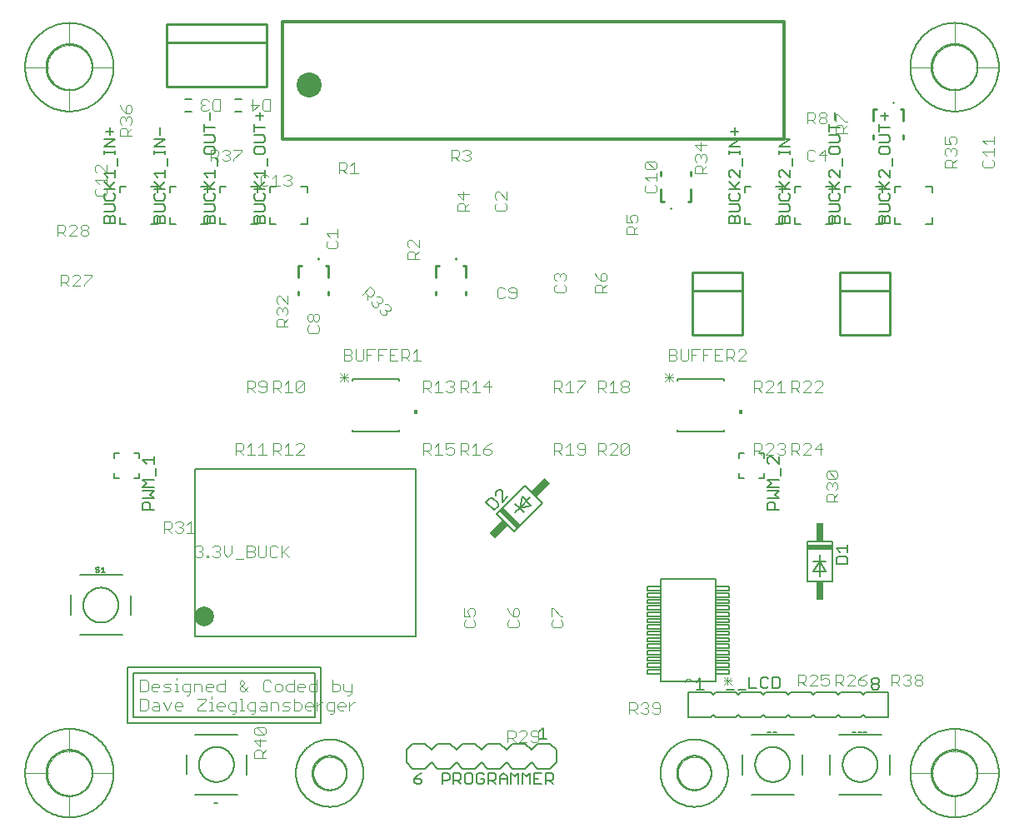
<source format=gto>
G75*
%MOIN*%
%OFA0B0*%
%FSLAX25Y25*%
%IPPOS*%
%LPD*%
%AMOC8*
5,1,8,0,0,1.08239X$1,22.5*
%
%ADD10C,0.01000*%
%ADD11C,0.10000*%
%ADD12C,0.01200*%
%ADD13C,0.00400*%
%ADD14C,0.00600*%
%ADD15C,0.00500*%
%ADD16C,0.00000*%
%ADD17C,0.00300*%
%ADD18C,0.00100*%
%ADD19C,0.07874*%
%ADD20C,0.00200*%
%ADD21C,0.00800*%
%ADD22R,0.10000X0.02000*%
%ADD23R,0.03000X0.07500*%
%ADD24R,0.02000X0.10000*%
%ADD25R,0.07500X0.03000*%
D10*
X0120143Y0219749D02*
X0120143Y0221245D01*
X0120143Y0226836D02*
X0120143Y0231560D01*
X0121226Y0231560D01*
X0127954Y0234304D02*
X0127956Y0234325D01*
X0127962Y0234345D01*
X0127971Y0234364D01*
X0127984Y0234381D01*
X0127999Y0234395D01*
X0128017Y0234406D01*
X0128037Y0234414D01*
X0128057Y0234418D01*
X0128079Y0234418D01*
X0128099Y0234414D01*
X0128119Y0234406D01*
X0128137Y0234395D01*
X0128152Y0234381D01*
X0128165Y0234364D01*
X0128174Y0234345D01*
X0128180Y0234325D01*
X0128182Y0234304D01*
X0128180Y0234283D01*
X0128174Y0234263D01*
X0128165Y0234244D01*
X0128152Y0234227D01*
X0128137Y0234213D01*
X0128119Y0234202D01*
X0128099Y0234194D01*
X0128079Y0234190D01*
X0128057Y0234190D01*
X0128037Y0234194D01*
X0128017Y0234202D01*
X0127999Y0234213D01*
X0127984Y0234227D01*
X0127971Y0234244D01*
X0127962Y0234263D01*
X0127956Y0234283D01*
X0127954Y0234304D01*
X0130871Y0231560D02*
X0131954Y0231560D01*
X0131954Y0226836D01*
X0131954Y0221245D02*
X0131954Y0219749D01*
X0175143Y0219749D02*
X0175143Y0221245D01*
X0175143Y0226836D02*
X0175143Y0231560D01*
X0176226Y0231560D01*
X0182954Y0234304D02*
X0182956Y0234325D01*
X0182962Y0234345D01*
X0182971Y0234364D01*
X0182984Y0234381D01*
X0182999Y0234395D01*
X0183017Y0234406D01*
X0183037Y0234414D01*
X0183057Y0234418D01*
X0183079Y0234418D01*
X0183099Y0234414D01*
X0183119Y0234406D01*
X0183137Y0234395D01*
X0183152Y0234381D01*
X0183165Y0234364D01*
X0183174Y0234345D01*
X0183180Y0234325D01*
X0183182Y0234304D01*
X0183180Y0234283D01*
X0183174Y0234263D01*
X0183165Y0234244D01*
X0183152Y0234227D01*
X0183137Y0234213D01*
X0183119Y0234202D01*
X0183099Y0234194D01*
X0183079Y0234190D01*
X0183057Y0234190D01*
X0183037Y0234194D01*
X0183017Y0234202D01*
X0182999Y0234213D01*
X0182984Y0234227D01*
X0182971Y0234244D01*
X0182962Y0234263D01*
X0182956Y0234283D01*
X0182954Y0234304D01*
X0185871Y0231560D02*
X0186954Y0231560D01*
X0186954Y0226836D01*
X0186954Y0221245D02*
X0186954Y0219749D01*
X0265143Y0257249D02*
X0266226Y0257249D01*
X0265143Y0257249D02*
X0265143Y0261974D01*
X0265143Y0267564D02*
X0265143Y0269060D01*
X0276954Y0269060D02*
X0276954Y0267564D01*
X0276954Y0261974D02*
X0276954Y0257249D01*
X0275871Y0257249D01*
X0268915Y0254505D02*
X0268917Y0254526D01*
X0268923Y0254546D01*
X0268932Y0254565D01*
X0268945Y0254582D01*
X0268960Y0254596D01*
X0268978Y0254607D01*
X0268998Y0254615D01*
X0269018Y0254619D01*
X0269040Y0254619D01*
X0269060Y0254615D01*
X0269080Y0254607D01*
X0269098Y0254596D01*
X0269113Y0254582D01*
X0269126Y0254565D01*
X0269135Y0254546D01*
X0269141Y0254526D01*
X0269143Y0254505D01*
X0269141Y0254484D01*
X0269135Y0254464D01*
X0269126Y0254445D01*
X0269113Y0254428D01*
X0269098Y0254414D01*
X0269080Y0254403D01*
X0269060Y0254395D01*
X0269040Y0254391D01*
X0269018Y0254391D01*
X0268998Y0254395D01*
X0268978Y0254403D01*
X0268960Y0254414D01*
X0268945Y0254428D01*
X0268932Y0254445D01*
X0268923Y0254464D01*
X0268917Y0254484D01*
X0268915Y0254505D01*
X0277702Y0228942D02*
X0277702Y0221442D01*
X0297702Y0221442D01*
X0297702Y0203942D01*
X0277702Y0203942D01*
X0277702Y0221442D01*
X0277702Y0228942D02*
X0297702Y0228942D01*
X0297702Y0221442D01*
X0336757Y0221442D02*
X0336757Y0203942D01*
X0356757Y0203942D01*
X0356757Y0221442D01*
X0336757Y0221442D01*
X0336757Y0228942D01*
X0356757Y0228942D01*
X0356757Y0221442D01*
X0361954Y0282249D02*
X0361954Y0283745D01*
X0361954Y0289336D02*
X0361954Y0294060D01*
X0360871Y0294060D01*
X0357954Y0296804D02*
X0357956Y0296825D01*
X0357962Y0296845D01*
X0357971Y0296864D01*
X0357984Y0296881D01*
X0357999Y0296895D01*
X0358017Y0296906D01*
X0358037Y0296914D01*
X0358057Y0296918D01*
X0358079Y0296918D01*
X0358099Y0296914D01*
X0358119Y0296906D01*
X0358137Y0296895D01*
X0358152Y0296881D01*
X0358165Y0296864D01*
X0358174Y0296845D01*
X0358180Y0296825D01*
X0358182Y0296804D01*
X0358180Y0296783D01*
X0358174Y0296763D01*
X0358165Y0296744D01*
X0358152Y0296727D01*
X0358137Y0296713D01*
X0358119Y0296702D01*
X0358099Y0296694D01*
X0358079Y0296690D01*
X0358057Y0296690D01*
X0358037Y0296694D01*
X0358017Y0296702D01*
X0357999Y0296713D01*
X0357984Y0296727D01*
X0357971Y0296744D01*
X0357962Y0296763D01*
X0357956Y0296783D01*
X0357954Y0296804D01*
X0351226Y0294060D02*
X0350143Y0294060D01*
X0350143Y0289336D01*
X0350143Y0283745D02*
X0350143Y0282249D01*
X0107298Y0303155D02*
X0067298Y0303155D01*
X0067298Y0320655D01*
X0107298Y0320655D01*
X0107298Y0303155D01*
X0107298Y0320655D02*
X0107298Y0328155D01*
X0067298Y0328155D01*
X0067298Y0320655D01*
D11*
X0124237Y0303844D03*
D12*
X0113686Y0282033D02*
X0113686Y0329277D01*
X0314474Y0329277D01*
X0314474Y0282033D01*
X0113686Y0282033D01*
D13*
X0097214Y0277959D02*
X0097214Y0277191D01*
X0094144Y0274122D01*
X0094144Y0273355D01*
X0092610Y0274122D02*
X0091843Y0273355D01*
X0090308Y0273355D01*
X0089541Y0274122D01*
X0088006Y0273355D02*
X0086471Y0274889D01*
X0087239Y0274889D02*
X0084937Y0274889D01*
X0084937Y0273355D02*
X0084937Y0277959D01*
X0087239Y0277959D01*
X0088006Y0277191D01*
X0088006Y0275657D01*
X0087239Y0274889D01*
X0089541Y0277191D02*
X0090308Y0277959D01*
X0091843Y0277959D01*
X0092610Y0277191D01*
X0092610Y0276424D01*
X0091843Y0275657D01*
X0092610Y0274889D01*
X0092610Y0274122D01*
X0091843Y0275657D02*
X0091075Y0275657D01*
X0094144Y0277959D02*
X0097214Y0277959D01*
X0105704Y0267959D02*
X0104937Y0267191D01*
X0104937Y0264122D01*
X0105704Y0263355D01*
X0107239Y0263355D01*
X0108006Y0264122D01*
X0109541Y0263355D02*
X0112610Y0263355D01*
X0111075Y0263355D02*
X0111075Y0267959D01*
X0109541Y0266424D01*
X0108006Y0267191D02*
X0107239Y0267959D01*
X0105704Y0267959D01*
X0114144Y0267191D02*
X0114912Y0267959D01*
X0116446Y0267959D01*
X0117214Y0267191D01*
X0117214Y0266424D01*
X0116446Y0265657D01*
X0117214Y0264889D01*
X0117214Y0264122D01*
X0116446Y0263355D01*
X0114912Y0263355D01*
X0114144Y0264122D01*
X0115679Y0265657D02*
X0116446Y0265657D01*
X0136248Y0268355D02*
X0136248Y0272959D01*
X0138550Y0272959D01*
X0139318Y0272191D01*
X0139318Y0270657D01*
X0138550Y0269889D01*
X0136248Y0269889D01*
X0137783Y0269889D02*
X0139318Y0268355D01*
X0140852Y0268355D02*
X0143922Y0268355D01*
X0142387Y0268355D02*
X0142387Y0272959D01*
X0140852Y0271424D01*
X0135848Y0246028D02*
X0135848Y0242959D01*
X0135848Y0244493D02*
X0131245Y0244493D01*
X0132779Y0242959D01*
X0132012Y0241424D02*
X0131245Y0240657D01*
X0131245Y0239122D01*
X0132012Y0238355D01*
X0135081Y0238355D01*
X0135848Y0239122D01*
X0135848Y0240657D01*
X0135081Y0241424D01*
X0148785Y0223070D02*
X0150413Y0221442D01*
X0150413Y0220357D01*
X0149327Y0219272D01*
X0148242Y0219272D01*
X0146614Y0220900D01*
X0145529Y0219815D02*
X0148785Y0223070D01*
X0147700Y0219815D02*
X0147700Y0217644D01*
X0149327Y0217102D02*
X0149327Y0216016D01*
X0150412Y0214931D01*
X0151498Y0214931D01*
X0152040Y0215474D01*
X0152040Y0216559D01*
X0151498Y0217102D01*
X0152040Y0216559D02*
X0153125Y0216559D01*
X0153668Y0217102D01*
X0153668Y0218187D01*
X0152583Y0219272D01*
X0151498Y0219272D01*
X0154753Y0216016D02*
X0155838Y0216016D01*
X0156923Y0214931D01*
X0156923Y0213846D01*
X0156381Y0213304D01*
X0155296Y0213304D01*
X0155296Y0212218D01*
X0154753Y0211676D01*
X0153668Y0211676D01*
X0152583Y0212761D01*
X0152583Y0213846D01*
X0154753Y0213846D02*
X0155296Y0213304D01*
X0163745Y0234147D02*
X0163745Y0236449D01*
X0164512Y0237216D01*
X0166046Y0237216D01*
X0166814Y0236449D01*
X0166814Y0234147D01*
X0168348Y0234147D02*
X0163745Y0234147D01*
X0166814Y0235681D02*
X0168348Y0237216D01*
X0168348Y0238751D02*
X0165279Y0241820D01*
X0164512Y0241820D01*
X0163745Y0241053D01*
X0163745Y0239518D01*
X0164512Y0238751D01*
X0168348Y0238751D02*
X0168348Y0241820D01*
X0183745Y0253355D02*
X0183745Y0255657D01*
X0184512Y0256424D01*
X0186046Y0256424D01*
X0186814Y0255657D01*
X0186814Y0253355D01*
X0186814Y0254889D02*
X0188348Y0256424D01*
X0186046Y0257959D02*
X0183745Y0260261D01*
X0188348Y0260261D01*
X0186046Y0261028D02*
X0186046Y0257959D01*
X0183745Y0253355D02*
X0188348Y0253355D01*
X0198745Y0254122D02*
X0199512Y0253355D01*
X0202581Y0253355D01*
X0203348Y0254122D01*
X0203348Y0255657D01*
X0202581Y0256424D01*
X0203348Y0257959D02*
X0200279Y0261028D01*
X0199512Y0261028D01*
X0198745Y0260261D01*
X0198745Y0258726D01*
X0199512Y0257959D01*
X0199512Y0256424D02*
X0198745Y0255657D01*
X0198745Y0254122D01*
X0203348Y0257959D02*
X0203348Y0261028D01*
X0188922Y0274122D02*
X0188154Y0273355D01*
X0186620Y0273355D01*
X0185852Y0274122D01*
X0184318Y0273355D02*
X0182783Y0274889D01*
X0183550Y0274889D02*
X0181248Y0274889D01*
X0181248Y0273355D02*
X0181248Y0277959D01*
X0183550Y0277959D01*
X0184318Y0277191D01*
X0184318Y0275657D01*
X0183550Y0274889D01*
X0185852Y0277191D02*
X0186620Y0277959D01*
X0188154Y0277959D01*
X0188922Y0277191D01*
X0188922Y0276424D01*
X0188154Y0275657D01*
X0188922Y0274889D01*
X0188922Y0274122D01*
X0188154Y0275657D02*
X0187387Y0275657D01*
X0223262Y0228528D02*
X0222495Y0227761D01*
X0222495Y0226226D01*
X0223262Y0225459D01*
X0223262Y0223924D02*
X0222495Y0223157D01*
X0222495Y0221622D01*
X0223262Y0220855D01*
X0226331Y0220855D01*
X0227098Y0221622D01*
X0227098Y0223157D01*
X0226331Y0223924D01*
X0226331Y0225459D02*
X0227098Y0226226D01*
X0227098Y0227761D01*
X0226331Y0228528D01*
X0225564Y0228528D01*
X0224796Y0227761D01*
X0224796Y0226993D01*
X0224796Y0227761D02*
X0224029Y0228528D01*
X0223262Y0228528D01*
X0238745Y0228528D02*
X0239512Y0226993D01*
X0241046Y0225459D01*
X0241046Y0227761D01*
X0241814Y0228528D01*
X0242581Y0228528D01*
X0243348Y0227761D01*
X0243348Y0226226D01*
X0242581Y0225459D01*
X0241046Y0225459D01*
X0241046Y0223924D02*
X0241814Y0223157D01*
X0241814Y0220855D01*
X0241814Y0222389D02*
X0243348Y0223924D01*
X0241046Y0223924D02*
X0239512Y0223924D01*
X0238745Y0223157D01*
X0238745Y0220855D01*
X0243348Y0220855D01*
X0251245Y0244147D02*
X0251245Y0246449D01*
X0252012Y0247216D01*
X0253546Y0247216D01*
X0254314Y0246449D01*
X0254314Y0244147D01*
X0255848Y0244147D02*
X0251245Y0244147D01*
X0254314Y0245681D02*
X0255848Y0247216D01*
X0255081Y0248751D02*
X0255848Y0249518D01*
X0255848Y0251053D01*
X0255081Y0251820D01*
X0253546Y0251820D01*
X0252779Y0251053D01*
X0252779Y0250285D01*
X0253546Y0248751D01*
X0251245Y0248751D01*
X0251245Y0251820D01*
X0259512Y0260793D02*
X0262581Y0260793D01*
X0263348Y0261560D01*
X0263348Y0263095D01*
X0262581Y0263862D01*
X0263348Y0265397D02*
X0263348Y0268466D01*
X0263348Y0266931D02*
X0258745Y0266931D01*
X0260279Y0265397D01*
X0259512Y0263862D02*
X0258745Y0263095D01*
X0258745Y0261560D01*
X0259512Y0260793D01*
X0259512Y0270001D02*
X0258745Y0270768D01*
X0258745Y0272303D01*
X0259512Y0273070D01*
X0262581Y0270001D01*
X0263348Y0270768D01*
X0263348Y0272303D01*
X0262581Y0273070D01*
X0259512Y0273070D01*
X0259512Y0270001D02*
X0262581Y0270001D01*
X0278745Y0270657D02*
X0279512Y0271424D01*
X0281046Y0271424D01*
X0281814Y0270657D01*
X0281814Y0268355D01*
X0281814Y0269889D02*
X0283348Y0271424D01*
X0282581Y0272959D02*
X0283348Y0273726D01*
X0283348Y0275261D01*
X0282581Y0276028D01*
X0281814Y0276028D01*
X0281046Y0275261D01*
X0281046Y0274493D01*
X0281046Y0275261D02*
X0280279Y0276028D01*
X0279512Y0276028D01*
X0278745Y0275261D01*
X0278745Y0273726D01*
X0279512Y0272959D01*
X0278745Y0270657D02*
X0278745Y0268355D01*
X0283348Y0268355D01*
X0281046Y0277563D02*
X0281046Y0280632D01*
X0278745Y0279865D02*
X0283348Y0279865D01*
X0281046Y0277563D02*
X0278745Y0279865D01*
X0323748Y0277191D02*
X0323748Y0274122D01*
X0324516Y0273355D01*
X0326050Y0273355D01*
X0326818Y0274122D01*
X0328352Y0275657D02*
X0331422Y0275657D01*
X0330654Y0277959D02*
X0328352Y0275657D01*
X0326818Y0277191D02*
X0326050Y0277959D01*
X0324516Y0277959D01*
X0323748Y0277191D01*
X0330654Y0277959D02*
X0330654Y0273355D01*
X0334995Y0284605D02*
X0334995Y0286907D01*
X0335762Y0287674D01*
X0337296Y0287674D01*
X0338064Y0286907D01*
X0338064Y0284605D01*
X0338064Y0286139D02*
X0339598Y0287674D01*
X0339598Y0289209D02*
X0338831Y0289209D01*
X0335762Y0292278D01*
X0334995Y0292278D01*
X0334995Y0289209D01*
X0331422Y0289122D02*
X0330654Y0288355D01*
X0329120Y0288355D01*
X0328352Y0289122D01*
X0328352Y0289889D01*
X0329120Y0290657D01*
X0330654Y0290657D01*
X0331422Y0289889D01*
X0331422Y0289122D01*
X0330654Y0290657D02*
X0331422Y0291424D01*
X0331422Y0292191D01*
X0330654Y0292959D01*
X0329120Y0292959D01*
X0328352Y0292191D01*
X0328352Y0291424D01*
X0329120Y0290657D01*
X0326818Y0290657D02*
X0326050Y0289889D01*
X0323748Y0289889D01*
X0323748Y0288355D02*
X0323748Y0292959D01*
X0326050Y0292959D01*
X0326818Y0292191D01*
X0326818Y0290657D01*
X0325283Y0289889D02*
X0326818Y0288355D01*
X0334995Y0284605D02*
X0339598Y0284605D01*
X0378745Y0283132D02*
X0378745Y0280063D01*
X0381046Y0280063D01*
X0380279Y0281597D01*
X0380279Y0282365D01*
X0381046Y0283132D01*
X0382581Y0283132D01*
X0383348Y0282365D01*
X0383348Y0280830D01*
X0382581Y0280063D01*
X0382581Y0278528D02*
X0383348Y0277761D01*
X0383348Y0276226D01*
X0382581Y0275459D01*
X0383348Y0273924D02*
X0381814Y0272389D01*
X0381814Y0273157D02*
X0381814Y0270855D01*
X0383348Y0270855D02*
X0378745Y0270855D01*
X0378745Y0273157D01*
X0379512Y0273924D01*
X0381046Y0273924D01*
X0381814Y0273157D01*
X0379512Y0275459D02*
X0378745Y0276226D01*
X0378745Y0277761D01*
X0379512Y0278528D01*
X0380279Y0278528D01*
X0381046Y0277761D01*
X0381814Y0278528D01*
X0382581Y0278528D01*
X0381046Y0277761D02*
X0381046Y0276993D01*
X0393745Y0276993D02*
X0398348Y0276993D01*
X0398348Y0275459D02*
X0398348Y0278528D01*
X0398348Y0280063D02*
X0398348Y0283132D01*
X0398348Y0281597D02*
X0393745Y0281597D01*
X0395279Y0280063D01*
X0393745Y0276993D02*
X0395279Y0275459D01*
X0394512Y0273924D02*
X0393745Y0273157D01*
X0393745Y0271622D01*
X0394512Y0270855D01*
X0397581Y0270855D01*
X0398348Y0271622D01*
X0398348Y0273157D01*
X0397581Y0273924D01*
X0328946Y0185459D02*
X0327412Y0185459D01*
X0326644Y0184691D01*
X0325110Y0184691D02*
X0324343Y0185459D01*
X0322808Y0185459D01*
X0322041Y0184691D01*
X0320506Y0184691D02*
X0320506Y0183157D01*
X0319739Y0182389D01*
X0317437Y0182389D01*
X0318971Y0182389D02*
X0320506Y0180855D01*
X0322041Y0180855D02*
X0325110Y0183924D01*
X0325110Y0184691D01*
X0325110Y0180855D02*
X0322041Y0180855D01*
X0320506Y0184691D02*
X0319739Y0185459D01*
X0317437Y0185459D01*
X0317437Y0180855D01*
X0314714Y0180855D02*
X0311644Y0180855D01*
X0310110Y0180855D02*
X0307041Y0180855D01*
X0310110Y0183924D01*
X0310110Y0184691D01*
X0309343Y0185459D01*
X0307808Y0185459D01*
X0307041Y0184691D01*
X0305506Y0184691D02*
X0305506Y0183157D01*
X0304739Y0182389D01*
X0302437Y0182389D01*
X0303971Y0182389D02*
X0305506Y0180855D01*
X0302437Y0180855D02*
X0302437Y0185459D01*
X0304739Y0185459D01*
X0305506Y0184691D01*
X0311644Y0183924D02*
X0313179Y0185459D01*
X0313179Y0180855D01*
X0326644Y0180855D02*
X0329714Y0183924D01*
X0329714Y0184691D01*
X0328946Y0185459D01*
X0329714Y0180855D02*
X0326644Y0180855D01*
X0324343Y0160459D02*
X0322808Y0160459D01*
X0322041Y0159691D01*
X0320506Y0159691D02*
X0320506Y0158157D01*
X0319739Y0157389D01*
X0317437Y0157389D01*
X0318971Y0157389D02*
X0320506Y0155855D01*
X0322041Y0155855D02*
X0325110Y0158924D01*
X0325110Y0159691D01*
X0324343Y0160459D01*
X0326644Y0158157D02*
X0329714Y0158157D01*
X0328946Y0160459D02*
X0326644Y0158157D01*
X0325110Y0155855D02*
X0322041Y0155855D01*
X0328946Y0155855D02*
X0328946Y0160459D01*
X0320506Y0159691D02*
X0319739Y0160459D01*
X0317437Y0160459D01*
X0317437Y0155855D01*
X0314714Y0156622D02*
X0313946Y0155855D01*
X0312412Y0155855D01*
X0311644Y0156622D01*
X0310110Y0155855D02*
X0307041Y0155855D01*
X0310110Y0158924D01*
X0310110Y0159691D01*
X0309343Y0160459D01*
X0307808Y0160459D01*
X0307041Y0159691D01*
X0305506Y0159691D02*
X0305506Y0158157D01*
X0304739Y0157389D01*
X0302437Y0157389D01*
X0303971Y0157389D02*
X0305506Y0155855D01*
X0302437Y0155855D02*
X0302437Y0160459D01*
X0304739Y0160459D01*
X0305506Y0159691D01*
X0311644Y0159691D02*
X0312412Y0160459D01*
X0313946Y0160459D01*
X0314714Y0159691D01*
X0314714Y0158924D01*
X0313946Y0158157D01*
X0314714Y0157389D01*
X0314714Y0156622D01*
X0313946Y0158157D02*
X0313179Y0158157D01*
X0331245Y0148553D02*
X0332012Y0149320D01*
X0335081Y0146251D01*
X0335848Y0147018D01*
X0335848Y0148553D01*
X0335081Y0149320D01*
X0332012Y0149320D01*
X0331245Y0148553D02*
X0331245Y0147018D01*
X0332012Y0146251D01*
X0335081Y0146251D01*
X0335081Y0144716D02*
X0335848Y0143949D01*
X0335848Y0142414D01*
X0335081Y0141647D01*
X0335848Y0140112D02*
X0334314Y0138578D01*
X0334314Y0139345D02*
X0334314Y0137043D01*
X0335848Y0137043D02*
X0331245Y0137043D01*
X0331245Y0139345D01*
X0332012Y0140112D01*
X0333546Y0140112D01*
X0334314Y0139345D01*
X0332012Y0141647D02*
X0331245Y0142414D01*
X0331245Y0143949D01*
X0332012Y0144716D01*
X0332779Y0144716D01*
X0333546Y0143949D01*
X0334314Y0144716D01*
X0335081Y0144716D01*
X0333546Y0143949D02*
X0333546Y0143181D01*
X0252214Y0156622D02*
X0251446Y0155855D01*
X0249912Y0155855D01*
X0249144Y0156622D01*
X0252214Y0159691D01*
X0252214Y0156622D01*
X0252214Y0159691D02*
X0251446Y0160459D01*
X0249912Y0160459D01*
X0249144Y0159691D01*
X0249144Y0156622D01*
X0247610Y0155855D02*
X0244541Y0155855D01*
X0247610Y0158924D01*
X0247610Y0159691D01*
X0246843Y0160459D01*
X0245308Y0160459D01*
X0244541Y0159691D01*
X0243006Y0159691D02*
X0243006Y0158157D01*
X0242239Y0157389D01*
X0239937Y0157389D01*
X0241471Y0157389D02*
X0243006Y0155855D01*
X0239937Y0155855D02*
X0239937Y0160459D01*
X0242239Y0160459D01*
X0243006Y0159691D01*
X0234714Y0159691D02*
X0234714Y0156622D01*
X0233946Y0155855D01*
X0232412Y0155855D01*
X0231644Y0156622D01*
X0230110Y0155855D02*
X0227041Y0155855D01*
X0228575Y0155855D02*
X0228575Y0160459D01*
X0227041Y0158924D01*
X0225506Y0159691D02*
X0225506Y0158157D01*
X0224739Y0157389D01*
X0222437Y0157389D01*
X0223971Y0157389D02*
X0225506Y0155855D01*
X0222437Y0155855D02*
X0222437Y0160459D01*
X0224739Y0160459D01*
X0225506Y0159691D01*
X0231644Y0159691D02*
X0231644Y0158924D01*
X0232412Y0158157D01*
X0234714Y0158157D01*
X0234714Y0159691D02*
X0233946Y0160459D01*
X0232412Y0160459D01*
X0231644Y0159691D01*
X0231644Y0180855D02*
X0231644Y0181622D01*
X0234714Y0184691D01*
X0234714Y0185459D01*
X0231644Y0185459D01*
X0228575Y0185459D02*
X0228575Y0180855D01*
X0227041Y0180855D02*
X0230110Y0180855D01*
X0227041Y0183924D02*
X0228575Y0185459D01*
X0225506Y0184691D02*
X0225506Y0183157D01*
X0224739Y0182389D01*
X0222437Y0182389D01*
X0223971Y0182389D02*
X0225506Y0180855D01*
X0222437Y0180855D02*
X0222437Y0185459D01*
X0224739Y0185459D01*
X0225506Y0184691D01*
X0239937Y0185459D02*
X0239937Y0180855D01*
X0239937Y0182389D02*
X0242239Y0182389D01*
X0243006Y0183157D01*
X0243006Y0184691D01*
X0242239Y0185459D01*
X0239937Y0185459D01*
X0241471Y0182389D02*
X0243006Y0180855D01*
X0244541Y0180855D02*
X0247610Y0180855D01*
X0246075Y0180855D02*
X0246075Y0185459D01*
X0244541Y0183924D01*
X0249144Y0183924D02*
X0249912Y0183157D01*
X0251446Y0183157D01*
X0252214Y0182389D01*
X0252214Y0181622D01*
X0251446Y0180855D01*
X0249912Y0180855D01*
X0249144Y0181622D01*
X0249144Y0182389D01*
X0249912Y0183157D01*
X0249144Y0183924D02*
X0249144Y0184691D01*
X0249912Y0185459D01*
X0251446Y0185459D01*
X0252214Y0184691D01*
X0252214Y0183924D01*
X0251446Y0183157D01*
X0207214Y0219122D02*
X0207214Y0222191D01*
X0206446Y0222959D01*
X0204912Y0222959D01*
X0204144Y0222191D01*
X0204144Y0221424D01*
X0204912Y0220657D01*
X0207214Y0220657D01*
X0207214Y0219122D02*
X0206446Y0218355D01*
X0204912Y0218355D01*
X0204144Y0219122D01*
X0202610Y0219122D02*
X0201843Y0218355D01*
X0200308Y0218355D01*
X0199541Y0219122D01*
X0199541Y0222191D01*
X0200308Y0222959D01*
X0201843Y0222959D01*
X0202610Y0222191D01*
X0196446Y0185459D02*
X0194144Y0183157D01*
X0197214Y0183157D01*
X0196446Y0180855D02*
X0196446Y0185459D01*
X0191075Y0185459D02*
X0191075Y0180855D01*
X0189541Y0180855D02*
X0192610Y0180855D01*
X0189541Y0183924D02*
X0191075Y0185459D01*
X0188006Y0184691D02*
X0188006Y0183157D01*
X0187239Y0182389D01*
X0184937Y0182389D01*
X0186471Y0182389D02*
X0188006Y0180855D01*
X0184937Y0180855D02*
X0184937Y0185459D01*
X0187239Y0185459D01*
X0188006Y0184691D01*
X0182214Y0184691D02*
X0182214Y0183924D01*
X0181446Y0183157D01*
X0182214Y0182389D01*
X0182214Y0181622D01*
X0181446Y0180855D01*
X0179912Y0180855D01*
X0179144Y0181622D01*
X0177610Y0180855D02*
X0174541Y0180855D01*
X0176075Y0180855D02*
X0176075Y0185459D01*
X0174541Y0183924D01*
X0173006Y0183157D02*
X0172239Y0182389D01*
X0169937Y0182389D01*
X0171471Y0182389D02*
X0173006Y0180855D01*
X0173006Y0183157D02*
X0173006Y0184691D01*
X0172239Y0185459D01*
X0169937Y0185459D01*
X0169937Y0180855D01*
X0179144Y0184691D02*
X0179912Y0185459D01*
X0181446Y0185459D01*
X0182214Y0184691D01*
X0181446Y0183157D02*
X0180679Y0183157D01*
X0179144Y0160459D02*
X0179144Y0158157D01*
X0180679Y0158924D01*
X0181446Y0158924D01*
X0182214Y0158157D01*
X0182214Y0156622D01*
X0181446Y0155855D01*
X0179912Y0155855D01*
X0179144Y0156622D01*
X0177610Y0155855D02*
X0174541Y0155855D01*
X0176075Y0155855D02*
X0176075Y0160459D01*
X0174541Y0158924D01*
X0173006Y0159691D02*
X0173006Y0158157D01*
X0172239Y0157389D01*
X0169937Y0157389D01*
X0171471Y0157389D02*
X0173006Y0155855D01*
X0169937Y0155855D02*
X0169937Y0160459D01*
X0172239Y0160459D01*
X0173006Y0159691D01*
X0179144Y0160459D02*
X0182214Y0160459D01*
X0184937Y0160459D02*
X0187239Y0160459D01*
X0188006Y0159691D01*
X0188006Y0158157D01*
X0187239Y0157389D01*
X0184937Y0157389D01*
X0186471Y0157389D02*
X0188006Y0155855D01*
X0189541Y0155855D02*
X0192610Y0155855D01*
X0191075Y0155855D02*
X0191075Y0160459D01*
X0189541Y0158924D01*
X0184937Y0160459D02*
X0184937Y0155855D01*
X0194144Y0156622D02*
X0194912Y0155855D01*
X0196446Y0155855D01*
X0197214Y0156622D01*
X0197214Y0157389D01*
X0196446Y0158157D01*
X0194144Y0158157D01*
X0194144Y0156622D01*
X0194144Y0158157D02*
X0195679Y0159691D01*
X0197214Y0160459D01*
X0128348Y0205372D02*
X0128348Y0206907D01*
X0127581Y0207674D01*
X0127581Y0209209D02*
X0126814Y0209209D01*
X0126046Y0209976D01*
X0126046Y0211511D01*
X0126814Y0212278D01*
X0127581Y0212278D01*
X0128348Y0211511D01*
X0128348Y0209976D01*
X0127581Y0209209D01*
X0126046Y0209976D02*
X0125279Y0209209D01*
X0124512Y0209209D01*
X0123745Y0209976D01*
X0123745Y0211511D01*
X0124512Y0212278D01*
X0125279Y0212278D01*
X0126046Y0211511D01*
X0124512Y0207674D02*
X0123745Y0206907D01*
X0123745Y0205372D01*
X0124512Y0204605D01*
X0127581Y0204605D01*
X0128348Y0205372D01*
X0115848Y0207043D02*
X0111245Y0207043D01*
X0111245Y0209345D01*
X0112012Y0210112D01*
X0113546Y0210112D01*
X0114314Y0209345D01*
X0114314Y0207043D01*
X0114314Y0208578D02*
X0115848Y0210112D01*
X0115081Y0211647D02*
X0115848Y0212414D01*
X0115848Y0213949D01*
X0115081Y0214716D01*
X0114314Y0214716D01*
X0113546Y0213949D01*
X0113546Y0213181D01*
X0113546Y0213949D02*
X0112779Y0214716D01*
X0112012Y0214716D01*
X0111245Y0213949D01*
X0111245Y0212414D01*
X0112012Y0211647D01*
X0112012Y0216251D02*
X0111245Y0217018D01*
X0111245Y0218553D01*
X0112012Y0219320D01*
X0112779Y0219320D01*
X0115848Y0216251D01*
X0115848Y0219320D01*
X0116075Y0185459D02*
X0114541Y0183924D01*
X0113006Y0184691D02*
X0113006Y0183157D01*
X0112239Y0182389D01*
X0109937Y0182389D01*
X0111471Y0182389D02*
X0113006Y0180855D01*
X0114541Y0180855D02*
X0117610Y0180855D01*
X0116075Y0180855D02*
X0116075Y0185459D01*
X0113006Y0184691D02*
X0112239Y0185459D01*
X0109937Y0185459D01*
X0109937Y0180855D01*
X0107214Y0181622D02*
X0107214Y0184691D01*
X0106446Y0185459D01*
X0104912Y0185459D01*
X0104144Y0184691D01*
X0104144Y0183924D01*
X0104912Y0183157D01*
X0107214Y0183157D01*
X0107214Y0181622D02*
X0106446Y0180855D01*
X0104912Y0180855D01*
X0104144Y0181622D01*
X0102610Y0180855D02*
X0101075Y0182389D01*
X0101843Y0182389D02*
X0099541Y0182389D01*
X0099541Y0180855D02*
X0099541Y0185459D01*
X0101843Y0185459D01*
X0102610Y0184691D01*
X0102610Y0183157D01*
X0101843Y0182389D01*
X0119144Y0181622D02*
X0122214Y0184691D01*
X0122214Y0181622D01*
X0121446Y0180855D01*
X0119912Y0180855D01*
X0119144Y0181622D01*
X0119144Y0184691D01*
X0119912Y0185459D01*
X0121446Y0185459D01*
X0122214Y0184691D01*
X0121446Y0160459D02*
X0119912Y0160459D01*
X0119144Y0159691D01*
X0121446Y0160459D02*
X0122214Y0159691D01*
X0122214Y0158924D01*
X0119144Y0155855D01*
X0122214Y0155855D01*
X0117610Y0155855D02*
X0114541Y0155855D01*
X0116075Y0155855D02*
X0116075Y0160459D01*
X0114541Y0158924D01*
X0113006Y0158157D02*
X0112239Y0157389D01*
X0109937Y0157389D01*
X0111471Y0157389D02*
X0113006Y0155855D01*
X0113006Y0158157D02*
X0113006Y0159691D01*
X0112239Y0160459D01*
X0109937Y0160459D01*
X0109937Y0155855D01*
X0107214Y0155855D02*
X0104144Y0155855D01*
X0102610Y0155855D02*
X0099541Y0155855D01*
X0101075Y0155855D02*
X0101075Y0160459D01*
X0099541Y0158924D01*
X0098006Y0159691D02*
X0098006Y0158157D01*
X0097239Y0157389D01*
X0094937Y0157389D01*
X0096471Y0157389D02*
X0098006Y0155855D01*
X0094937Y0155855D02*
X0094937Y0160459D01*
X0097239Y0160459D01*
X0098006Y0159691D01*
X0104144Y0158924D02*
X0105679Y0160459D01*
X0105679Y0155855D01*
X0076991Y0129209D02*
X0076991Y0124605D01*
X0075456Y0124605D02*
X0078526Y0124605D01*
X0075456Y0127674D02*
X0076991Y0129209D01*
X0073922Y0128441D02*
X0073922Y0127674D01*
X0073154Y0126907D01*
X0073922Y0126139D01*
X0073922Y0125372D01*
X0073154Y0124605D01*
X0071620Y0124605D01*
X0070852Y0125372D01*
X0069318Y0124605D02*
X0067783Y0126139D01*
X0068550Y0126139D02*
X0066248Y0126139D01*
X0066248Y0124605D02*
X0066248Y0129209D01*
X0068550Y0129209D01*
X0069318Y0128441D01*
X0069318Y0126907D01*
X0068550Y0126139D01*
X0070852Y0128441D02*
X0071620Y0129209D01*
X0073154Y0129209D01*
X0073922Y0128441D01*
X0073154Y0126907D02*
X0072387Y0126907D01*
X0079516Y0119455D02*
X0081050Y0119455D01*
X0081818Y0118687D01*
X0081818Y0117920D01*
X0081050Y0117153D01*
X0081818Y0116385D01*
X0081818Y0115618D01*
X0081050Y0114851D01*
X0079516Y0114851D01*
X0078748Y0115618D01*
X0080283Y0117153D02*
X0081050Y0117153D01*
X0078748Y0118687D02*
X0079516Y0119455D01*
X0083352Y0115618D02*
X0084120Y0115618D01*
X0084120Y0114851D01*
X0083352Y0114851D01*
X0083352Y0115618D01*
X0085654Y0115618D02*
X0086422Y0114851D01*
X0087956Y0114851D01*
X0088724Y0115618D01*
X0088724Y0116385D01*
X0087956Y0117153D01*
X0087189Y0117153D01*
X0087956Y0117153D02*
X0088724Y0117920D01*
X0088724Y0118687D01*
X0087956Y0119455D01*
X0086422Y0119455D01*
X0085654Y0118687D01*
X0090258Y0119455D02*
X0090258Y0116385D01*
X0091793Y0114851D01*
X0093328Y0116385D01*
X0093328Y0119455D01*
X0094862Y0114083D02*
X0097931Y0114083D01*
X0099466Y0114851D02*
X0101768Y0114851D01*
X0102535Y0115618D01*
X0102535Y0116385D01*
X0101768Y0117153D01*
X0099466Y0117153D01*
X0099466Y0114851D02*
X0099466Y0119455D01*
X0101768Y0119455D01*
X0102535Y0118687D01*
X0102535Y0117920D01*
X0101768Y0117153D01*
X0104070Y0115618D02*
X0104837Y0114851D01*
X0106372Y0114851D01*
X0107139Y0115618D01*
X0107139Y0119455D01*
X0108674Y0118687D02*
X0108674Y0115618D01*
X0109441Y0114851D01*
X0110976Y0114851D01*
X0111743Y0115618D01*
X0113278Y0114851D02*
X0113278Y0119455D01*
X0111743Y0118687D02*
X0110976Y0119455D01*
X0109441Y0119455D01*
X0108674Y0118687D01*
X0104070Y0119455D02*
X0104070Y0115618D01*
X0113278Y0116385D02*
X0116347Y0119455D01*
X0114045Y0117153D02*
X0116347Y0114851D01*
X0118205Y0065724D02*
X0118205Y0061120D01*
X0115903Y0061120D01*
X0115136Y0061888D01*
X0115136Y0063422D01*
X0115903Y0064190D01*
X0118205Y0064190D01*
X0119740Y0063422D02*
X0120507Y0064190D01*
X0122042Y0064190D01*
X0122809Y0063422D01*
X0122809Y0062655D01*
X0119740Y0062655D01*
X0119740Y0061888D02*
X0119740Y0063422D01*
X0119740Y0061888D02*
X0120507Y0061120D01*
X0122042Y0061120D01*
X0124344Y0061888D02*
X0124344Y0063422D01*
X0125111Y0064190D01*
X0127413Y0064190D01*
X0127413Y0065724D02*
X0127413Y0061120D01*
X0125111Y0061120D01*
X0124344Y0061888D01*
X0123576Y0056690D02*
X0125111Y0056690D01*
X0125878Y0055922D01*
X0125878Y0055155D01*
X0122809Y0055155D01*
X0122809Y0054388D02*
X0122809Y0055922D01*
X0123576Y0056690D01*
X0121274Y0055922D02*
X0120507Y0056690D01*
X0118205Y0056690D01*
X0118205Y0058224D02*
X0118205Y0053620D01*
X0120507Y0053620D01*
X0121274Y0054388D01*
X0121274Y0055922D01*
X0122809Y0054388D02*
X0123576Y0053620D01*
X0125111Y0053620D01*
X0127413Y0053620D02*
X0127413Y0056690D01*
X0128947Y0056690D02*
X0127413Y0055155D01*
X0128947Y0056690D02*
X0129715Y0056690D01*
X0131249Y0055922D02*
X0131249Y0054388D01*
X0132017Y0053620D01*
X0134319Y0053620D01*
X0134319Y0052853D02*
X0134319Y0056690D01*
X0132017Y0056690D01*
X0131249Y0055922D01*
X0132784Y0052086D02*
X0133551Y0052086D01*
X0134319Y0052853D01*
X0135853Y0054388D02*
X0135853Y0055922D01*
X0136621Y0056690D01*
X0138155Y0056690D01*
X0138923Y0055922D01*
X0138923Y0055155D01*
X0135853Y0055155D01*
X0135853Y0054388D02*
X0136621Y0053620D01*
X0138155Y0053620D01*
X0140457Y0053620D02*
X0140457Y0056690D01*
X0141992Y0056690D02*
X0142759Y0056690D01*
X0141992Y0056690D02*
X0140457Y0055155D01*
X0140457Y0059586D02*
X0139690Y0059586D01*
X0140457Y0059586D02*
X0141225Y0060353D01*
X0141225Y0064190D01*
X0141225Y0061120D02*
X0138923Y0061120D01*
X0138155Y0061888D01*
X0138155Y0064190D01*
X0136621Y0063422D02*
X0135853Y0064190D01*
X0133551Y0064190D01*
X0133551Y0065724D02*
X0133551Y0061120D01*
X0135853Y0061120D01*
X0136621Y0061888D01*
X0136621Y0063422D01*
X0116670Y0056690D02*
X0114368Y0056690D01*
X0113601Y0055922D01*
X0114368Y0055155D01*
X0115903Y0055155D01*
X0116670Y0054388D01*
X0115903Y0053620D01*
X0113601Y0053620D01*
X0112066Y0053620D02*
X0112066Y0055922D01*
X0111299Y0056690D01*
X0108997Y0056690D01*
X0108997Y0053620D01*
X0107462Y0053620D02*
X0105160Y0053620D01*
X0104393Y0054388D01*
X0105160Y0055155D01*
X0107462Y0055155D01*
X0107462Y0055922D02*
X0107462Y0053620D01*
X0107462Y0055922D02*
X0106695Y0056690D01*
X0105160Y0056690D01*
X0102859Y0056690D02*
X0102859Y0052853D01*
X0102091Y0052086D01*
X0101324Y0052086D01*
X0100557Y0053620D02*
X0102859Y0053620D01*
X0100557Y0053620D02*
X0099789Y0054388D01*
X0099789Y0055922D01*
X0100557Y0056690D01*
X0102859Y0056690D01*
X0098255Y0053620D02*
X0096720Y0053620D01*
X0097487Y0053620D02*
X0097487Y0058224D01*
X0096720Y0058224D01*
X0095185Y0056690D02*
X0092883Y0056690D01*
X0092116Y0055922D01*
X0092116Y0054388D01*
X0092883Y0053620D01*
X0095185Y0053620D01*
X0095185Y0052853D02*
X0095185Y0056690D01*
X0095185Y0052853D02*
X0094418Y0052086D01*
X0093651Y0052086D01*
X0089814Y0053620D02*
X0088279Y0053620D01*
X0087512Y0054388D01*
X0087512Y0055922D01*
X0088279Y0056690D01*
X0089814Y0056690D01*
X0090581Y0055922D01*
X0090581Y0055155D01*
X0087512Y0055155D01*
X0085977Y0053620D02*
X0084443Y0053620D01*
X0085210Y0053620D02*
X0085210Y0056690D01*
X0084443Y0056690D01*
X0085210Y0058224D02*
X0085210Y0058992D01*
X0085210Y0061120D02*
X0083676Y0061120D01*
X0082908Y0061888D01*
X0082908Y0063422D01*
X0083676Y0064190D01*
X0085210Y0064190D01*
X0085977Y0063422D01*
X0085977Y0062655D01*
X0082908Y0062655D01*
X0081374Y0063422D02*
X0081374Y0061120D01*
X0081374Y0063422D02*
X0080606Y0064190D01*
X0078304Y0064190D01*
X0078304Y0061120D01*
X0076770Y0061120D02*
X0074468Y0061120D01*
X0073700Y0061888D01*
X0073700Y0063422D01*
X0074468Y0064190D01*
X0076770Y0064190D01*
X0076770Y0060353D01*
X0076002Y0059586D01*
X0075235Y0059586D01*
X0072166Y0061120D02*
X0070631Y0061120D01*
X0071398Y0061120D02*
X0071398Y0064190D01*
X0070631Y0064190D01*
X0069096Y0064190D02*
X0066794Y0064190D01*
X0066027Y0063422D01*
X0066794Y0062655D01*
X0068329Y0062655D01*
X0069096Y0061888D01*
X0068329Y0061120D01*
X0066027Y0061120D01*
X0064492Y0062655D02*
X0061423Y0062655D01*
X0061423Y0061888D02*
X0061423Y0063422D01*
X0062191Y0064190D01*
X0063725Y0064190D01*
X0064492Y0063422D01*
X0064492Y0062655D01*
X0063725Y0061120D02*
X0062191Y0061120D01*
X0061423Y0061888D01*
X0059889Y0061888D02*
X0059889Y0064957D01*
X0059121Y0065724D01*
X0056819Y0065724D01*
X0056819Y0061120D01*
X0059121Y0061120D01*
X0059889Y0061888D01*
X0059121Y0058224D02*
X0056819Y0058224D01*
X0056819Y0053620D01*
X0059121Y0053620D01*
X0059889Y0054388D01*
X0059889Y0057457D01*
X0059121Y0058224D01*
X0062191Y0056690D02*
X0063725Y0056690D01*
X0064492Y0055922D01*
X0064492Y0053620D01*
X0062191Y0053620D01*
X0061423Y0054388D01*
X0062191Y0055155D01*
X0064492Y0055155D01*
X0066027Y0056690D02*
X0067562Y0053620D01*
X0069096Y0056690D01*
X0070631Y0055922D02*
X0071398Y0056690D01*
X0072933Y0056690D01*
X0073700Y0055922D01*
X0073700Y0055155D01*
X0070631Y0055155D01*
X0070631Y0054388D02*
X0070631Y0055922D01*
X0070631Y0054388D02*
X0071398Y0053620D01*
X0072933Y0053620D01*
X0079839Y0053620D02*
X0082908Y0053620D01*
X0079839Y0053620D02*
X0079839Y0054388D01*
X0082908Y0057457D01*
X0082908Y0058224D01*
X0079839Y0058224D01*
X0087512Y0061888D02*
X0087512Y0063422D01*
X0088279Y0064190D01*
X0090581Y0064190D01*
X0090581Y0065724D02*
X0090581Y0061120D01*
X0088279Y0061120D01*
X0087512Y0061888D01*
X0096720Y0061888D02*
X0096720Y0062655D01*
X0098255Y0064190D01*
X0098255Y0064957D01*
X0097487Y0065724D01*
X0096720Y0064957D01*
X0096720Y0064190D01*
X0099789Y0061120D01*
X0098255Y0061120D02*
X0099789Y0062655D01*
X0098255Y0061120D02*
X0097487Y0061120D01*
X0096720Y0061888D01*
X0105928Y0061888D02*
X0106695Y0061120D01*
X0108230Y0061120D01*
X0108997Y0061888D01*
X0110532Y0061888D02*
X0111299Y0061120D01*
X0112834Y0061120D01*
X0113601Y0061888D01*
X0113601Y0063422D01*
X0112834Y0064190D01*
X0111299Y0064190D01*
X0110532Y0063422D01*
X0110532Y0061888D01*
X0108997Y0064957D02*
X0108230Y0065724D01*
X0106695Y0065724D01*
X0105928Y0064957D01*
X0105928Y0061888D01*
X0106331Y0046882D02*
X0107098Y0046115D01*
X0107098Y0044580D01*
X0106331Y0043813D01*
X0103262Y0046882D01*
X0106331Y0046882D01*
X0103262Y0046882D02*
X0102495Y0046115D01*
X0102495Y0044580D01*
X0103262Y0043813D01*
X0106331Y0043813D01*
X0104796Y0042278D02*
X0104796Y0039209D01*
X0102495Y0041511D01*
X0107098Y0041511D01*
X0107098Y0037674D02*
X0105564Y0036139D01*
X0105564Y0036907D02*
X0105564Y0034605D01*
X0107098Y0034605D02*
X0102495Y0034605D01*
X0102495Y0036907D01*
X0103262Y0037674D01*
X0104796Y0037674D01*
X0105564Y0036907D01*
X0071398Y0065724D02*
X0071398Y0066492D01*
X0186245Y0087414D02*
X0187012Y0086647D01*
X0190081Y0086647D01*
X0190848Y0087414D01*
X0190848Y0088949D01*
X0190081Y0089716D01*
X0190081Y0091251D02*
X0190848Y0092018D01*
X0190848Y0093553D01*
X0190081Y0094320D01*
X0188546Y0094320D01*
X0187779Y0093553D01*
X0187779Y0092785D01*
X0188546Y0091251D01*
X0186245Y0091251D01*
X0186245Y0094320D01*
X0187012Y0089716D02*
X0186245Y0088949D01*
X0186245Y0087414D01*
X0203745Y0087414D02*
X0204512Y0086647D01*
X0207581Y0086647D01*
X0208348Y0087414D01*
X0208348Y0088949D01*
X0207581Y0089716D01*
X0207581Y0091251D02*
X0208348Y0092018D01*
X0208348Y0093553D01*
X0207581Y0094320D01*
X0206814Y0094320D01*
X0206046Y0093553D01*
X0206046Y0091251D01*
X0207581Y0091251D01*
X0206046Y0091251D02*
X0204512Y0092785D01*
X0203745Y0094320D01*
X0204512Y0089716D02*
X0203745Y0088949D01*
X0203745Y0087414D01*
X0221245Y0087414D02*
X0222012Y0086647D01*
X0225081Y0086647D01*
X0225848Y0087414D01*
X0225848Y0088949D01*
X0225081Y0089716D01*
X0225081Y0091251D02*
X0225848Y0091251D01*
X0225081Y0091251D02*
X0222012Y0094320D01*
X0221245Y0094320D01*
X0221245Y0091251D01*
X0222012Y0089716D02*
X0221245Y0088949D01*
X0221245Y0087414D01*
X0252498Y0056709D02*
X0254800Y0056709D01*
X0255568Y0055941D01*
X0255568Y0054407D01*
X0254800Y0053639D01*
X0252498Y0053639D01*
X0252498Y0052105D02*
X0252498Y0056709D01*
X0254033Y0053639D02*
X0255568Y0052105D01*
X0257102Y0052872D02*
X0257870Y0052105D01*
X0259404Y0052105D01*
X0260172Y0052872D01*
X0260172Y0053639D01*
X0259404Y0054407D01*
X0258637Y0054407D01*
X0259404Y0054407D02*
X0260172Y0055174D01*
X0260172Y0055941D01*
X0259404Y0056709D01*
X0257870Y0056709D01*
X0257102Y0055941D01*
X0261706Y0055941D02*
X0261706Y0055174D01*
X0262474Y0054407D01*
X0264776Y0054407D01*
X0264776Y0055941D02*
X0264008Y0056709D01*
X0262474Y0056709D01*
X0261706Y0055941D01*
X0261706Y0052872D02*
X0262474Y0052105D01*
X0264008Y0052105D01*
X0264776Y0052872D01*
X0264776Y0055941D01*
X0216092Y0044652D02*
X0216092Y0041583D01*
X0215324Y0040815D01*
X0213790Y0040815D01*
X0213022Y0041583D01*
X0211488Y0040815D02*
X0208419Y0040815D01*
X0211488Y0043885D01*
X0211488Y0044652D01*
X0210720Y0045419D01*
X0209186Y0045419D01*
X0208419Y0044652D01*
X0206884Y0044652D02*
X0206884Y0043117D01*
X0206117Y0042350D01*
X0203815Y0042350D01*
X0205349Y0042350D02*
X0206884Y0040815D01*
X0203815Y0040815D02*
X0203815Y0045419D01*
X0206117Y0045419D01*
X0206884Y0044652D01*
X0213022Y0044652D02*
X0213022Y0043885D01*
X0213790Y0043117D01*
X0216092Y0043117D01*
X0216092Y0044652D02*
X0215324Y0045419D01*
X0213790Y0045419D01*
X0213022Y0044652D01*
X0319937Y0063355D02*
X0319937Y0067959D01*
X0322239Y0067959D01*
X0323006Y0067191D01*
X0323006Y0065657D01*
X0322239Y0064889D01*
X0319937Y0064889D01*
X0321471Y0064889D02*
X0323006Y0063355D01*
X0324541Y0063355D02*
X0327610Y0066424D01*
X0327610Y0067191D01*
X0326843Y0067959D01*
X0325308Y0067959D01*
X0324541Y0067191D01*
X0324541Y0063355D02*
X0327610Y0063355D01*
X0329144Y0064122D02*
X0329912Y0063355D01*
X0331446Y0063355D01*
X0332214Y0064122D01*
X0332214Y0065657D01*
X0331446Y0066424D01*
X0330679Y0066424D01*
X0329144Y0065657D01*
X0329144Y0067959D01*
X0332214Y0067959D01*
X0334937Y0067959D02*
X0337239Y0067959D01*
X0338006Y0067191D01*
X0338006Y0065657D01*
X0337239Y0064889D01*
X0334937Y0064889D01*
X0336471Y0064889D02*
X0338006Y0063355D01*
X0339541Y0063355D02*
X0342610Y0066424D01*
X0342610Y0067191D01*
X0341843Y0067959D01*
X0340308Y0067959D01*
X0339541Y0067191D01*
X0339541Y0063355D02*
X0342610Y0063355D01*
X0344144Y0064122D02*
X0344912Y0063355D01*
X0346446Y0063355D01*
X0347214Y0064122D01*
X0347214Y0064889D01*
X0346446Y0065657D01*
X0344144Y0065657D01*
X0344144Y0064122D01*
X0344144Y0065657D02*
X0345679Y0067191D01*
X0347214Y0067959D01*
X0357437Y0067959D02*
X0357437Y0063355D01*
X0357437Y0064889D02*
X0359739Y0064889D01*
X0360506Y0065657D01*
X0360506Y0067191D01*
X0359739Y0067959D01*
X0357437Y0067959D01*
X0358971Y0064889D02*
X0360506Y0063355D01*
X0362041Y0064122D02*
X0362808Y0063355D01*
X0364343Y0063355D01*
X0365110Y0064122D01*
X0365110Y0064889D01*
X0364343Y0065657D01*
X0363575Y0065657D01*
X0364343Y0065657D02*
X0365110Y0066424D01*
X0365110Y0067191D01*
X0364343Y0067959D01*
X0362808Y0067959D01*
X0362041Y0067191D01*
X0366644Y0067191D02*
X0366644Y0066424D01*
X0367412Y0065657D01*
X0368946Y0065657D01*
X0369714Y0064889D01*
X0369714Y0064122D01*
X0368946Y0063355D01*
X0367412Y0063355D01*
X0366644Y0064122D01*
X0366644Y0064889D01*
X0367412Y0065657D01*
X0368946Y0065657D02*
X0369714Y0066424D01*
X0369714Y0067191D01*
X0368946Y0067959D01*
X0367412Y0067959D01*
X0366644Y0067191D01*
X0334937Y0067959D02*
X0334937Y0063355D01*
X0053348Y0283355D02*
X0048745Y0283355D01*
X0048745Y0285657D01*
X0049512Y0286424D01*
X0051046Y0286424D01*
X0051814Y0285657D01*
X0051814Y0283355D01*
X0051814Y0284889D02*
X0053348Y0286424D01*
X0052581Y0287959D02*
X0053348Y0288726D01*
X0053348Y0290261D01*
X0052581Y0291028D01*
X0051814Y0291028D01*
X0051046Y0290261D01*
X0051046Y0289493D01*
X0051046Y0290261D02*
X0050279Y0291028D01*
X0049512Y0291028D01*
X0048745Y0290261D01*
X0048745Y0288726D01*
X0049512Y0287959D01*
X0051046Y0292563D02*
X0051046Y0294865D01*
X0051814Y0295632D01*
X0052581Y0295632D01*
X0053348Y0294865D01*
X0053348Y0293330D01*
X0052581Y0292563D01*
X0051046Y0292563D01*
X0049512Y0294097D01*
X0048745Y0295632D01*
X0043348Y0271820D02*
X0043348Y0268751D01*
X0040279Y0271820D01*
X0039512Y0271820D01*
X0038745Y0271053D01*
X0038745Y0269518D01*
X0039512Y0268751D01*
X0038745Y0265681D02*
X0043348Y0265681D01*
X0043348Y0264147D02*
X0043348Y0267216D01*
X0040279Y0264147D02*
X0038745Y0265681D01*
X0039512Y0262612D02*
X0038745Y0261845D01*
X0038745Y0260310D01*
X0039512Y0259543D01*
X0042581Y0259543D01*
X0043348Y0260310D01*
X0043348Y0261845D01*
X0042581Y0262612D01*
X0035258Y0247959D02*
X0036026Y0247191D01*
X0036026Y0246424D01*
X0035258Y0245657D01*
X0033724Y0245657D01*
X0032956Y0246424D01*
X0032956Y0247191D01*
X0033724Y0247959D01*
X0035258Y0247959D01*
X0035258Y0245657D02*
X0036026Y0244889D01*
X0036026Y0244122D01*
X0035258Y0243355D01*
X0033724Y0243355D01*
X0032956Y0244122D01*
X0032956Y0244889D01*
X0033724Y0245657D01*
X0031422Y0246424D02*
X0031422Y0247191D01*
X0030654Y0247959D01*
X0029120Y0247959D01*
X0028352Y0247191D01*
X0026818Y0247191D02*
X0026818Y0245657D01*
X0026050Y0244889D01*
X0023748Y0244889D01*
X0023748Y0243355D02*
X0023748Y0247959D01*
X0026050Y0247959D01*
X0026818Y0247191D01*
X0025283Y0244889D02*
X0026818Y0243355D01*
X0028352Y0243355D02*
X0031422Y0246424D01*
X0031422Y0243355D02*
X0028352Y0243355D01*
X0027300Y0227959D02*
X0028068Y0227191D01*
X0028068Y0225657D01*
X0027300Y0224889D01*
X0024998Y0224889D01*
X0024998Y0223355D02*
X0024998Y0227959D01*
X0027300Y0227959D01*
X0029602Y0227191D02*
X0030370Y0227959D01*
X0031904Y0227959D01*
X0032672Y0227191D01*
X0032672Y0226424D01*
X0029602Y0223355D01*
X0032672Y0223355D01*
X0034206Y0223355D02*
X0034206Y0224122D01*
X0037276Y0227191D01*
X0037276Y0227959D01*
X0034206Y0227959D01*
X0028068Y0223355D02*
X0026533Y0224889D01*
D14*
X0048548Y0248155D02*
X0048548Y0250655D01*
X0048548Y0248155D02*
X0051048Y0248155D01*
X0061048Y0248155D02*
X0063548Y0248155D01*
X0063548Y0250655D01*
X0068548Y0250655D02*
X0068548Y0248155D01*
X0071048Y0248155D01*
X0081048Y0248155D02*
X0083548Y0248155D01*
X0083548Y0250655D01*
X0088548Y0250655D02*
X0088548Y0248155D01*
X0091048Y0248155D01*
X0101048Y0248155D02*
X0103548Y0248155D01*
X0103548Y0250655D01*
X0108548Y0250655D02*
X0108548Y0248155D01*
X0111048Y0248155D01*
X0121048Y0248155D02*
X0123548Y0248155D01*
X0123548Y0250655D01*
X0123548Y0260655D02*
X0123548Y0263155D01*
X0121048Y0263155D01*
X0111048Y0263155D02*
X0108548Y0263155D01*
X0108548Y0260655D01*
X0103548Y0260655D02*
X0103548Y0263155D01*
X0101048Y0263155D01*
X0091048Y0263155D02*
X0088548Y0263155D01*
X0088548Y0260655D01*
X0083548Y0260655D02*
X0083548Y0263155D01*
X0081048Y0263155D01*
X0071048Y0263155D02*
X0068548Y0263155D01*
X0068548Y0260655D01*
X0063548Y0260655D02*
X0063548Y0263155D01*
X0061048Y0263155D01*
X0051048Y0263155D02*
X0048548Y0263155D01*
X0048548Y0260655D01*
X0074648Y0293255D02*
X0077448Y0293255D01*
X0077448Y0298055D02*
X0074648Y0298055D01*
X0094648Y0298055D02*
X0097448Y0298055D01*
X0097448Y0293255D02*
X0094648Y0293255D01*
X0019198Y0310930D02*
X0019201Y0311157D01*
X0019209Y0311384D01*
X0019223Y0311611D01*
X0019243Y0311837D01*
X0019268Y0312063D01*
X0019298Y0312288D01*
X0019334Y0312512D01*
X0019376Y0312735D01*
X0019423Y0312957D01*
X0019475Y0313178D01*
X0019533Y0313398D01*
X0019596Y0313616D01*
X0019665Y0313832D01*
X0019739Y0314047D01*
X0019818Y0314260D01*
X0019902Y0314471D01*
X0019992Y0314679D01*
X0020086Y0314886D01*
X0020186Y0315090D01*
X0020290Y0315291D01*
X0020400Y0315490D01*
X0020514Y0315686D01*
X0020633Y0315880D01*
X0020757Y0316070D01*
X0020886Y0316257D01*
X0021019Y0316441D01*
X0021156Y0316622D01*
X0021298Y0316799D01*
X0021444Y0316973D01*
X0021595Y0317143D01*
X0021749Y0317310D01*
X0021908Y0317472D01*
X0022070Y0317631D01*
X0022237Y0317785D01*
X0022407Y0317936D01*
X0022581Y0318082D01*
X0022758Y0318224D01*
X0022939Y0318361D01*
X0023123Y0318494D01*
X0023310Y0318623D01*
X0023500Y0318747D01*
X0023694Y0318866D01*
X0023890Y0318980D01*
X0024089Y0319090D01*
X0024290Y0319194D01*
X0024494Y0319294D01*
X0024701Y0319388D01*
X0024909Y0319478D01*
X0025120Y0319562D01*
X0025333Y0319641D01*
X0025548Y0319715D01*
X0025764Y0319784D01*
X0025982Y0319847D01*
X0026202Y0319905D01*
X0026423Y0319957D01*
X0026645Y0320004D01*
X0026868Y0320046D01*
X0027092Y0320082D01*
X0027317Y0320112D01*
X0027543Y0320137D01*
X0027769Y0320157D01*
X0027996Y0320171D01*
X0028223Y0320179D01*
X0028450Y0320182D01*
X0028677Y0320179D01*
X0028904Y0320171D01*
X0029131Y0320157D01*
X0029357Y0320137D01*
X0029583Y0320112D01*
X0029808Y0320082D01*
X0030032Y0320046D01*
X0030255Y0320004D01*
X0030477Y0319957D01*
X0030698Y0319905D01*
X0030918Y0319847D01*
X0031136Y0319784D01*
X0031352Y0319715D01*
X0031567Y0319641D01*
X0031780Y0319562D01*
X0031991Y0319478D01*
X0032199Y0319388D01*
X0032406Y0319294D01*
X0032610Y0319194D01*
X0032811Y0319090D01*
X0033010Y0318980D01*
X0033206Y0318866D01*
X0033400Y0318747D01*
X0033590Y0318623D01*
X0033777Y0318494D01*
X0033961Y0318361D01*
X0034142Y0318224D01*
X0034319Y0318082D01*
X0034493Y0317936D01*
X0034663Y0317785D01*
X0034830Y0317631D01*
X0034992Y0317472D01*
X0035151Y0317310D01*
X0035305Y0317143D01*
X0035456Y0316973D01*
X0035602Y0316799D01*
X0035744Y0316622D01*
X0035881Y0316441D01*
X0036014Y0316257D01*
X0036143Y0316070D01*
X0036267Y0315880D01*
X0036386Y0315686D01*
X0036500Y0315490D01*
X0036610Y0315291D01*
X0036714Y0315090D01*
X0036814Y0314886D01*
X0036908Y0314679D01*
X0036998Y0314471D01*
X0037082Y0314260D01*
X0037161Y0314047D01*
X0037235Y0313832D01*
X0037304Y0313616D01*
X0037367Y0313398D01*
X0037425Y0313178D01*
X0037477Y0312957D01*
X0037524Y0312735D01*
X0037566Y0312512D01*
X0037602Y0312288D01*
X0037632Y0312063D01*
X0037657Y0311837D01*
X0037677Y0311611D01*
X0037691Y0311384D01*
X0037699Y0311157D01*
X0037702Y0310930D01*
X0037699Y0310703D01*
X0037691Y0310476D01*
X0037677Y0310249D01*
X0037657Y0310023D01*
X0037632Y0309797D01*
X0037602Y0309572D01*
X0037566Y0309348D01*
X0037524Y0309125D01*
X0037477Y0308903D01*
X0037425Y0308682D01*
X0037367Y0308462D01*
X0037304Y0308244D01*
X0037235Y0308028D01*
X0037161Y0307813D01*
X0037082Y0307600D01*
X0036998Y0307389D01*
X0036908Y0307181D01*
X0036814Y0306974D01*
X0036714Y0306770D01*
X0036610Y0306569D01*
X0036500Y0306370D01*
X0036386Y0306174D01*
X0036267Y0305980D01*
X0036143Y0305790D01*
X0036014Y0305603D01*
X0035881Y0305419D01*
X0035744Y0305238D01*
X0035602Y0305061D01*
X0035456Y0304887D01*
X0035305Y0304717D01*
X0035151Y0304550D01*
X0034992Y0304388D01*
X0034830Y0304229D01*
X0034663Y0304075D01*
X0034493Y0303924D01*
X0034319Y0303778D01*
X0034142Y0303636D01*
X0033961Y0303499D01*
X0033777Y0303366D01*
X0033590Y0303237D01*
X0033400Y0303113D01*
X0033206Y0302994D01*
X0033010Y0302880D01*
X0032811Y0302770D01*
X0032610Y0302666D01*
X0032406Y0302566D01*
X0032199Y0302472D01*
X0031991Y0302382D01*
X0031780Y0302298D01*
X0031567Y0302219D01*
X0031352Y0302145D01*
X0031136Y0302076D01*
X0030918Y0302013D01*
X0030698Y0301955D01*
X0030477Y0301903D01*
X0030255Y0301856D01*
X0030032Y0301814D01*
X0029808Y0301778D01*
X0029583Y0301748D01*
X0029357Y0301723D01*
X0029131Y0301703D01*
X0028904Y0301689D01*
X0028677Y0301681D01*
X0028450Y0301678D01*
X0028223Y0301681D01*
X0027996Y0301689D01*
X0027769Y0301703D01*
X0027543Y0301723D01*
X0027317Y0301748D01*
X0027092Y0301778D01*
X0026868Y0301814D01*
X0026645Y0301856D01*
X0026423Y0301903D01*
X0026202Y0301955D01*
X0025982Y0302013D01*
X0025764Y0302076D01*
X0025548Y0302145D01*
X0025333Y0302219D01*
X0025120Y0302298D01*
X0024909Y0302382D01*
X0024701Y0302472D01*
X0024494Y0302566D01*
X0024290Y0302666D01*
X0024089Y0302770D01*
X0023890Y0302880D01*
X0023694Y0302994D01*
X0023500Y0303113D01*
X0023310Y0303237D01*
X0023123Y0303366D01*
X0022939Y0303499D01*
X0022758Y0303636D01*
X0022581Y0303778D01*
X0022407Y0303924D01*
X0022237Y0304075D01*
X0022070Y0304229D01*
X0021908Y0304388D01*
X0021749Y0304550D01*
X0021595Y0304717D01*
X0021444Y0304887D01*
X0021298Y0305061D01*
X0021156Y0305238D01*
X0021019Y0305419D01*
X0020886Y0305603D01*
X0020757Y0305790D01*
X0020633Y0305980D01*
X0020514Y0306174D01*
X0020400Y0306370D01*
X0020290Y0306569D01*
X0020186Y0306770D01*
X0020086Y0306974D01*
X0019992Y0307181D01*
X0019902Y0307389D01*
X0019818Y0307600D01*
X0019739Y0307813D01*
X0019665Y0308028D01*
X0019596Y0308244D01*
X0019533Y0308462D01*
X0019475Y0308682D01*
X0019423Y0308903D01*
X0019376Y0309125D01*
X0019334Y0309348D01*
X0019298Y0309572D01*
X0019268Y0309797D01*
X0019243Y0310023D01*
X0019223Y0310249D01*
X0019209Y0310476D01*
X0019201Y0310703D01*
X0019198Y0310930D01*
X0010750Y0310930D02*
X0010755Y0311364D01*
X0010771Y0311798D01*
X0010798Y0312232D01*
X0010835Y0312665D01*
X0010883Y0313097D01*
X0010942Y0313527D01*
X0011011Y0313956D01*
X0011090Y0314383D01*
X0011180Y0314808D01*
X0011280Y0315231D01*
X0011391Y0315651D01*
X0011512Y0316068D01*
X0011643Y0316482D01*
X0011785Y0316893D01*
X0011936Y0317300D01*
X0012097Y0317703D01*
X0012268Y0318103D01*
X0012449Y0318498D01*
X0012640Y0318888D01*
X0012840Y0319274D01*
X0013049Y0319654D01*
X0013268Y0320030D01*
X0013496Y0320399D01*
X0013733Y0320764D01*
X0013979Y0321122D01*
X0014233Y0321474D01*
X0014496Y0321820D01*
X0014768Y0322159D01*
X0015047Y0322491D01*
X0015335Y0322817D01*
X0015631Y0323135D01*
X0015934Y0323446D01*
X0016245Y0323749D01*
X0016563Y0324045D01*
X0016889Y0324333D01*
X0017221Y0324612D01*
X0017560Y0324884D01*
X0017906Y0325147D01*
X0018258Y0325401D01*
X0018616Y0325647D01*
X0018981Y0325884D01*
X0019350Y0326112D01*
X0019726Y0326331D01*
X0020106Y0326540D01*
X0020492Y0326740D01*
X0020882Y0326931D01*
X0021277Y0327112D01*
X0021677Y0327283D01*
X0022080Y0327444D01*
X0022487Y0327595D01*
X0022898Y0327737D01*
X0023312Y0327868D01*
X0023729Y0327989D01*
X0024149Y0328100D01*
X0024572Y0328200D01*
X0024997Y0328290D01*
X0025424Y0328369D01*
X0025853Y0328438D01*
X0026283Y0328497D01*
X0026715Y0328545D01*
X0027148Y0328582D01*
X0027582Y0328609D01*
X0028016Y0328625D01*
X0028450Y0328630D01*
X0028884Y0328625D01*
X0029318Y0328609D01*
X0029752Y0328582D01*
X0030185Y0328545D01*
X0030617Y0328497D01*
X0031047Y0328438D01*
X0031476Y0328369D01*
X0031903Y0328290D01*
X0032328Y0328200D01*
X0032751Y0328100D01*
X0033171Y0327989D01*
X0033588Y0327868D01*
X0034002Y0327737D01*
X0034413Y0327595D01*
X0034820Y0327444D01*
X0035223Y0327283D01*
X0035623Y0327112D01*
X0036018Y0326931D01*
X0036408Y0326740D01*
X0036794Y0326540D01*
X0037174Y0326331D01*
X0037550Y0326112D01*
X0037919Y0325884D01*
X0038284Y0325647D01*
X0038642Y0325401D01*
X0038994Y0325147D01*
X0039340Y0324884D01*
X0039679Y0324612D01*
X0040011Y0324333D01*
X0040337Y0324045D01*
X0040655Y0323749D01*
X0040966Y0323446D01*
X0041269Y0323135D01*
X0041565Y0322817D01*
X0041853Y0322491D01*
X0042132Y0322159D01*
X0042404Y0321820D01*
X0042667Y0321474D01*
X0042921Y0321122D01*
X0043167Y0320764D01*
X0043404Y0320399D01*
X0043632Y0320030D01*
X0043851Y0319654D01*
X0044060Y0319274D01*
X0044260Y0318888D01*
X0044451Y0318498D01*
X0044632Y0318103D01*
X0044803Y0317703D01*
X0044964Y0317300D01*
X0045115Y0316893D01*
X0045257Y0316482D01*
X0045388Y0316068D01*
X0045509Y0315651D01*
X0045620Y0315231D01*
X0045720Y0314808D01*
X0045810Y0314383D01*
X0045889Y0313956D01*
X0045958Y0313527D01*
X0046017Y0313097D01*
X0046065Y0312665D01*
X0046102Y0312232D01*
X0046129Y0311798D01*
X0046145Y0311364D01*
X0046150Y0310930D01*
X0046145Y0310496D01*
X0046129Y0310062D01*
X0046102Y0309628D01*
X0046065Y0309195D01*
X0046017Y0308763D01*
X0045958Y0308333D01*
X0045889Y0307904D01*
X0045810Y0307477D01*
X0045720Y0307052D01*
X0045620Y0306629D01*
X0045509Y0306209D01*
X0045388Y0305792D01*
X0045257Y0305378D01*
X0045115Y0304967D01*
X0044964Y0304560D01*
X0044803Y0304157D01*
X0044632Y0303757D01*
X0044451Y0303362D01*
X0044260Y0302972D01*
X0044060Y0302586D01*
X0043851Y0302206D01*
X0043632Y0301830D01*
X0043404Y0301461D01*
X0043167Y0301096D01*
X0042921Y0300738D01*
X0042667Y0300386D01*
X0042404Y0300040D01*
X0042132Y0299701D01*
X0041853Y0299369D01*
X0041565Y0299043D01*
X0041269Y0298725D01*
X0040966Y0298414D01*
X0040655Y0298111D01*
X0040337Y0297815D01*
X0040011Y0297527D01*
X0039679Y0297248D01*
X0039340Y0296976D01*
X0038994Y0296713D01*
X0038642Y0296459D01*
X0038284Y0296213D01*
X0037919Y0295976D01*
X0037550Y0295748D01*
X0037174Y0295529D01*
X0036794Y0295320D01*
X0036408Y0295120D01*
X0036018Y0294929D01*
X0035623Y0294748D01*
X0035223Y0294577D01*
X0034820Y0294416D01*
X0034413Y0294265D01*
X0034002Y0294123D01*
X0033588Y0293992D01*
X0033171Y0293871D01*
X0032751Y0293760D01*
X0032328Y0293660D01*
X0031903Y0293570D01*
X0031476Y0293491D01*
X0031047Y0293422D01*
X0030617Y0293363D01*
X0030185Y0293315D01*
X0029752Y0293278D01*
X0029318Y0293251D01*
X0028884Y0293235D01*
X0028450Y0293230D01*
X0028016Y0293235D01*
X0027582Y0293251D01*
X0027148Y0293278D01*
X0026715Y0293315D01*
X0026283Y0293363D01*
X0025853Y0293422D01*
X0025424Y0293491D01*
X0024997Y0293570D01*
X0024572Y0293660D01*
X0024149Y0293760D01*
X0023729Y0293871D01*
X0023312Y0293992D01*
X0022898Y0294123D01*
X0022487Y0294265D01*
X0022080Y0294416D01*
X0021677Y0294577D01*
X0021277Y0294748D01*
X0020882Y0294929D01*
X0020492Y0295120D01*
X0020106Y0295320D01*
X0019726Y0295529D01*
X0019350Y0295748D01*
X0018981Y0295976D01*
X0018616Y0296213D01*
X0018258Y0296459D01*
X0017906Y0296713D01*
X0017560Y0296976D01*
X0017221Y0297248D01*
X0016889Y0297527D01*
X0016563Y0297815D01*
X0016245Y0298111D01*
X0015934Y0298414D01*
X0015631Y0298725D01*
X0015335Y0299043D01*
X0015047Y0299369D01*
X0014768Y0299701D01*
X0014496Y0300040D01*
X0014233Y0300386D01*
X0013979Y0300738D01*
X0013733Y0301096D01*
X0013496Y0301461D01*
X0013268Y0301830D01*
X0013049Y0302206D01*
X0012840Y0302586D01*
X0012640Y0302972D01*
X0012449Y0303362D01*
X0012268Y0303757D01*
X0012097Y0304157D01*
X0011936Y0304560D01*
X0011785Y0304967D01*
X0011643Y0305378D01*
X0011512Y0305792D01*
X0011391Y0306209D01*
X0011280Y0306629D01*
X0011180Y0307052D01*
X0011090Y0307477D01*
X0011011Y0307904D01*
X0010942Y0308333D01*
X0010883Y0308763D01*
X0010835Y0309195D01*
X0010798Y0309628D01*
X0010771Y0310062D01*
X0010755Y0310496D01*
X0010750Y0310930D01*
X0141648Y0186255D02*
X0141648Y0185355D01*
X0141648Y0186255D02*
X0160448Y0186255D01*
X0160448Y0185355D01*
X0160448Y0165955D02*
X0160448Y0165055D01*
X0141648Y0165055D01*
X0141648Y0165955D01*
X0199356Y0132283D02*
X0206427Y0125212D01*
X0217741Y0136526D01*
X0210670Y0143597D01*
X0199356Y0132283D01*
X0206781Y0132637D02*
X0208548Y0134405D01*
X0210316Y0132637D01*
X0208548Y0134405D02*
X0206781Y0136172D01*
X0208548Y0134405D02*
X0209609Y0139001D01*
X0213145Y0135465D01*
X0208548Y0134405D01*
X0212791Y0138647D01*
X0259848Y0103055D02*
X0259848Y0101555D01*
X0265048Y0101555D01*
X0265048Y0103055D01*
X0259848Y0103055D01*
X0259848Y0100455D02*
X0259848Y0098955D01*
X0265048Y0098955D01*
X0265048Y0100455D01*
X0259848Y0100455D01*
X0259848Y0097955D02*
X0259848Y0096455D01*
X0265048Y0096455D01*
X0265048Y0097955D01*
X0259848Y0097955D01*
X0259848Y0095355D02*
X0259848Y0093855D01*
X0265048Y0093855D01*
X0265048Y0095355D01*
X0259848Y0095355D01*
X0259848Y0092755D02*
X0259848Y0091255D01*
X0265048Y0091255D01*
X0265048Y0092755D01*
X0259848Y0092755D01*
X0259848Y0090255D02*
X0259848Y0088755D01*
X0265048Y0088755D01*
X0265048Y0090255D01*
X0259848Y0090255D01*
X0259848Y0087655D02*
X0259848Y0086155D01*
X0265048Y0086155D01*
X0265048Y0087655D01*
X0259848Y0087655D01*
X0259848Y0085155D02*
X0259848Y0083655D01*
X0265048Y0083655D01*
X0265048Y0085155D01*
X0259848Y0085155D01*
X0259848Y0082555D02*
X0259848Y0081055D01*
X0265048Y0081055D01*
X0265048Y0082555D01*
X0259848Y0082555D01*
X0259848Y0080055D02*
X0259848Y0078555D01*
X0265048Y0078555D01*
X0265048Y0080055D01*
X0259848Y0080055D01*
X0259848Y0077455D02*
X0259848Y0075955D01*
X0265048Y0075955D01*
X0265048Y0077455D01*
X0259848Y0077455D01*
X0259848Y0074855D02*
X0259848Y0073355D01*
X0265048Y0073355D01*
X0265048Y0074855D01*
X0259848Y0074855D01*
X0259848Y0072355D02*
X0259848Y0070855D01*
X0265048Y0070855D01*
X0265048Y0072355D01*
X0259848Y0072355D01*
X0259848Y0069755D02*
X0259848Y0068255D01*
X0265048Y0068255D01*
X0265048Y0069755D01*
X0259848Y0069755D01*
X0265048Y0065055D02*
X0277248Y0065055D01*
X0287048Y0065055D01*
X0287048Y0106255D01*
X0265048Y0106255D01*
X0265048Y0065055D01*
X0276048Y0060655D02*
X0285048Y0060655D01*
X0286048Y0059655D01*
X0287048Y0060655D01*
X0295048Y0060655D01*
X0296048Y0059655D01*
X0297048Y0060655D01*
X0305048Y0060655D01*
X0306048Y0059655D01*
X0307048Y0060655D01*
X0315048Y0060655D01*
X0316048Y0059655D01*
X0317048Y0060655D01*
X0325048Y0060655D01*
X0326048Y0059655D01*
X0327048Y0060655D01*
X0335048Y0060655D01*
X0336048Y0059655D01*
X0337048Y0060655D01*
X0345048Y0060655D01*
X0346048Y0059655D01*
X0347048Y0060655D01*
X0356048Y0060655D01*
X0356048Y0050655D01*
X0347048Y0050655D01*
X0346048Y0051655D01*
X0345048Y0050655D01*
X0337048Y0050655D01*
X0336048Y0051655D01*
X0335048Y0050655D01*
X0327048Y0050655D01*
X0326048Y0051655D01*
X0325048Y0050655D01*
X0317048Y0050655D01*
X0316048Y0051655D01*
X0315048Y0050655D01*
X0307048Y0050655D01*
X0306048Y0051655D01*
X0305048Y0050655D01*
X0297048Y0050655D01*
X0296048Y0051655D01*
X0295048Y0050655D01*
X0287048Y0050655D01*
X0286048Y0051655D01*
X0285048Y0050655D01*
X0276048Y0050655D01*
X0276048Y0060655D01*
X0287048Y0068255D02*
X0292248Y0068255D01*
X0292248Y0069755D01*
X0287048Y0069755D01*
X0287048Y0068255D01*
X0287048Y0070855D02*
X0292248Y0070855D01*
X0292248Y0072355D01*
X0287048Y0072355D01*
X0287048Y0070855D01*
X0287048Y0073355D02*
X0292248Y0073355D01*
X0292248Y0074855D01*
X0287048Y0074855D01*
X0287048Y0073355D01*
X0287048Y0075955D02*
X0292248Y0075955D01*
X0292248Y0077455D01*
X0287048Y0077455D01*
X0287048Y0075955D01*
X0287048Y0078555D02*
X0292248Y0078555D01*
X0292248Y0080055D01*
X0287048Y0080055D01*
X0287048Y0078555D01*
X0287048Y0081055D02*
X0292248Y0081055D01*
X0292248Y0082555D01*
X0287048Y0082555D01*
X0287048Y0081055D01*
X0287048Y0083655D02*
X0292248Y0083655D01*
X0292248Y0085155D01*
X0287048Y0085155D01*
X0287048Y0083655D01*
X0287048Y0086155D02*
X0292248Y0086155D01*
X0292248Y0087655D01*
X0287048Y0087655D01*
X0287048Y0086155D01*
X0287048Y0088755D02*
X0292248Y0088755D01*
X0292248Y0090255D01*
X0287048Y0090255D01*
X0287048Y0088755D01*
X0287048Y0091255D02*
X0292248Y0091255D01*
X0292248Y0092755D01*
X0287048Y0092755D01*
X0287048Y0091255D01*
X0287048Y0093855D02*
X0292248Y0093855D01*
X0292248Y0095355D01*
X0287048Y0095355D01*
X0287048Y0093855D01*
X0287048Y0096455D02*
X0292248Y0096455D01*
X0292248Y0097955D01*
X0287048Y0097955D01*
X0287048Y0096455D01*
X0287048Y0098955D02*
X0292248Y0098955D01*
X0292248Y0100455D01*
X0287048Y0100455D01*
X0287048Y0098955D01*
X0287048Y0101555D02*
X0292248Y0101555D01*
X0292248Y0103055D01*
X0287048Y0103055D01*
X0287048Y0101555D01*
X0323548Y0105155D02*
X0333548Y0105155D01*
X0333548Y0121155D01*
X0323548Y0121155D01*
X0323548Y0105155D01*
X0328548Y0107155D02*
X0328548Y0113155D01*
X0326048Y0113155D01*
X0328548Y0113155D02*
X0331048Y0113155D01*
X0328548Y0113155D02*
X0326048Y0109155D01*
X0331048Y0109155D01*
X0328548Y0113155D01*
X0328548Y0115655D01*
X0306481Y0146481D02*
X0304481Y0146481D01*
X0306481Y0146481D02*
X0306481Y0148481D01*
X0306481Y0154481D02*
X0306481Y0156481D01*
X0304481Y0156481D01*
X0298481Y0156481D02*
X0296481Y0156481D01*
X0296481Y0154481D01*
X0296481Y0148481D02*
X0296481Y0146481D01*
X0298481Y0146481D01*
X0290448Y0165055D02*
X0290448Y0165955D01*
X0290448Y0165055D02*
X0271648Y0165055D01*
X0271648Y0165955D01*
X0271648Y0185355D02*
X0271648Y0186255D01*
X0290448Y0186255D01*
X0290448Y0185355D01*
X0298548Y0248155D02*
X0298548Y0250655D01*
X0298548Y0248155D02*
X0301048Y0248155D01*
X0311048Y0248155D02*
X0313548Y0248155D01*
X0313548Y0250655D01*
X0318548Y0250655D02*
X0318548Y0248155D01*
X0321048Y0248155D01*
X0331048Y0248155D02*
X0333548Y0248155D01*
X0333548Y0250655D01*
X0338548Y0250655D02*
X0338548Y0248155D01*
X0341048Y0248155D01*
X0351048Y0248155D02*
X0353548Y0248155D01*
X0353548Y0250655D01*
X0358548Y0250655D02*
X0358548Y0248155D01*
X0361048Y0248155D01*
X0371048Y0248155D02*
X0373548Y0248155D01*
X0373548Y0250655D01*
X0373548Y0260655D02*
X0373548Y0263155D01*
X0371048Y0263155D01*
X0361048Y0263155D02*
X0358548Y0263155D01*
X0358548Y0260655D01*
X0353548Y0260655D02*
X0353548Y0263155D01*
X0351048Y0263155D01*
X0341048Y0263155D02*
X0338548Y0263155D01*
X0338548Y0260655D01*
X0333548Y0260655D02*
X0333548Y0263155D01*
X0331048Y0263155D01*
X0321048Y0263155D02*
X0318548Y0263155D01*
X0318548Y0260655D01*
X0313548Y0260655D02*
X0313548Y0263155D01*
X0311048Y0263155D01*
X0301048Y0263155D02*
X0298548Y0263155D01*
X0298548Y0260655D01*
X0373332Y0310930D02*
X0373335Y0311157D01*
X0373343Y0311384D01*
X0373357Y0311611D01*
X0373377Y0311837D01*
X0373402Y0312063D01*
X0373432Y0312288D01*
X0373468Y0312512D01*
X0373510Y0312735D01*
X0373557Y0312957D01*
X0373609Y0313178D01*
X0373667Y0313398D01*
X0373730Y0313616D01*
X0373799Y0313832D01*
X0373873Y0314047D01*
X0373952Y0314260D01*
X0374036Y0314471D01*
X0374126Y0314679D01*
X0374220Y0314886D01*
X0374320Y0315090D01*
X0374424Y0315291D01*
X0374534Y0315490D01*
X0374648Y0315686D01*
X0374767Y0315880D01*
X0374891Y0316070D01*
X0375020Y0316257D01*
X0375153Y0316441D01*
X0375290Y0316622D01*
X0375432Y0316799D01*
X0375578Y0316973D01*
X0375729Y0317143D01*
X0375883Y0317310D01*
X0376042Y0317472D01*
X0376204Y0317631D01*
X0376371Y0317785D01*
X0376541Y0317936D01*
X0376715Y0318082D01*
X0376892Y0318224D01*
X0377073Y0318361D01*
X0377257Y0318494D01*
X0377444Y0318623D01*
X0377634Y0318747D01*
X0377828Y0318866D01*
X0378024Y0318980D01*
X0378223Y0319090D01*
X0378424Y0319194D01*
X0378628Y0319294D01*
X0378835Y0319388D01*
X0379043Y0319478D01*
X0379254Y0319562D01*
X0379467Y0319641D01*
X0379682Y0319715D01*
X0379898Y0319784D01*
X0380116Y0319847D01*
X0380336Y0319905D01*
X0380557Y0319957D01*
X0380779Y0320004D01*
X0381002Y0320046D01*
X0381226Y0320082D01*
X0381451Y0320112D01*
X0381677Y0320137D01*
X0381903Y0320157D01*
X0382130Y0320171D01*
X0382357Y0320179D01*
X0382584Y0320182D01*
X0382811Y0320179D01*
X0383038Y0320171D01*
X0383265Y0320157D01*
X0383491Y0320137D01*
X0383717Y0320112D01*
X0383942Y0320082D01*
X0384166Y0320046D01*
X0384389Y0320004D01*
X0384611Y0319957D01*
X0384832Y0319905D01*
X0385052Y0319847D01*
X0385270Y0319784D01*
X0385486Y0319715D01*
X0385701Y0319641D01*
X0385914Y0319562D01*
X0386125Y0319478D01*
X0386333Y0319388D01*
X0386540Y0319294D01*
X0386744Y0319194D01*
X0386945Y0319090D01*
X0387144Y0318980D01*
X0387340Y0318866D01*
X0387534Y0318747D01*
X0387724Y0318623D01*
X0387911Y0318494D01*
X0388095Y0318361D01*
X0388276Y0318224D01*
X0388453Y0318082D01*
X0388627Y0317936D01*
X0388797Y0317785D01*
X0388964Y0317631D01*
X0389126Y0317472D01*
X0389285Y0317310D01*
X0389439Y0317143D01*
X0389590Y0316973D01*
X0389736Y0316799D01*
X0389878Y0316622D01*
X0390015Y0316441D01*
X0390148Y0316257D01*
X0390277Y0316070D01*
X0390401Y0315880D01*
X0390520Y0315686D01*
X0390634Y0315490D01*
X0390744Y0315291D01*
X0390848Y0315090D01*
X0390948Y0314886D01*
X0391042Y0314679D01*
X0391132Y0314471D01*
X0391216Y0314260D01*
X0391295Y0314047D01*
X0391369Y0313832D01*
X0391438Y0313616D01*
X0391501Y0313398D01*
X0391559Y0313178D01*
X0391611Y0312957D01*
X0391658Y0312735D01*
X0391700Y0312512D01*
X0391736Y0312288D01*
X0391766Y0312063D01*
X0391791Y0311837D01*
X0391811Y0311611D01*
X0391825Y0311384D01*
X0391833Y0311157D01*
X0391836Y0310930D01*
X0391833Y0310703D01*
X0391825Y0310476D01*
X0391811Y0310249D01*
X0391791Y0310023D01*
X0391766Y0309797D01*
X0391736Y0309572D01*
X0391700Y0309348D01*
X0391658Y0309125D01*
X0391611Y0308903D01*
X0391559Y0308682D01*
X0391501Y0308462D01*
X0391438Y0308244D01*
X0391369Y0308028D01*
X0391295Y0307813D01*
X0391216Y0307600D01*
X0391132Y0307389D01*
X0391042Y0307181D01*
X0390948Y0306974D01*
X0390848Y0306770D01*
X0390744Y0306569D01*
X0390634Y0306370D01*
X0390520Y0306174D01*
X0390401Y0305980D01*
X0390277Y0305790D01*
X0390148Y0305603D01*
X0390015Y0305419D01*
X0389878Y0305238D01*
X0389736Y0305061D01*
X0389590Y0304887D01*
X0389439Y0304717D01*
X0389285Y0304550D01*
X0389126Y0304388D01*
X0388964Y0304229D01*
X0388797Y0304075D01*
X0388627Y0303924D01*
X0388453Y0303778D01*
X0388276Y0303636D01*
X0388095Y0303499D01*
X0387911Y0303366D01*
X0387724Y0303237D01*
X0387534Y0303113D01*
X0387340Y0302994D01*
X0387144Y0302880D01*
X0386945Y0302770D01*
X0386744Y0302666D01*
X0386540Y0302566D01*
X0386333Y0302472D01*
X0386125Y0302382D01*
X0385914Y0302298D01*
X0385701Y0302219D01*
X0385486Y0302145D01*
X0385270Y0302076D01*
X0385052Y0302013D01*
X0384832Y0301955D01*
X0384611Y0301903D01*
X0384389Y0301856D01*
X0384166Y0301814D01*
X0383942Y0301778D01*
X0383717Y0301748D01*
X0383491Y0301723D01*
X0383265Y0301703D01*
X0383038Y0301689D01*
X0382811Y0301681D01*
X0382584Y0301678D01*
X0382357Y0301681D01*
X0382130Y0301689D01*
X0381903Y0301703D01*
X0381677Y0301723D01*
X0381451Y0301748D01*
X0381226Y0301778D01*
X0381002Y0301814D01*
X0380779Y0301856D01*
X0380557Y0301903D01*
X0380336Y0301955D01*
X0380116Y0302013D01*
X0379898Y0302076D01*
X0379682Y0302145D01*
X0379467Y0302219D01*
X0379254Y0302298D01*
X0379043Y0302382D01*
X0378835Y0302472D01*
X0378628Y0302566D01*
X0378424Y0302666D01*
X0378223Y0302770D01*
X0378024Y0302880D01*
X0377828Y0302994D01*
X0377634Y0303113D01*
X0377444Y0303237D01*
X0377257Y0303366D01*
X0377073Y0303499D01*
X0376892Y0303636D01*
X0376715Y0303778D01*
X0376541Y0303924D01*
X0376371Y0304075D01*
X0376204Y0304229D01*
X0376042Y0304388D01*
X0375883Y0304550D01*
X0375729Y0304717D01*
X0375578Y0304887D01*
X0375432Y0305061D01*
X0375290Y0305238D01*
X0375153Y0305419D01*
X0375020Y0305603D01*
X0374891Y0305790D01*
X0374767Y0305980D01*
X0374648Y0306174D01*
X0374534Y0306370D01*
X0374424Y0306569D01*
X0374320Y0306770D01*
X0374220Y0306974D01*
X0374126Y0307181D01*
X0374036Y0307389D01*
X0373952Y0307600D01*
X0373873Y0307813D01*
X0373799Y0308028D01*
X0373730Y0308244D01*
X0373667Y0308462D01*
X0373609Y0308682D01*
X0373557Y0308903D01*
X0373510Y0309125D01*
X0373468Y0309348D01*
X0373432Y0309572D01*
X0373402Y0309797D01*
X0373377Y0310023D01*
X0373357Y0310249D01*
X0373343Y0310476D01*
X0373335Y0310703D01*
X0373332Y0310930D01*
X0364884Y0310930D02*
X0364889Y0311364D01*
X0364905Y0311798D01*
X0364932Y0312232D01*
X0364969Y0312665D01*
X0365017Y0313097D01*
X0365076Y0313527D01*
X0365145Y0313956D01*
X0365224Y0314383D01*
X0365314Y0314808D01*
X0365414Y0315231D01*
X0365525Y0315651D01*
X0365646Y0316068D01*
X0365777Y0316482D01*
X0365919Y0316893D01*
X0366070Y0317300D01*
X0366231Y0317703D01*
X0366402Y0318103D01*
X0366583Y0318498D01*
X0366774Y0318888D01*
X0366974Y0319274D01*
X0367183Y0319654D01*
X0367402Y0320030D01*
X0367630Y0320399D01*
X0367867Y0320764D01*
X0368113Y0321122D01*
X0368367Y0321474D01*
X0368630Y0321820D01*
X0368902Y0322159D01*
X0369181Y0322491D01*
X0369469Y0322817D01*
X0369765Y0323135D01*
X0370068Y0323446D01*
X0370379Y0323749D01*
X0370697Y0324045D01*
X0371023Y0324333D01*
X0371355Y0324612D01*
X0371694Y0324884D01*
X0372040Y0325147D01*
X0372392Y0325401D01*
X0372750Y0325647D01*
X0373115Y0325884D01*
X0373484Y0326112D01*
X0373860Y0326331D01*
X0374240Y0326540D01*
X0374626Y0326740D01*
X0375016Y0326931D01*
X0375411Y0327112D01*
X0375811Y0327283D01*
X0376214Y0327444D01*
X0376621Y0327595D01*
X0377032Y0327737D01*
X0377446Y0327868D01*
X0377863Y0327989D01*
X0378283Y0328100D01*
X0378706Y0328200D01*
X0379131Y0328290D01*
X0379558Y0328369D01*
X0379987Y0328438D01*
X0380417Y0328497D01*
X0380849Y0328545D01*
X0381282Y0328582D01*
X0381716Y0328609D01*
X0382150Y0328625D01*
X0382584Y0328630D01*
X0383018Y0328625D01*
X0383452Y0328609D01*
X0383886Y0328582D01*
X0384319Y0328545D01*
X0384751Y0328497D01*
X0385181Y0328438D01*
X0385610Y0328369D01*
X0386037Y0328290D01*
X0386462Y0328200D01*
X0386885Y0328100D01*
X0387305Y0327989D01*
X0387722Y0327868D01*
X0388136Y0327737D01*
X0388547Y0327595D01*
X0388954Y0327444D01*
X0389357Y0327283D01*
X0389757Y0327112D01*
X0390152Y0326931D01*
X0390542Y0326740D01*
X0390928Y0326540D01*
X0391308Y0326331D01*
X0391684Y0326112D01*
X0392053Y0325884D01*
X0392418Y0325647D01*
X0392776Y0325401D01*
X0393128Y0325147D01*
X0393474Y0324884D01*
X0393813Y0324612D01*
X0394145Y0324333D01*
X0394471Y0324045D01*
X0394789Y0323749D01*
X0395100Y0323446D01*
X0395403Y0323135D01*
X0395699Y0322817D01*
X0395987Y0322491D01*
X0396266Y0322159D01*
X0396538Y0321820D01*
X0396801Y0321474D01*
X0397055Y0321122D01*
X0397301Y0320764D01*
X0397538Y0320399D01*
X0397766Y0320030D01*
X0397985Y0319654D01*
X0398194Y0319274D01*
X0398394Y0318888D01*
X0398585Y0318498D01*
X0398766Y0318103D01*
X0398937Y0317703D01*
X0399098Y0317300D01*
X0399249Y0316893D01*
X0399391Y0316482D01*
X0399522Y0316068D01*
X0399643Y0315651D01*
X0399754Y0315231D01*
X0399854Y0314808D01*
X0399944Y0314383D01*
X0400023Y0313956D01*
X0400092Y0313527D01*
X0400151Y0313097D01*
X0400199Y0312665D01*
X0400236Y0312232D01*
X0400263Y0311798D01*
X0400279Y0311364D01*
X0400284Y0310930D01*
X0400279Y0310496D01*
X0400263Y0310062D01*
X0400236Y0309628D01*
X0400199Y0309195D01*
X0400151Y0308763D01*
X0400092Y0308333D01*
X0400023Y0307904D01*
X0399944Y0307477D01*
X0399854Y0307052D01*
X0399754Y0306629D01*
X0399643Y0306209D01*
X0399522Y0305792D01*
X0399391Y0305378D01*
X0399249Y0304967D01*
X0399098Y0304560D01*
X0398937Y0304157D01*
X0398766Y0303757D01*
X0398585Y0303362D01*
X0398394Y0302972D01*
X0398194Y0302586D01*
X0397985Y0302206D01*
X0397766Y0301830D01*
X0397538Y0301461D01*
X0397301Y0301096D01*
X0397055Y0300738D01*
X0396801Y0300386D01*
X0396538Y0300040D01*
X0396266Y0299701D01*
X0395987Y0299369D01*
X0395699Y0299043D01*
X0395403Y0298725D01*
X0395100Y0298414D01*
X0394789Y0298111D01*
X0394471Y0297815D01*
X0394145Y0297527D01*
X0393813Y0297248D01*
X0393474Y0296976D01*
X0393128Y0296713D01*
X0392776Y0296459D01*
X0392418Y0296213D01*
X0392053Y0295976D01*
X0391684Y0295748D01*
X0391308Y0295529D01*
X0390928Y0295320D01*
X0390542Y0295120D01*
X0390152Y0294929D01*
X0389757Y0294748D01*
X0389357Y0294577D01*
X0388954Y0294416D01*
X0388547Y0294265D01*
X0388136Y0294123D01*
X0387722Y0293992D01*
X0387305Y0293871D01*
X0386885Y0293760D01*
X0386462Y0293660D01*
X0386037Y0293570D01*
X0385610Y0293491D01*
X0385181Y0293422D01*
X0384751Y0293363D01*
X0384319Y0293315D01*
X0383886Y0293278D01*
X0383452Y0293251D01*
X0383018Y0293235D01*
X0382584Y0293230D01*
X0382150Y0293235D01*
X0381716Y0293251D01*
X0381282Y0293278D01*
X0380849Y0293315D01*
X0380417Y0293363D01*
X0379987Y0293422D01*
X0379558Y0293491D01*
X0379131Y0293570D01*
X0378706Y0293660D01*
X0378283Y0293760D01*
X0377863Y0293871D01*
X0377446Y0293992D01*
X0377032Y0294123D01*
X0376621Y0294265D01*
X0376214Y0294416D01*
X0375811Y0294577D01*
X0375411Y0294748D01*
X0375016Y0294929D01*
X0374626Y0295120D01*
X0374240Y0295320D01*
X0373860Y0295529D01*
X0373484Y0295748D01*
X0373115Y0295976D01*
X0372750Y0296213D01*
X0372392Y0296459D01*
X0372040Y0296713D01*
X0371694Y0296976D01*
X0371355Y0297248D01*
X0371023Y0297527D01*
X0370697Y0297815D01*
X0370379Y0298111D01*
X0370068Y0298414D01*
X0369765Y0298725D01*
X0369469Y0299043D01*
X0369181Y0299369D01*
X0368902Y0299701D01*
X0368630Y0300040D01*
X0368367Y0300386D01*
X0368113Y0300738D01*
X0367867Y0301096D01*
X0367630Y0301461D01*
X0367402Y0301830D01*
X0367183Y0302206D01*
X0366974Y0302586D01*
X0366774Y0302972D01*
X0366583Y0303362D01*
X0366402Y0303757D01*
X0366231Y0304157D01*
X0366070Y0304560D01*
X0365919Y0304967D01*
X0365777Y0305378D01*
X0365646Y0305792D01*
X0365525Y0306209D01*
X0365414Y0306629D01*
X0365314Y0307052D01*
X0365224Y0307477D01*
X0365145Y0307904D01*
X0365076Y0308333D01*
X0365017Y0308763D01*
X0364969Y0309195D01*
X0364932Y0309628D01*
X0364905Y0310062D01*
X0364889Y0310496D01*
X0364884Y0310930D01*
X0056481Y0156481D02*
X0056481Y0154481D01*
X0056481Y0156481D02*
X0054481Y0156481D01*
X0048481Y0156481D02*
X0046481Y0156481D01*
X0046481Y0154481D01*
X0046481Y0148481D02*
X0046481Y0146481D01*
X0048481Y0146481D01*
X0054481Y0146481D02*
X0056481Y0146481D01*
X0056481Y0148481D01*
X0165852Y0040261D02*
X0163352Y0037761D01*
X0163352Y0032761D01*
X0165852Y0030261D01*
X0170852Y0030261D01*
X0173352Y0032761D01*
X0175852Y0030261D01*
X0180852Y0030261D01*
X0183352Y0032761D01*
X0185852Y0030261D01*
X0190852Y0030261D01*
X0193352Y0032761D01*
X0195852Y0030261D01*
X0200852Y0030261D01*
X0203352Y0032761D01*
X0205852Y0030261D01*
X0210852Y0030261D01*
X0213352Y0032761D01*
X0215852Y0030261D01*
X0220852Y0030261D01*
X0223352Y0032761D01*
X0223352Y0037761D01*
X0220852Y0040261D01*
X0215852Y0040261D01*
X0213352Y0037761D01*
X0210852Y0040261D01*
X0205852Y0040261D01*
X0203352Y0037761D01*
X0200852Y0040261D01*
X0195852Y0040261D01*
X0193352Y0037761D01*
X0190852Y0040261D01*
X0185852Y0040261D01*
X0183352Y0037761D01*
X0180852Y0040261D01*
X0175852Y0040261D01*
X0173352Y0037761D01*
X0170852Y0040261D01*
X0165852Y0040261D01*
X0119084Y0028450D02*
X0119088Y0028781D01*
X0119100Y0029112D01*
X0119121Y0029443D01*
X0119149Y0029773D01*
X0119186Y0030103D01*
X0119230Y0030431D01*
X0119283Y0030758D01*
X0119343Y0031084D01*
X0119412Y0031408D01*
X0119489Y0031730D01*
X0119573Y0032051D01*
X0119665Y0032369D01*
X0119765Y0032685D01*
X0119873Y0032998D01*
X0119989Y0033309D01*
X0120112Y0033616D01*
X0120242Y0033921D01*
X0120380Y0034222D01*
X0120525Y0034520D01*
X0120678Y0034814D01*
X0120838Y0035104D01*
X0121005Y0035390D01*
X0121178Y0035672D01*
X0121359Y0035950D01*
X0121547Y0036223D01*
X0121741Y0036492D01*
X0121941Y0036756D01*
X0122148Y0037014D01*
X0122362Y0037268D01*
X0122581Y0037516D01*
X0122807Y0037759D01*
X0123038Y0037996D01*
X0123275Y0038227D01*
X0123518Y0038453D01*
X0123766Y0038672D01*
X0124020Y0038886D01*
X0124278Y0039093D01*
X0124542Y0039293D01*
X0124811Y0039487D01*
X0125084Y0039675D01*
X0125362Y0039856D01*
X0125644Y0040029D01*
X0125930Y0040196D01*
X0126220Y0040356D01*
X0126514Y0040509D01*
X0126812Y0040654D01*
X0127113Y0040792D01*
X0127418Y0040922D01*
X0127725Y0041045D01*
X0128036Y0041161D01*
X0128349Y0041269D01*
X0128665Y0041369D01*
X0128983Y0041461D01*
X0129304Y0041545D01*
X0129626Y0041622D01*
X0129950Y0041691D01*
X0130276Y0041751D01*
X0130603Y0041804D01*
X0130931Y0041848D01*
X0131261Y0041885D01*
X0131591Y0041913D01*
X0131922Y0041934D01*
X0132253Y0041946D01*
X0132584Y0041950D01*
X0132915Y0041946D01*
X0133246Y0041934D01*
X0133577Y0041913D01*
X0133907Y0041885D01*
X0134237Y0041848D01*
X0134565Y0041804D01*
X0134892Y0041751D01*
X0135218Y0041691D01*
X0135542Y0041622D01*
X0135864Y0041545D01*
X0136185Y0041461D01*
X0136503Y0041369D01*
X0136819Y0041269D01*
X0137132Y0041161D01*
X0137443Y0041045D01*
X0137750Y0040922D01*
X0138055Y0040792D01*
X0138356Y0040654D01*
X0138654Y0040509D01*
X0138948Y0040356D01*
X0139238Y0040196D01*
X0139524Y0040029D01*
X0139806Y0039856D01*
X0140084Y0039675D01*
X0140357Y0039487D01*
X0140626Y0039293D01*
X0140890Y0039093D01*
X0141148Y0038886D01*
X0141402Y0038672D01*
X0141650Y0038453D01*
X0141893Y0038227D01*
X0142130Y0037996D01*
X0142361Y0037759D01*
X0142587Y0037516D01*
X0142806Y0037268D01*
X0143020Y0037014D01*
X0143227Y0036756D01*
X0143427Y0036492D01*
X0143621Y0036223D01*
X0143809Y0035950D01*
X0143990Y0035672D01*
X0144163Y0035390D01*
X0144330Y0035104D01*
X0144490Y0034814D01*
X0144643Y0034520D01*
X0144788Y0034222D01*
X0144926Y0033921D01*
X0145056Y0033616D01*
X0145179Y0033309D01*
X0145295Y0032998D01*
X0145403Y0032685D01*
X0145503Y0032369D01*
X0145595Y0032051D01*
X0145679Y0031730D01*
X0145756Y0031408D01*
X0145825Y0031084D01*
X0145885Y0030758D01*
X0145938Y0030431D01*
X0145982Y0030103D01*
X0146019Y0029773D01*
X0146047Y0029443D01*
X0146068Y0029112D01*
X0146080Y0028781D01*
X0146084Y0028450D01*
X0146080Y0028119D01*
X0146068Y0027788D01*
X0146047Y0027457D01*
X0146019Y0027127D01*
X0145982Y0026797D01*
X0145938Y0026469D01*
X0145885Y0026142D01*
X0145825Y0025816D01*
X0145756Y0025492D01*
X0145679Y0025170D01*
X0145595Y0024849D01*
X0145503Y0024531D01*
X0145403Y0024215D01*
X0145295Y0023902D01*
X0145179Y0023591D01*
X0145056Y0023284D01*
X0144926Y0022979D01*
X0144788Y0022678D01*
X0144643Y0022380D01*
X0144490Y0022086D01*
X0144330Y0021796D01*
X0144163Y0021510D01*
X0143990Y0021228D01*
X0143809Y0020950D01*
X0143621Y0020677D01*
X0143427Y0020408D01*
X0143227Y0020144D01*
X0143020Y0019886D01*
X0142806Y0019632D01*
X0142587Y0019384D01*
X0142361Y0019141D01*
X0142130Y0018904D01*
X0141893Y0018673D01*
X0141650Y0018447D01*
X0141402Y0018228D01*
X0141148Y0018014D01*
X0140890Y0017807D01*
X0140626Y0017607D01*
X0140357Y0017413D01*
X0140084Y0017225D01*
X0139806Y0017044D01*
X0139524Y0016871D01*
X0139238Y0016704D01*
X0138948Y0016544D01*
X0138654Y0016391D01*
X0138356Y0016246D01*
X0138055Y0016108D01*
X0137750Y0015978D01*
X0137443Y0015855D01*
X0137132Y0015739D01*
X0136819Y0015631D01*
X0136503Y0015531D01*
X0136185Y0015439D01*
X0135864Y0015355D01*
X0135542Y0015278D01*
X0135218Y0015209D01*
X0134892Y0015149D01*
X0134565Y0015096D01*
X0134237Y0015052D01*
X0133907Y0015015D01*
X0133577Y0014987D01*
X0133246Y0014966D01*
X0132915Y0014954D01*
X0132584Y0014950D01*
X0132253Y0014954D01*
X0131922Y0014966D01*
X0131591Y0014987D01*
X0131261Y0015015D01*
X0130931Y0015052D01*
X0130603Y0015096D01*
X0130276Y0015149D01*
X0129950Y0015209D01*
X0129626Y0015278D01*
X0129304Y0015355D01*
X0128983Y0015439D01*
X0128665Y0015531D01*
X0128349Y0015631D01*
X0128036Y0015739D01*
X0127725Y0015855D01*
X0127418Y0015978D01*
X0127113Y0016108D01*
X0126812Y0016246D01*
X0126514Y0016391D01*
X0126220Y0016544D01*
X0125930Y0016704D01*
X0125644Y0016871D01*
X0125362Y0017044D01*
X0125084Y0017225D01*
X0124811Y0017413D01*
X0124542Y0017607D01*
X0124278Y0017807D01*
X0124020Y0018014D01*
X0123766Y0018228D01*
X0123518Y0018447D01*
X0123275Y0018673D01*
X0123038Y0018904D01*
X0122807Y0019141D01*
X0122581Y0019384D01*
X0122362Y0019632D01*
X0122148Y0019886D01*
X0121941Y0020144D01*
X0121741Y0020408D01*
X0121547Y0020677D01*
X0121359Y0020950D01*
X0121178Y0021228D01*
X0121005Y0021510D01*
X0120838Y0021796D01*
X0120678Y0022086D01*
X0120525Y0022380D01*
X0120380Y0022678D01*
X0120242Y0022979D01*
X0120112Y0023284D01*
X0119989Y0023591D01*
X0119873Y0023902D01*
X0119765Y0024215D01*
X0119665Y0024531D01*
X0119573Y0024849D01*
X0119489Y0025170D01*
X0119412Y0025492D01*
X0119343Y0025816D01*
X0119283Y0026142D01*
X0119230Y0026469D01*
X0119186Y0026797D01*
X0119149Y0027127D01*
X0119121Y0027457D01*
X0119100Y0027788D01*
X0119088Y0028119D01*
X0119084Y0028450D01*
X0019198Y0028450D02*
X0019201Y0028677D01*
X0019209Y0028904D01*
X0019223Y0029131D01*
X0019243Y0029357D01*
X0019268Y0029583D01*
X0019298Y0029808D01*
X0019334Y0030032D01*
X0019376Y0030255D01*
X0019423Y0030477D01*
X0019475Y0030698D01*
X0019533Y0030918D01*
X0019596Y0031136D01*
X0019665Y0031352D01*
X0019739Y0031567D01*
X0019818Y0031780D01*
X0019902Y0031991D01*
X0019992Y0032199D01*
X0020086Y0032406D01*
X0020186Y0032610D01*
X0020290Y0032811D01*
X0020400Y0033010D01*
X0020514Y0033206D01*
X0020633Y0033400D01*
X0020757Y0033590D01*
X0020886Y0033777D01*
X0021019Y0033961D01*
X0021156Y0034142D01*
X0021298Y0034319D01*
X0021444Y0034493D01*
X0021595Y0034663D01*
X0021749Y0034830D01*
X0021908Y0034992D01*
X0022070Y0035151D01*
X0022237Y0035305D01*
X0022407Y0035456D01*
X0022581Y0035602D01*
X0022758Y0035744D01*
X0022939Y0035881D01*
X0023123Y0036014D01*
X0023310Y0036143D01*
X0023500Y0036267D01*
X0023694Y0036386D01*
X0023890Y0036500D01*
X0024089Y0036610D01*
X0024290Y0036714D01*
X0024494Y0036814D01*
X0024701Y0036908D01*
X0024909Y0036998D01*
X0025120Y0037082D01*
X0025333Y0037161D01*
X0025548Y0037235D01*
X0025764Y0037304D01*
X0025982Y0037367D01*
X0026202Y0037425D01*
X0026423Y0037477D01*
X0026645Y0037524D01*
X0026868Y0037566D01*
X0027092Y0037602D01*
X0027317Y0037632D01*
X0027543Y0037657D01*
X0027769Y0037677D01*
X0027996Y0037691D01*
X0028223Y0037699D01*
X0028450Y0037702D01*
X0028677Y0037699D01*
X0028904Y0037691D01*
X0029131Y0037677D01*
X0029357Y0037657D01*
X0029583Y0037632D01*
X0029808Y0037602D01*
X0030032Y0037566D01*
X0030255Y0037524D01*
X0030477Y0037477D01*
X0030698Y0037425D01*
X0030918Y0037367D01*
X0031136Y0037304D01*
X0031352Y0037235D01*
X0031567Y0037161D01*
X0031780Y0037082D01*
X0031991Y0036998D01*
X0032199Y0036908D01*
X0032406Y0036814D01*
X0032610Y0036714D01*
X0032811Y0036610D01*
X0033010Y0036500D01*
X0033206Y0036386D01*
X0033400Y0036267D01*
X0033590Y0036143D01*
X0033777Y0036014D01*
X0033961Y0035881D01*
X0034142Y0035744D01*
X0034319Y0035602D01*
X0034493Y0035456D01*
X0034663Y0035305D01*
X0034830Y0035151D01*
X0034992Y0034992D01*
X0035151Y0034830D01*
X0035305Y0034663D01*
X0035456Y0034493D01*
X0035602Y0034319D01*
X0035744Y0034142D01*
X0035881Y0033961D01*
X0036014Y0033777D01*
X0036143Y0033590D01*
X0036267Y0033400D01*
X0036386Y0033206D01*
X0036500Y0033010D01*
X0036610Y0032811D01*
X0036714Y0032610D01*
X0036814Y0032406D01*
X0036908Y0032199D01*
X0036998Y0031991D01*
X0037082Y0031780D01*
X0037161Y0031567D01*
X0037235Y0031352D01*
X0037304Y0031136D01*
X0037367Y0030918D01*
X0037425Y0030698D01*
X0037477Y0030477D01*
X0037524Y0030255D01*
X0037566Y0030032D01*
X0037602Y0029808D01*
X0037632Y0029583D01*
X0037657Y0029357D01*
X0037677Y0029131D01*
X0037691Y0028904D01*
X0037699Y0028677D01*
X0037702Y0028450D01*
X0037699Y0028223D01*
X0037691Y0027996D01*
X0037677Y0027769D01*
X0037657Y0027543D01*
X0037632Y0027317D01*
X0037602Y0027092D01*
X0037566Y0026868D01*
X0037524Y0026645D01*
X0037477Y0026423D01*
X0037425Y0026202D01*
X0037367Y0025982D01*
X0037304Y0025764D01*
X0037235Y0025548D01*
X0037161Y0025333D01*
X0037082Y0025120D01*
X0036998Y0024909D01*
X0036908Y0024701D01*
X0036814Y0024494D01*
X0036714Y0024290D01*
X0036610Y0024089D01*
X0036500Y0023890D01*
X0036386Y0023694D01*
X0036267Y0023500D01*
X0036143Y0023310D01*
X0036014Y0023123D01*
X0035881Y0022939D01*
X0035744Y0022758D01*
X0035602Y0022581D01*
X0035456Y0022407D01*
X0035305Y0022237D01*
X0035151Y0022070D01*
X0034992Y0021908D01*
X0034830Y0021749D01*
X0034663Y0021595D01*
X0034493Y0021444D01*
X0034319Y0021298D01*
X0034142Y0021156D01*
X0033961Y0021019D01*
X0033777Y0020886D01*
X0033590Y0020757D01*
X0033400Y0020633D01*
X0033206Y0020514D01*
X0033010Y0020400D01*
X0032811Y0020290D01*
X0032610Y0020186D01*
X0032406Y0020086D01*
X0032199Y0019992D01*
X0031991Y0019902D01*
X0031780Y0019818D01*
X0031567Y0019739D01*
X0031352Y0019665D01*
X0031136Y0019596D01*
X0030918Y0019533D01*
X0030698Y0019475D01*
X0030477Y0019423D01*
X0030255Y0019376D01*
X0030032Y0019334D01*
X0029808Y0019298D01*
X0029583Y0019268D01*
X0029357Y0019243D01*
X0029131Y0019223D01*
X0028904Y0019209D01*
X0028677Y0019201D01*
X0028450Y0019198D01*
X0028223Y0019201D01*
X0027996Y0019209D01*
X0027769Y0019223D01*
X0027543Y0019243D01*
X0027317Y0019268D01*
X0027092Y0019298D01*
X0026868Y0019334D01*
X0026645Y0019376D01*
X0026423Y0019423D01*
X0026202Y0019475D01*
X0025982Y0019533D01*
X0025764Y0019596D01*
X0025548Y0019665D01*
X0025333Y0019739D01*
X0025120Y0019818D01*
X0024909Y0019902D01*
X0024701Y0019992D01*
X0024494Y0020086D01*
X0024290Y0020186D01*
X0024089Y0020290D01*
X0023890Y0020400D01*
X0023694Y0020514D01*
X0023500Y0020633D01*
X0023310Y0020757D01*
X0023123Y0020886D01*
X0022939Y0021019D01*
X0022758Y0021156D01*
X0022581Y0021298D01*
X0022407Y0021444D01*
X0022237Y0021595D01*
X0022070Y0021749D01*
X0021908Y0021908D01*
X0021749Y0022070D01*
X0021595Y0022237D01*
X0021444Y0022407D01*
X0021298Y0022581D01*
X0021156Y0022758D01*
X0021019Y0022939D01*
X0020886Y0023123D01*
X0020757Y0023310D01*
X0020633Y0023500D01*
X0020514Y0023694D01*
X0020400Y0023890D01*
X0020290Y0024089D01*
X0020186Y0024290D01*
X0020086Y0024494D01*
X0019992Y0024701D01*
X0019902Y0024909D01*
X0019818Y0025120D01*
X0019739Y0025333D01*
X0019665Y0025548D01*
X0019596Y0025764D01*
X0019533Y0025982D01*
X0019475Y0026202D01*
X0019423Y0026423D01*
X0019376Y0026645D01*
X0019334Y0026868D01*
X0019298Y0027092D01*
X0019268Y0027317D01*
X0019243Y0027543D01*
X0019223Y0027769D01*
X0019209Y0027996D01*
X0019201Y0028223D01*
X0019198Y0028450D01*
X0010750Y0028450D02*
X0010755Y0028884D01*
X0010771Y0029318D01*
X0010798Y0029752D01*
X0010835Y0030185D01*
X0010883Y0030617D01*
X0010942Y0031047D01*
X0011011Y0031476D01*
X0011090Y0031903D01*
X0011180Y0032328D01*
X0011280Y0032751D01*
X0011391Y0033171D01*
X0011512Y0033588D01*
X0011643Y0034002D01*
X0011785Y0034413D01*
X0011936Y0034820D01*
X0012097Y0035223D01*
X0012268Y0035623D01*
X0012449Y0036018D01*
X0012640Y0036408D01*
X0012840Y0036794D01*
X0013049Y0037174D01*
X0013268Y0037550D01*
X0013496Y0037919D01*
X0013733Y0038284D01*
X0013979Y0038642D01*
X0014233Y0038994D01*
X0014496Y0039340D01*
X0014768Y0039679D01*
X0015047Y0040011D01*
X0015335Y0040337D01*
X0015631Y0040655D01*
X0015934Y0040966D01*
X0016245Y0041269D01*
X0016563Y0041565D01*
X0016889Y0041853D01*
X0017221Y0042132D01*
X0017560Y0042404D01*
X0017906Y0042667D01*
X0018258Y0042921D01*
X0018616Y0043167D01*
X0018981Y0043404D01*
X0019350Y0043632D01*
X0019726Y0043851D01*
X0020106Y0044060D01*
X0020492Y0044260D01*
X0020882Y0044451D01*
X0021277Y0044632D01*
X0021677Y0044803D01*
X0022080Y0044964D01*
X0022487Y0045115D01*
X0022898Y0045257D01*
X0023312Y0045388D01*
X0023729Y0045509D01*
X0024149Y0045620D01*
X0024572Y0045720D01*
X0024997Y0045810D01*
X0025424Y0045889D01*
X0025853Y0045958D01*
X0026283Y0046017D01*
X0026715Y0046065D01*
X0027148Y0046102D01*
X0027582Y0046129D01*
X0028016Y0046145D01*
X0028450Y0046150D01*
X0028884Y0046145D01*
X0029318Y0046129D01*
X0029752Y0046102D01*
X0030185Y0046065D01*
X0030617Y0046017D01*
X0031047Y0045958D01*
X0031476Y0045889D01*
X0031903Y0045810D01*
X0032328Y0045720D01*
X0032751Y0045620D01*
X0033171Y0045509D01*
X0033588Y0045388D01*
X0034002Y0045257D01*
X0034413Y0045115D01*
X0034820Y0044964D01*
X0035223Y0044803D01*
X0035623Y0044632D01*
X0036018Y0044451D01*
X0036408Y0044260D01*
X0036794Y0044060D01*
X0037174Y0043851D01*
X0037550Y0043632D01*
X0037919Y0043404D01*
X0038284Y0043167D01*
X0038642Y0042921D01*
X0038994Y0042667D01*
X0039340Y0042404D01*
X0039679Y0042132D01*
X0040011Y0041853D01*
X0040337Y0041565D01*
X0040655Y0041269D01*
X0040966Y0040966D01*
X0041269Y0040655D01*
X0041565Y0040337D01*
X0041853Y0040011D01*
X0042132Y0039679D01*
X0042404Y0039340D01*
X0042667Y0038994D01*
X0042921Y0038642D01*
X0043167Y0038284D01*
X0043404Y0037919D01*
X0043632Y0037550D01*
X0043851Y0037174D01*
X0044060Y0036794D01*
X0044260Y0036408D01*
X0044451Y0036018D01*
X0044632Y0035623D01*
X0044803Y0035223D01*
X0044964Y0034820D01*
X0045115Y0034413D01*
X0045257Y0034002D01*
X0045388Y0033588D01*
X0045509Y0033171D01*
X0045620Y0032751D01*
X0045720Y0032328D01*
X0045810Y0031903D01*
X0045889Y0031476D01*
X0045958Y0031047D01*
X0046017Y0030617D01*
X0046065Y0030185D01*
X0046102Y0029752D01*
X0046129Y0029318D01*
X0046145Y0028884D01*
X0046150Y0028450D01*
X0046145Y0028016D01*
X0046129Y0027582D01*
X0046102Y0027148D01*
X0046065Y0026715D01*
X0046017Y0026283D01*
X0045958Y0025853D01*
X0045889Y0025424D01*
X0045810Y0024997D01*
X0045720Y0024572D01*
X0045620Y0024149D01*
X0045509Y0023729D01*
X0045388Y0023312D01*
X0045257Y0022898D01*
X0045115Y0022487D01*
X0044964Y0022080D01*
X0044803Y0021677D01*
X0044632Y0021277D01*
X0044451Y0020882D01*
X0044260Y0020492D01*
X0044060Y0020106D01*
X0043851Y0019726D01*
X0043632Y0019350D01*
X0043404Y0018981D01*
X0043167Y0018616D01*
X0042921Y0018258D01*
X0042667Y0017906D01*
X0042404Y0017560D01*
X0042132Y0017221D01*
X0041853Y0016889D01*
X0041565Y0016563D01*
X0041269Y0016245D01*
X0040966Y0015934D01*
X0040655Y0015631D01*
X0040337Y0015335D01*
X0040011Y0015047D01*
X0039679Y0014768D01*
X0039340Y0014496D01*
X0038994Y0014233D01*
X0038642Y0013979D01*
X0038284Y0013733D01*
X0037919Y0013496D01*
X0037550Y0013268D01*
X0037174Y0013049D01*
X0036794Y0012840D01*
X0036408Y0012640D01*
X0036018Y0012449D01*
X0035623Y0012268D01*
X0035223Y0012097D01*
X0034820Y0011936D01*
X0034413Y0011785D01*
X0034002Y0011643D01*
X0033588Y0011512D01*
X0033171Y0011391D01*
X0032751Y0011280D01*
X0032328Y0011180D01*
X0031903Y0011090D01*
X0031476Y0011011D01*
X0031047Y0010942D01*
X0030617Y0010883D01*
X0030185Y0010835D01*
X0029752Y0010798D01*
X0029318Y0010771D01*
X0028884Y0010755D01*
X0028450Y0010750D01*
X0028016Y0010755D01*
X0027582Y0010771D01*
X0027148Y0010798D01*
X0026715Y0010835D01*
X0026283Y0010883D01*
X0025853Y0010942D01*
X0025424Y0011011D01*
X0024997Y0011090D01*
X0024572Y0011180D01*
X0024149Y0011280D01*
X0023729Y0011391D01*
X0023312Y0011512D01*
X0022898Y0011643D01*
X0022487Y0011785D01*
X0022080Y0011936D01*
X0021677Y0012097D01*
X0021277Y0012268D01*
X0020882Y0012449D01*
X0020492Y0012640D01*
X0020106Y0012840D01*
X0019726Y0013049D01*
X0019350Y0013268D01*
X0018981Y0013496D01*
X0018616Y0013733D01*
X0018258Y0013979D01*
X0017906Y0014233D01*
X0017560Y0014496D01*
X0017221Y0014768D01*
X0016889Y0015047D01*
X0016563Y0015335D01*
X0016245Y0015631D01*
X0015934Y0015934D01*
X0015631Y0016245D01*
X0015335Y0016563D01*
X0015047Y0016889D01*
X0014768Y0017221D01*
X0014496Y0017560D01*
X0014233Y0017906D01*
X0013979Y0018258D01*
X0013733Y0018616D01*
X0013496Y0018981D01*
X0013268Y0019350D01*
X0013049Y0019726D01*
X0012840Y0020106D01*
X0012640Y0020492D01*
X0012449Y0020882D01*
X0012268Y0021277D01*
X0012097Y0021677D01*
X0011936Y0022080D01*
X0011785Y0022487D01*
X0011643Y0022898D01*
X0011512Y0023312D01*
X0011391Y0023729D01*
X0011280Y0024149D01*
X0011180Y0024572D01*
X0011090Y0024997D01*
X0011011Y0025424D01*
X0010942Y0025853D01*
X0010883Y0026283D01*
X0010835Y0026715D01*
X0010798Y0027148D01*
X0010771Y0027582D01*
X0010755Y0028016D01*
X0010750Y0028450D01*
X0264950Y0028450D02*
X0264954Y0028781D01*
X0264966Y0029112D01*
X0264987Y0029443D01*
X0265015Y0029773D01*
X0265052Y0030103D01*
X0265096Y0030431D01*
X0265149Y0030758D01*
X0265209Y0031084D01*
X0265278Y0031408D01*
X0265355Y0031730D01*
X0265439Y0032051D01*
X0265531Y0032369D01*
X0265631Y0032685D01*
X0265739Y0032998D01*
X0265855Y0033309D01*
X0265978Y0033616D01*
X0266108Y0033921D01*
X0266246Y0034222D01*
X0266391Y0034520D01*
X0266544Y0034814D01*
X0266704Y0035104D01*
X0266871Y0035390D01*
X0267044Y0035672D01*
X0267225Y0035950D01*
X0267413Y0036223D01*
X0267607Y0036492D01*
X0267807Y0036756D01*
X0268014Y0037014D01*
X0268228Y0037268D01*
X0268447Y0037516D01*
X0268673Y0037759D01*
X0268904Y0037996D01*
X0269141Y0038227D01*
X0269384Y0038453D01*
X0269632Y0038672D01*
X0269886Y0038886D01*
X0270144Y0039093D01*
X0270408Y0039293D01*
X0270677Y0039487D01*
X0270950Y0039675D01*
X0271228Y0039856D01*
X0271510Y0040029D01*
X0271796Y0040196D01*
X0272086Y0040356D01*
X0272380Y0040509D01*
X0272678Y0040654D01*
X0272979Y0040792D01*
X0273284Y0040922D01*
X0273591Y0041045D01*
X0273902Y0041161D01*
X0274215Y0041269D01*
X0274531Y0041369D01*
X0274849Y0041461D01*
X0275170Y0041545D01*
X0275492Y0041622D01*
X0275816Y0041691D01*
X0276142Y0041751D01*
X0276469Y0041804D01*
X0276797Y0041848D01*
X0277127Y0041885D01*
X0277457Y0041913D01*
X0277788Y0041934D01*
X0278119Y0041946D01*
X0278450Y0041950D01*
X0278781Y0041946D01*
X0279112Y0041934D01*
X0279443Y0041913D01*
X0279773Y0041885D01*
X0280103Y0041848D01*
X0280431Y0041804D01*
X0280758Y0041751D01*
X0281084Y0041691D01*
X0281408Y0041622D01*
X0281730Y0041545D01*
X0282051Y0041461D01*
X0282369Y0041369D01*
X0282685Y0041269D01*
X0282998Y0041161D01*
X0283309Y0041045D01*
X0283616Y0040922D01*
X0283921Y0040792D01*
X0284222Y0040654D01*
X0284520Y0040509D01*
X0284814Y0040356D01*
X0285104Y0040196D01*
X0285390Y0040029D01*
X0285672Y0039856D01*
X0285950Y0039675D01*
X0286223Y0039487D01*
X0286492Y0039293D01*
X0286756Y0039093D01*
X0287014Y0038886D01*
X0287268Y0038672D01*
X0287516Y0038453D01*
X0287759Y0038227D01*
X0287996Y0037996D01*
X0288227Y0037759D01*
X0288453Y0037516D01*
X0288672Y0037268D01*
X0288886Y0037014D01*
X0289093Y0036756D01*
X0289293Y0036492D01*
X0289487Y0036223D01*
X0289675Y0035950D01*
X0289856Y0035672D01*
X0290029Y0035390D01*
X0290196Y0035104D01*
X0290356Y0034814D01*
X0290509Y0034520D01*
X0290654Y0034222D01*
X0290792Y0033921D01*
X0290922Y0033616D01*
X0291045Y0033309D01*
X0291161Y0032998D01*
X0291269Y0032685D01*
X0291369Y0032369D01*
X0291461Y0032051D01*
X0291545Y0031730D01*
X0291622Y0031408D01*
X0291691Y0031084D01*
X0291751Y0030758D01*
X0291804Y0030431D01*
X0291848Y0030103D01*
X0291885Y0029773D01*
X0291913Y0029443D01*
X0291934Y0029112D01*
X0291946Y0028781D01*
X0291950Y0028450D01*
X0291946Y0028119D01*
X0291934Y0027788D01*
X0291913Y0027457D01*
X0291885Y0027127D01*
X0291848Y0026797D01*
X0291804Y0026469D01*
X0291751Y0026142D01*
X0291691Y0025816D01*
X0291622Y0025492D01*
X0291545Y0025170D01*
X0291461Y0024849D01*
X0291369Y0024531D01*
X0291269Y0024215D01*
X0291161Y0023902D01*
X0291045Y0023591D01*
X0290922Y0023284D01*
X0290792Y0022979D01*
X0290654Y0022678D01*
X0290509Y0022380D01*
X0290356Y0022086D01*
X0290196Y0021796D01*
X0290029Y0021510D01*
X0289856Y0021228D01*
X0289675Y0020950D01*
X0289487Y0020677D01*
X0289293Y0020408D01*
X0289093Y0020144D01*
X0288886Y0019886D01*
X0288672Y0019632D01*
X0288453Y0019384D01*
X0288227Y0019141D01*
X0287996Y0018904D01*
X0287759Y0018673D01*
X0287516Y0018447D01*
X0287268Y0018228D01*
X0287014Y0018014D01*
X0286756Y0017807D01*
X0286492Y0017607D01*
X0286223Y0017413D01*
X0285950Y0017225D01*
X0285672Y0017044D01*
X0285390Y0016871D01*
X0285104Y0016704D01*
X0284814Y0016544D01*
X0284520Y0016391D01*
X0284222Y0016246D01*
X0283921Y0016108D01*
X0283616Y0015978D01*
X0283309Y0015855D01*
X0282998Y0015739D01*
X0282685Y0015631D01*
X0282369Y0015531D01*
X0282051Y0015439D01*
X0281730Y0015355D01*
X0281408Y0015278D01*
X0281084Y0015209D01*
X0280758Y0015149D01*
X0280431Y0015096D01*
X0280103Y0015052D01*
X0279773Y0015015D01*
X0279443Y0014987D01*
X0279112Y0014966D01*
X0278781Y0014954D01*
X0278450Y0014950D01*
X0278119Y0014954D01*
X0277788Y0014966D01*
X0277457Y0014987D01*
X0277127Y0015015D01*
X0276797Y0015052D01*
X0276469Y0015096D01*
X0276142Y0015149D01*
X0275816Y0015209D01*
X0275492Y0015278D01*
X0275170Y0015355D01*
X0274849Y0015439D01*
X0274531Y0015531D01*
X0274215Y0015631D01*
X0273902Y0015739D01*
X0273591Y0015855D01*
X0273284Y0015978D01*
X0272979Y0016108D01*
X0272678Y0016246D01*
X0272380Y0016391D01*
X0272086Y0016544D01*
X0271796Y0016704D01*
X0271510Y0016871D01*
X0271228Y0017044D01*
X0270950Y0017225D01*
X0270677Y0017413D01*
X0270408Y0017607D01*
X0270144Y0017807D01*
X0269886Y0018014D01*
X0269632Y0018228D01*
X0269384Y0018447D01*
X0269141Y0018673D01*
X0268904Y0018904D01*
X0268673Y0019141D01*
X0268447Y0019384D01*
X0268228Y0019632D01*
X0268014Y0019886D01*
X0267807Y0020144D01*
X0267607Y0020408D01*
X0267413Y0020677D01*
X0267225Y0020950D01*
X0267044Y0021228D01*
X0266871Y0021510D01*
X0266704Y0021796D01*
X0266544Y0022086D01*
X0266391Y0022380D01*
X0266246Y0022678D01*
X0266108Y0022979D01*
X0265978Y0023284D01*
X0265855Y0023591D01*
X0265739Y0023902D01*
X0265631Y0024215D01*
X0265531Y0024531D01*
X0265439Y0024849D01*
X0265355Y0025170D01*
X0265278Y0025492D01*
X0265209Y0025816D01*
X0265149Y0026142D01*
X0265096Y0026469D01*
X0265052Y0026797D01*
X0265015Y0027127D01*
X0264987Y0027457D01*
X0264966Y0027788D01*
X0264954Y0028119D01*
X0264950Y0028450D01*
X0373332Y0028450D02*
X0373335Y0028677D01*
X0373343Y0028904D01*
X0373357Y0029131D01*
X0373377Y0029357D01*
X0373402Y0029583D01*
X0373432Y0029808D01*
X0373468Y0030032D01*
X0373510Y0030255D01*
X0373557Y0030477D01*
X0373609Y0030698D01*
X0373667Y0030918D01*
X0373730Y0031136D01*
X0373799Y0031352D01*
X0373873Y0031567D01*
X0373952Y0031780D01*
X0374036Y0031991D01*
X0374126Y0032199D01*
X0374220Y0032406D01*
X0374320Y0032610D01*
X0374424Y0032811D01*
X0374534Y0033010D01*
X0374648Y0033206D01*
X0374767Y0033400D01*
X0374891Y0033590D01*
X0375020Y0033777D01*
X0375153Y0033961D01*
X0375290Y0034142D01*
X0375432Y0034319D01*
X0375578Y0034493D01*
X0375729Y0034663D01*
X0375883Y0034830D01*
X0376042Y0034992D01*
X0376204Y0035151D01*
X0376371Y0035305D01*
X0376541Y0035456D01*
X0376715Y0035602D01*
X0376892Y0035744D01*
X0377073Y0035881D01*
X0377257Y0036014D01*
X0377444Y0036143D01*
X0377634Y0036267D01*
X0377828Y0036386D01*
X0378024Y0036500D01*
X0378223Y0036610D01*
X0378424Y0036714D01*
X0378628Y0036814D01*
X0378835Y0036908D01*
X0379043Y0036998D01*
X0379254Y0037082D01*
X0379467Y0037161D01*
X0379682Y0037235D01*
X0379898Y0037304D01*
X0380116Y0037367D01*
X0380336Y0037425D01*
X0380557Y0037477D01*
X0380779Y0037524D01*
X0381002Y0037566D01*
X0381226Y0037602D01*
X0381451Y0037632D01*
X0381677Y0037657D01*
X0381903Y0037677D01*
X0382130Y0037691D01*
X0382357Y0037699D01*
X0382584Y0037702D01*
X0382811Y0037699D01*
X0383038Y0037691D01*
X0383265Y0037677D01*
X0383491Y0037657D01*
X0383717Y0037632D01*
X0383942Y0037602D01*
X0384166Y0037566D01*
X0384389Y0037524D01*
X0384611Y0037477D01*
X0384832Y0037425D01*
X0385052Y0037367D01*
X0385270Y0037304D01*
X0385486Y0037235D01*
X0385701Y0037161D01*
X0385914Y0037082D01*
X0386125Y0036998D01*
X0386333Y0036908D01*
X0386540Y0036814D01*
X0386744Y0036714D01*
X0386945Y0036610D01*
X0387144Y0036500D01*
X0387340Y0036386D01*
X0387534Y0036267D01*
X0387724Y0036143D01*
X0387911Y0036014D01*
X0388095Y0035881D01*
X0388276Y0035744D01*
X0388453Y0035602D01*
X0388627Y0035456D01*
X0388797Y0035305D01*
X0388964Y0035151D01*
X0389126Y0034992D01*
X0389285Y0034830D01*
X0389439Y0034663D01*
X0389590Y0034493D01*
X0389736Y0034319D01*
X0389878Y0034142D01*
X0390015Y0033961D01*
X0390148Y0033777D01*
X0390277Y0033590D01*
X0390401Y0033400D01*
X0390520Y0033206D01*
X0390634Y0033010D01*
X0390744Y0032811D01*
X0390848Y0032610D01*
X0390948Y0032406D01*
X0391042Y0032199D01*
X0391132Y0031991D01*
X0391216Y0031780D01*
X0391295Y0031567D01*
X0391369Y0031352D01*
X0391438Y0031136D01*
X0391501Y0030918D01*
X0391559Y0030698D01*
X0391611Y0030477D01*
X0391658Y0030255D01*
X0391700Y0030032D01*
X0391736Y0029808D01*
X0391766Y0029583D01*
X0391791Y0029357D01*
X0391811Y0029131D01*
X0391825Y0028904D01*
X0391833Y0028677D01*
X0391836Y0028450D01*
X0391833Y0028223D01*
X0391825Y0027996D01*
X0391811Y0027769D01*
X0391791Y0027543D01*
X0391766Y0027317D01*
X0391736Y0027092D01*
X0391700Y0026868D01*
X0391658Y0026645D01*
X0391611Y0026423D01*
X0391559Y0026202D01*
X0391501Y0025982D01*
X0391438Y0025764D01*
X0391369Y0025548D01*
X0391295Y0025333D01*
X0391216Y0025120D01*
X0391132Y0024909D01*
X0391042Y0024701D01*
X0390948Y0024494D01*
X0390848Y0024290D01*
X0390744Y0024089D01*
X0390634Y0023890D01*
X0390520Y0023694D01*
X0390401Y0023500D01*
X0390277Y0023310D01*
X0390148Y0023123D01*
X0390015Y0022939D01*
X0389878Y0022758D01*
X0389736Y0022581D01*
X0389590Y0022407D01*
X0389439Y0022237D01*
X0389285Y0022070D01*
X0389126Y0021908D01*
X0388964Y0021749D01*
X0388797Y0021595D01*
X0388627Y0021444D01*
X0388453Y0021298D01*
X0388276Y0021156D01*
X0388095Y0021019D01*
X0387911Y0020886D01*
X0387724Y0020757D01*
X0387534Y0020633D01*
X0387340Y0020514D01*
X0387144Y0020400D01*
X0386945Y0020290D01*
X0386744Y0020186D01*
X0386540Y0020086D01*
X0386333Y0019992D01*
X0386125Y0019902D01*
X0385914Y0019818D01*
X0385701Y0019739D01*
X0385486Y0019665D01*
X0385270Y0019596D01*
X0385052Y0019533D01*
X0384832Y0019475D01*
X0384611Y0019423D01*
X0384389Y0019376D01*
X0384166Y0019334D01*
X0383942Y0019298D01*
X0383717Y0019268D01*
X0383491Y0019243D01*
X0383265Y0019223D01*
X0383038Y0019209D01*
X0382811Y0019201D01*
X0382584Y0019198D01*
X0382357Y0019201D01*
X0382130Y0019209D01*
X0381903Y0019223D01*
X0381677Y0019243D01*
X0381451Y0019268D01*
X0381226Y0019298D01*
X0381002Y0019334D01*
X0380779Y0019376D01*
X0380557Y0019423D01*
X0380336Y0019475D01*
X0380116Y0019533D01*
X0379898Y0019596D01*
X0379682Y0019665D01*
X0379467Y0019739D01*
X0379254Y0019818D01*
X0379043Y0019902D01*
X0378835Y0019992D01*
X0378628Y0020086D01*
X0378424Y0020186D01*
X0378223Y0020290D01*
X0378024Y0020400D01*
X0377828Y0020514D01*
X0377634Y0020633D01*
X0377444Y0020757D01*
X0377257Y0020886D01*
X0377073Y0021019D01*
X0376892Y0021156D01*
X0376715Y0021298D01*
X0376541Y0021444D01*
X0376371Y0021595D01*
X0376204Y0021749D01*
X0376042Y0021908D01*
X0375883Y0022070D01*
X0375729Y0022237D01*
X0375578Y0022407D01*
X0375432Y0022581D01*
X0375290Y0022758D01*
X0375153Y0022939D01*
X0375020Y0023123D01*
X0374891Y0023310D01*
X0374767Y0023500D01*
X0374648Y0023694D01*
X0374534Y0023890D01*
X0374424Y0024089D01*
X0374320Y0024290D01*
X0374220Y0024494D01*
X0374126Y0024701D01*
X0374036Y0024909D01*
X0373952Y0025120D01*
X0373873Y0025333D01*
X0373799Y0025548D01*
X0373730Y0025764D01*
X0373667Y0025982D01*
X0373609Y0026202D01*
X0373557Y0026423D01*
X0373510Y0026645D01*
X0373468Y0026868D01*
X0373432Y0027092D01*
X0373402Y0027317D01*
X0373377Y0027543D01*
X0373357Y0027769D01*
X0373343Y0027996D01*
X0373335Y0028223D01*
X0373332Y0028450D01*
X0364884Y0028450D02*
X0364889Y0028884D01*
X0364905Y0029318D01*
X0364932Y0029752D01*
X0364969Y0030185D01*
X0365017Y0030617D01*
X0365076Y0031047D01*
X0365145Y0031476D01*
X0365224Y0031903D01*
X0365314Y0032328D01*
X0365414Y0032751D01*
X0365525Y0033171D01*
X0365646Y0033588D01*
X0365777Y0034002D01*
X0365919Y0034413D01*
X0366070Y0034820D01*
X0366231Y0035223D01*
X0366402Y0035623D01*
X0366583Y0036018D01*
X0366774Y0036408D01*
X0366974Y0036794D01*
X0367183Y0037174D01*
X0367402Y0037550D01*
X0367630Y0037919D01*
X0367867Y0038284D01*
X0368113Y0038642D01*
X0368367Y0038994D01*
X0368630Y0039340D01*
X0368902Y0039679D01*
X0369181Y0040011D01*
X0369469Y0040337D01*
X0369765Y0040655D01*
X0370068Y0040966D01*
X0370379Y0041269D01*
X0370697Y0041565D01*
X0371023Y0041853D01*
X0371355Y0042132D01*
X0371694Y0042404D01*
X0372040Y0042667D01*
X0372392Y0042921D01*
X0372750Y0043167D01*
X0373115Y0043404D01*
X0373484Y0043632D01*
X0373860Y0043851D01*
X0374240Y0044060D01*
X0374626Y0044260D01*
X0375016Y0044451D01*
X0375411Y0044632D01*
X0375811Y0044803D01*
X0376214Y0044964D01*
X0376621Y0045115D01*
X0377032Y0045257D01*
X0377446Y0045388D01*
X0377863Y0045509D01*
X0378283Y0045620D01*
X0378706Y0045720D01*
X0379131Y0045810D01*
X0379558Y0045889D01*
X0379987Y0045958D01*
X0380417Y0046017D01*
X0380849Y0046065D01*
X0381282Y0046102D01*
X0381716Y0046129D01*
X0382150Y0046145D01*
X0382584Y0046150D01*
X0383018Y0046145D01*
X0383452Y0046129D01*
X0383886Y0046102D01*
X0384319Y0046065D01*
X0384751Y0046017D01*
X0385181Y0045958D01*
X0385610Y0045889D01*
X0386037Y0045810D01*
X0386462Y0045720D01*
X0386885Y0045620D01*
X0387305Y0045509D01*
X0387722Y0045388D01*
X0388136Y0045257D01*
X0388547Y0045115D01*
X0388954Y0044964D01*
X0389357Y0044803D01*
X0389757Y0044632D01*
X0390152Y0044451D01*
X0390542Y0044260D01*
X0390928Y0044060D01*
X0391308Y0043851D01*
X0391684Y0043632D01*
X0392053Y0043404D01*
X0392418Y0043167D01*
X0392776Y0042921D01*
X0393128Y0042667D01*
X0393474Y0042404D01*
X0393813Y0042132D01*
X0394145Y0041853D01*
X0394471Y0041565D01*
X0394789Y0041269D01*
X0395100Y0040966D01*
X0395403Y0040655D01*
X0395699Y0040337D01*
X0395987Y0040011D01*
X0396266Y0039679D01*
X0396538Y0039340D01*
X0396801Y0038994D01*
X0397055Y0038642D01*
X0397301Y0038284D01*
X0397538Y0037919D01*
X0397766Y0037550D01*
X0397985Y0037174D01*
X0398194Y0036794D01*
X0398394Y0036408D01*
X0398585Y0036018D01*
X0398766Y0035623D01*
X0398937Y0035223D01*
X0399098Y0034820D01*
X0399249Y0034413D01*
X0399391Y0034002D01*
X0399522Y0033588D01*
X0399643Y0033171D01*
X0399754Y0032751D01*
X0399854Y0032328D01*
X0399944Y0031903D01*
X0400023Y0031476D01*
X0400092Y0031047D01*
X0400151Y0030617D01*
X0400199Y0030185D01*
X0400236Y0029752D01*
X0400263Y0029318D01*
X0400279Y0028884D01*
X0400284Y0028450D01*
X0400279Y0028016D01*
X0400263Y0027582D01*
X0400236Y0027148D01*
X0400199Y0026715D01*
X0400151Y0026283D01*
X0400092Y0025853D01*
X0400023Y0025424D01*
X0399944Y0024997D01*
X0399854Y0024572D01*
X0399754Y0024149D01*
X0399643Y0023729D01*
X0399522Y0023312D01*
X0399391Y0022898D01*
X0399249Y0022487D01*
X0399098Y0022080D01*
X0398937Y0021677D01*
X0398766Y0021277D01*
X0398585Y0020882D01*
X0398394Y0020492D01*
X0398194Y0020106D01*
X0397985Y0019726D01*
X0397766Y0019350D01*
X0397538Y0018981D01*
X0397301Y0018616D01*
X0397055Y0018258D01*
X0396801Y0017906D01*
X0396538Y0017560D01*
X0396266Y0017221D01*
X0395987Y0016889D01*
X0395699Y0016563D01*
X0395403Y0016245D01*
X0395100Y0015934D01*
X0394789Y0015631D01*
X0394471Y0015335D01*
X0394145Y0015047D01*
X0393813Y0014768D01*
X0393474Y0014496D01*
X0393128Y0014233D01*
X0392776Y0013979D01*
X0392418Y0013733D01*
X0392053Y0013496D01*
X0391684Y0013268D01*
X0391308Y0013049D01*
X0390928Y0012840D01*
X0390542Y0012640D01*
X0390152Y0012449D01*
X0389757Y0012268D01*
X0389357Y0012097D01*
X0388954Y0011936D01*
X0388547Y0011785D01*
X0388136Y0011643D01*
X0387722Y0011512D01*
X0387305Y0011391D01*
X0386885Y0011280D01*
X0386462Y0011180D01*
X0386037Y0011090D01*
X0385610Y0011011D01*
X0385181Y0010942D01*
X0384751Y0010883D01*
X0384319Y0010835D01*
X0383886Y0010798D01*
X0383452Y0010771D01*
X0383018Y0010755D01*
X0382584Y0010750D01*
X0382150Y0010755D01*
X0381716Y0010771D01*
X0381282Y0010798D01*
X0380849Y0010835D01*
X0380417Y0010883D01*
X0379987Y0010942D01*
X0379558Y0011011D01*
X0379131Y0011090D01*
X0378706Y0011180D01*
X0378283Y0011280D01*
X0377863Y0011391D01*
X0377446Y0011512D01*
X0377032Y0011643D01*
X0376621Y0011785D01*
X0376214Y0011936D01*
X0375811Y0012097D01*
X0375411Y0012268D01*
X0375016Y0012449D01*
X0374626Y0012640D01*
X0374240Y0012840D01*
X0373860Y0013049D01*
X0373484Y0013268D01*
X0373115Y0013496D01*
X0372750Y0013733D01*
X0372392Y0013979D01*
X0372040Y0014233D01*
X0371694Y0014496D01*
X0371355Y0014768D01*
X0371023Y0015047D01*
X0370697Y0015335D01*
X0370379Y0015631D01*
X0370068Y0015934D01*
X0369765Y0016245D01*
X0369469Y0016563D01*
X0369181Y0016889D01*
X0368902Y0017221D01*
X0368630Y0017560D01*
X0368367Y0017906D01*
X0368113Y0018258D01*
X0367867Y0018616D01*
X0367630Y0018981D01*
X0367402Y0019350D01*
X0367183Y0019726D01*
X0366974Y0020106D01*
X0366774Y0020492D01*
X0366583Y0020882D01*
X0366402Y0021277D01*
X0366231Y0021677D01*
X0366070Y0022080D01*
X0365919Y0022487D01*
X0365777Y0022898D01*
X0365646Y0023312D01*
X0365525Y0023729D01*
X0365414Y0024149D01*
X0365314Y0024572D01*
X0365224Y0024997D01*
X0365145Y0025424D01*
X0365076Y0025853D01*
X0365017Y0026283D01*
X0364969Y0026715D01*
X0364932Y0027148D01*
X0364905Y0027582D01*
X0364889Y0028016D01*
X0364884Y0028450D01*
D15*
X0347421Y0044838D02*
X0346153Y0044838D01*
X0345211Y0044838D02*
X0343943Y0044838D01*
X0343001Y0044838D02*
X0341734Y0044838D01*
X0350049Y0061905D02*
X0349298Y0062655D01*
X0349298Y0063406D01*
X0350049Y0064157D01*
X0351550Y0064157D01*
X0352301Y0063406D01*
X0352301Y0062655D01*
X0351550Y0061905D01*
X0350049Y0061905D01*
X0350049Y0064157D02*
X0349298Y0064907D01*
X0349298Y0065658D01*
X0350049Y0066409D01*
X0351550Y0066409D01*
X0352301Y0065658D01*
X0352301Y0064907D01*
X0351550Y0064157D01*
X0312717Y0063155D02*
X0312717Y0066158D01*
X0311966Y0066909D01*
X0309714Y0066909D01*
X0309714Y0062405D01*
X0311966Y0062405D01*
X0312717Y0063155D01*
X0308113Y0063155D02*
X0307362Y0062405D01*
X0305861Y0062405D01*
X0305110Y0063155D01*
X0305110Y0066158D01*
X0305861Y0066909D01*
X0307362Y0066909D01*
X0308113Y0066158D01*
X0303509Y0062405D02*
X0300506Y0062405D01*
X0300506Y0066909D01*
X0298905Y0061654D02*
X0295902Y0061654D01*
X0294301Y0061654D02*
X0291298Y0061654D01*
X0282301Y0061905D02*
X0279298Y0061905D01*
X0280800Y0061905D02*
X0280800Y0066409D01*
X0279298Y0064907D01*
X0307839Y0044838D02*
X0309106Y0044838D01*
X0310048Y0044838D02*
X0311316Y0044838D01*
X0335295Y0112197D02*
X0335295Y0114449D01*
X0336045Y0115199D01*
X0339048Y0115199D01*
X0339798Y0114449D01*
X0339798Y0112197D01*
X0335295Y0112197D01*
X0336796Y0116801D02*
X0335295Y0118302D01*
X0339798Y0118302D01*
X0339798Y0116801D02*
X0339798Y0119803D01*
X0312231Y0133712D02*
X0307728Y0133712D01*
X0307728Y0135964D01*
X0308478Y0136714D01*
X0309980Y0136714D01*
X0310730Y0135964D01*
X0310730Y0133712D01*
X0312231Y0138316D02*
X0307728Y0138316D01*
X0307728Y0141318D02*
X0312231Y0141318D01*
X0310730Y0139817D01*
X0312231Y0138316D01*
X0312231Y0142920D02*
X0307728Y0142920D01*
X0309229Y0144421D01*
X0307728Y0145922D01*
X0312231Y0145922D01*
X0312982Y0147524D02*
X0312982Y0150526D01*
X0312231Y0152128D02*
X0309229Y0155130D01*
X0308478Y0155130D01*
X0307728Y0154379D01*
X0307728Y0152878D01*
X0308478Y0152128D01*
X0312231Y0152128D02*
X0312231Y0155130D01*
X0203674Y0139076D02*
X0201551Y0136953D01*
X0201551Y0141199D01*
X0201020Y0141730D01*
X0199958Y0141730D01*
X0198897Y0140669D01*
X0198897Y0139607D01*
X0197765Y0138475D02*
X0196703Y0138475D01*
X0195111Y0136882D01*
X0198295Y0133698D01*
X0199888Y0135290D01*
X0199888Y0136352D01*
X0197765Y0138475D01*
X0167131Y0150084D02*
X0078548Y0150084D01*
X0078548Y0083155D01*
X0167131Y0083155D01*
X0167131Y0150084D01*
X0129119Y0070920D02*
X0051619Y0070920D01*
X0051619Y0048420D01*
X0129119Y0048420D01*
X0129119Y0070920D01*
X0126619Y0068420D02*
X0054119Y0068420D01*
X0054119Y0050920D01*
X0126619Y0050920D01*
X0126619Y0068420D01*
X0167999Y0027764D02*
X0166498Y0026263D01*
X0168750Y0026263D01*
X0169500Y0025512D01*
X0169500Y0024762D01*
X0168750Y0024011D01*
X0167248Y0024011D01*
X0166498Y0024762D01*
X0166498Y0026263D01*
X0167999Y0027764D02*
X0169500Y0028515D01*
X0177562Y0028515D02*
X0177562Y0024011D01*
X0177562Y0025512D02*
X0179814Y0025512D01*
X0180565Y0026263D01*
X0180565Y0027764D01*
X0179814Y0028515D01*
X0177562Y0028515D01*
X0182166Y0028515D02*
X0182166Y0024011D01*
X0182166Y0025512D02*
X0184418Y0025512D01*
X0185169Y0026263D01*
X0185169Y0027764D01*
X0184418Y0028515D01*
X0182166Y0028515D01*
X0183667Y0025512D02*
X0185169Y0024011D01*
X0186770Y0024762D02*
X0186770Y0027764D01*
X0187521Y0028515D01*
X0189022Y0028515D01*
X0189773Y0027764D01*
X0189773Y0024762D01*
X0189022Y0024011D01*
X0187521Y0024011D01*
X0186770Y0024762D01*
X0191374Y0024762D02*
X0191374Y0027764D01*
X0192125Y0028515D01*
X0193626Y0028515D01*
X0194377Y0027764D01*
X0194377Y0026263D02*
X0192875Y0026263D01*
X0194377Y0026263D02*
X0194377Y0024762D01*
X0193626Y0024011D01*
X0192125Y0024011D01*
X0191374Y0024762D01*
X0195978Y0025512D02*
X0198230Y0025512D01*
X0198980Y0026263D01*
X0198980Y0027764D01*
X0198230Y0028515D01*
X0195978Y0028515D01*
X0195978Y0024011D01*
X0197479Y0025512D02*
X0198980Y0024011D01*
X0200582Y0024011D02*
X0200582Y0027014D01*
X0202083Y0028515D01*
X0203584Y0027014D01*
X0203584Y0024011D01*
X0205186Y0024011D02*
X0205186Y0028515D01*
X0206687Y0027014D01*
X0208188Y0028515D01*
X0208188Y0024011D01*
X0209790Y0024011D02*
X0209790Y0028515D01*
X0211291Y0027014D01*
X0212792Y0028515D01*
X0212792Y0024011D01*
X0214394Y0024011D02*
X0217396Y0024011D01*
X0218998Y0024011D02*
X0218998Y0028515D01*
X0221249Y0028515D01*
X0222000Y0027764D01*
X0222000Y0026263D01*
X0221249Y0025512D01*
X0218998Y0025512D01*
X0220499Y0025512D02*
X0222000Y0024011D01*
X0217396Y0028515D02*
X0214394Y0028515D01*
X0214394Y0024011D01*
X0214394Y0026263D02*
X0215895Y0026263D01*
X0203584Y0026263D02*
X0200582Y0026263D01*
X0216498Y0042011D02*
X0219500Y0042011D01*
X0217999Y0042011D02*
X0217999Y0046515D01*
X0216498Y0045014D01*
X0087711Y0016438D02*
X0086443Y0016438D01*
X0042566Y0108905D02*
X0041298Y0108905D01*
X0041932Y0108905D02*
X0041932Y0110806D01*
X0041298Y0110172D01*
X0040356Y0110489D02*
X0040039Y0110806D01*
X0039405Y0110806D01*
X0039089Y0110489D01*
X0039089Y0110172D01*
X0039405Y0109856D01*
X0040039Y0109856D01*
X0040356Y0109539D01*
X0040356Y0109222D01*
X0040039Y0108905D01*
X0039405Y0108905D01*
X0039089Y0109222D01*
X0057728Y0133712D02*
X0057728Y0135964D01*
X0058478Y0136714D01*
X0059980Y0136714D01*
X0060730Y0135964D01*
X0060730Y0133712D01*
X0062231Y0133712D02*
X0057728Y0133712D01*
X0057728Y0138316D02*
X0062231Y0138316D01*
X0060730Y0139817D01*
X0062231Y0141318D01*
X0057728Y0141318D01*
X0057728Y0142920D02*
X0059229Y0144421D01*
X0057728Y0145922D01*
X0062231Y0145922D01*
X0062982Y0147524D02*
X0062982Y0150526D01*
X0062231Y0152128D02*
X0062231Y0155130D01*
X0062231Y0153629D02*
X0057728Y0153629D01*
X0059229Y0152128D01*
X0057728Y0142920D02*
X0062231Y0142920D01*
X0062295Y0248405D02*
X0062295Y0250657D01*
X0063045Y0251407D01*
X0063796Y0251407D01*
X0064547Y0250657D01*
X0064547Y0248405D01*
X0066798Y0248405D02*
X0062295Y0248405D01*
X0064547Y0250657D02*
X0065297Y0251407D01*
X0066048Y0251407D01*
X0066798Y0250657D01*
X0066798Y0248405D01*
X0066048Y0253009D02*
X0062295Y0253009D01*
X0062295Y0256011D02*
X0066048Y0256011D01*
X0066798Y0255261D01*
X0066798Y0253759D01*
X0066048Y0253009D01*
X0066048Y0257613D02*
X0063045Y0257613D01*
X0062295Y0258363D01*
X0062295Y0259864D01*
X0063045Y0260615D01*
X0062295Y0262216D02*
X0066798Y0262216D01*
X0065297Y0262216D02*
X0062295Y0265219D01*
X0063796Y0266820D02*
X0062295Y0268322D01*
X0066798Y0268322D01*
X0066798Y0269823D02*
X0066798Y0266820D01*
X0066798Y0265219D02*
X0064547Y0262967D01*
X0066048Y0260615D02*
X0066798Y0259864D01*
X0066798Y0258363D01*
X0066048Y0257613D01*
X0082295Y0258363D02*
X0083045Y0257613D01*
X0086048Y0257613D01*
X0086798Y0258363D01*
X0086798Y0259864D01*
X0086048Y0260615D01*
X0086798Y0262216D02*
X0082295Y0262216D01*
X0083045Y0260615D02*
X0082295Y0259864D01*
X0082295Y0258363D01*
X0082295Y0256011D02*
X0086048Y0256011D01*
X0086798Y0255261D01*
X0086798Y0253759D01*
X0086048Y0253009D01*
X0082295Y0253009D01*
X0083045Y0251407D02*
X0082295Y0250657D01*
X0082295Y0248405D01*
X0086798Y0248405D01*
X0086798Y0250657D01*
X0086048Y0251407D01*
X0085297Y0251407D01*
X0084547Y0250657D01*
X0084547Y0248405D01*
X0084547Y0250657D02*
X0083796Y0251407D01*
X0083045Y0251407D01*
X0085297Y0262216D02*
X0082295Y0265219D01*
X0083796Y0266820D02*
X0082295Y0268322D01*
X0086798Y0268322D01*
X0086798Y0269823D02*
X0086798Y0266820D01*
X0086798Y0265219D02*
X0084547Y0262967D01*
X0087549Y0271424D02*
X0087549Y0274427D01*
X0086048Y0276028D02*
X0086798Y0276779D01*
X0086798Y0278280D01*
X0086048Y0279031D01*
X0083045Y0279031D01*
X0082295Y0278280D01*
X0082295Y0276779D01*
X0083045Y0276028D01*
X0086048Y0276028D01*
X0086048Y0280632D02*
X0082295Y0280632D01*
X0082295Y0283635D02*
X0086048Y0283635D01*
X0086798Y0282884D01*
X0086798Y0281383D01*
X0086048Y0280632D01*
X0082295Y0285236D02*
X0082295Y0288239D01*
X0082295Y0286737D02*
X0086798Y0286737D01*
X0084547Y0289840D02*
X0084547Y0292843D01*
X0102295Y0288239D02*
X0102295Y0285236D01*
X0102295Y0286737D02*
X0106798Y0286737D01*
X0106048Y0283635D02*
X0102295Y0283635D01*
X0102295Y0280632D02*
X0106048Y0280632D01*
X0106798Y0281383D01*
X0106798Y0282884D01*
X0106048Y0283635D01*
X0106048Y0279031D02*
X0103045Y0279031D01*
X0102295Y0278280D01*
X0102295Y0276779D01*
X0103045Y0276028D01*
X0106048Y0276028D01*
X0106798Y0276779D01*
X0106798Y0278280D01*
X0106048Y0279031D01*
X0107549Y0274427D02*
X0107549Y0271424D01*
X0106798Y0269823D02*
X0106798Y0266820D01*
X0106798Y0268322D02*
X0102295Y0268322D01*
X0103796Y0266820D01*
X0102295Y0265219D02*
X0105297Y0262216D01*
X0104547Y0262967D02*
X0106798Y0265219D01*
X0106798Y0262216D02*
X0102295Y0262216D01*
X0103045Y0260615D02*
X0102295Y0259864D01*
X0102295Y0258363D01*
X0103045Y0257613D01*
X0106048Y0257613D01*
X0106798Y0258363D01*
X0106798Y0259864D01*
X0106048Y0260615D01*
X0106048Y0256011D02*
X0102295Y0256011D01*
X0102295Y0253009D02*
X0106048Y0253009D01*
X0106798Y0253759D01*
X0106798Y0255261D01*
X0106048Y0256011D01*
X0106048Y0251407D02*
X0106798Y0250657D01*
X0106798Y0248405D01*
X0102295Y0248405D01*
X0102295Y0250657D01*
X0103045Y0251407D01*
X0103796Y0251407D01*
X0104547Y0250657D01*
X0104547Y0248405D01*
X0104547Y0250657D02*
X0105297Y0251407D01*
X0106048Y0251407D01*
X0067549Y0271424D02*
X0067549Y0274427D01*
X0066798Y0276028D02*
X0066798Y0277530D01*
X0066798Y0276779D02*
X0062295Y0276779D01*
X0062295Y0276028D02*
X0062295Y0277530D01*
X0062295Y0279098D02*
X0066798Y0282100D01*
X0062295Y0282100D01*
X0064547Y0283701D02*
X0064547Y0286704D01*
X0066798Y0279098D02*
X0062295Y0279098D01*
X0047549Y0274427D02*
X0047549Y0271424D01*
X0046798Y0269823D02*
X0046798Y0266820D01*
X0046798Y0268322D02*
X0042295Y0268322D01*
X0043796Y0266820D01*
X0042295Y0265219D02*
X0045297Y0262216D01*
X0044547Y0262967D02*
X0046798Y0265219D01*
X0046798Y0262216D02*
X0042295Y0262216D01*
X0043045Y0260615D02*
X0042295Y0259864D01*
X0042295Y0258363D01*
X0043045Y0257613D01*
X0046048Y0257613D01*
X0046798Y0258363D01*
X0046798Y0259864D01*
X0046048Y0260615D01*
X0046048Y0256011D02*
X0042295Y0256011D01*
X0042295Y0253009D02*
X0046048Y0253009D01*
X0046798Y0253759D01*
X0046798Y0255261D01*
X0046048Y0256011D01*
X0046048Y0251407D02*
X0045297Y0251407D01*
X0044547Y0250657D01*
X0044547Y0248405D01*
X0046798Y0248405D02*
X0042295Y0248405D01*
X0042295Y0250657D01*
X0043045Y0251407D01*
X0043796Y0251407D01*
X0044547Y0250657D01*
X0046048Y0251407D02*
X0046798Y0250657D01*
X0046798Y0248405D01*
X0046798Y0276028D02*
X0046798Y0277530D01*
X0046798Y0276779D02*
X0042295Y0276779D01*
X0042295Y0276028D02*
X0042295Y0277530D01*
X0042295Y0279098D02*
X0046798Y0282100D01*
X0042295Y0282100D01*
X0044547Y0283701D02*
X0044547Y0286704D01*
X0046048Y0285203D02*
X0043045Y0285203D01*
X0042295Y0279098D02*
X0046798Y0279098D01*
X0103045Y0291341D02*
X0106048Y0291341D01*
X0104547Y0289840D02*
X0104547Y0292843D01*
X0292295Y0282100D02*
X0296798Y0282100D01*
X0292295Y0279098D01*
X0296798Y0279098D01*
X0296798Y0277530D02*
X0296798Y0276028D01*
X0296798Y0276779D02*
X0292295Y0276779D01*
X0292295Y0276028D02*
X0292295Y0277530D01*
X0297549Y0274427D02*
X0297549Y0271424D01*
X0296798Y0269823D02*
X0296798Y0266820D01*
X0293796Y0269823D01*
X0293045Y0269823D01*
X0292295Y0269072D01*
X0292295Y0267571D01*
X0293045Y0266820D01*
X0292295Y0265219D02*
X0295297Y0262216D01*
X0294547Y0262967D02*
X0296798Y0265219D01*
X0296798Y0262216D02*
X0292295Y0262216D01*
X0293045Y0260615D02*
X0292295Y0259864D01*
X0292295Y0258363D01*
X0293045Y0257613D01*
X0296048Y0257613D01*
X0296798Y0258363D01*
X0296798Y0259864D01*
X0296048Y0260615D01*
X0296048Y0256011D02*
X0292295Y0256011D01*
X0292295Y0253009D02*
X0296048Y0253009D01*
X0296798Y0253759D01*
X0296798Y0255261D01*
X0296048Y0256011D01*
X0296048Y0251407D02*
X0296798Y0250657D01*
X0296798Y0248405D01*
X0292295Y0248405D01*
X0292295Y0250657D01*
X0293045Y0251407D01*
X0293796Y0251407D01*
X0294547Y0250657D01*
X0294547Y0248405D01*
X0294547Y0250657D02*
X0295297Y0251407D01*
X0296048Y0251407D01*
X0312295Y0250657D02*
X0313045Y0251407D01*
X0313796Y0251407D01*
X0314547Y0250657D01*
X0314547Y0248405D01*
X0316798Y0248405D02*
X0316798Y0250657D01*
X0316048Y0251407D01*
X0315297Y0251407D01*
X0314547Y0250657D01*
X0312295Y0250657D02*
X0312295Y0248405D01*
X0316798Y0248405D01*
X0316048Y0253009D02*
X0312295Y0253009D01*
X0312295Y0256011D02*
X0316048Y0256011D01*
X0316798Y0255261D01*
X0316798Y0253759D01*
X0316048Y0253009D01*
X0316048Y0257613D02*
X0313045Y0257613D01*
X0312295Y0258363D01*
X0312295Y0259864D01*
X0313045Y0260615D01*
X0312295Y0262216D02*
X0316798Y0262216D01*
X0315297Y0262216D02*
X0312295Y0265219D01*
X0313045Y0266820D02*
X0312295Y0267571D01*
X0312295Y0269072D01*
X0313045Y0269823D01*
X0313796Y0269823D01*
X0316798Y0266820D01*
X0316798Y0269823D01*
X0317549Y0271424D02*
X0317549Y0274427D01*
X0316798Y0276028D02*
X0316798Y0277530D01*
X0316798Y0276779D02*
X0312295Y0276779D01*
X0312295Y0276028D02*
X0312295Y0277530D01*
X0312295Y0279098D02*
X0316798Y0282100D01*
X0312295Y0282100D01*
X0314547Y0283701D02*
X0314547Y0286704D01*
X0316798Y0279098D02*
X0312295Y0279098D01*
X0316798Y0265219D02*
X0314547Y0262967D01*
X0316048Y0260615D02*
X0316798Y0259864D01*
X0316798Y0258363D01*
X0316048Y0257613D01*
X0332295Y0258363D02*
X0333045Y0257613D01*
X0336048Y0257613D01*
X0336798Y0258363D01*
X0336798Y0259864D01*
X0336048Y0260615D01*
X0336798Y0262216D02*
X0332295Y0262216D01*
X0333045Y0260615D02*
X0332295Y0259864D01*
X0332295Y0258363D01*
X0332295Y0256011D02*
X0336048Y0256011D01*
X0336798Y0255261D01*
X0336798Y0253759D01*
X0336048Y0253009D01*
X0332295Y0253009D01*
X0333045Y0251407D02*
X0333796Y0251407D01*
X0334547Y0250657D01*
X0334547Y0248405D01*
X0336798Y0248405D02*
X0336798Y0250657D01*
X0336048Y0251407D01*
X0335297Y0251407D01*
X0334547Y0250657D01*
X0333045Y0251407D02*
X0332295Y0250657D01*
X0332295Y0248405D01*
X0336798Y0248405D01*
X0335297Y0262216D02*
X0332295Y0265219D01*
X0333045Y0266820D02*
X0332295Y0267571D01*
X0332295Y0269072D01*
X0333045Y0269823D01*
X0333796Y0269823D01*
X0336798Y0266820D01*
X0336798Y0269823D01*
X0337549Y0271424D02*
X0337549Y0274427D01*
X0336048Y0276028D02*
X0333045Y0276028D01*
X0332295Y0276779D01*
X0332295Y0278280D01*
X0333045Y0279031D01*
X0336048Y0279031D01*
X0336798Y0278280D01*
X0336798Y0276779D01*
X0336048Y0276028D01*
X0336048Y0280632D02*
X0332295Y0280632D01*
X0332295Y0283635D02*
X0336048Y0283635D01*
X0336798Y0282884D01*
X0336798Y0281383D01*
X0336048Y0280632D01*
X0332295Y0285236D02*
X0332295Y0288239D01*
X0332295Y0286737D02*
X0336798Y0286737D01*
X0334547Y0289840D02*
X0334547Y0292843D01*
X0352295Y0288239D02*
X0352295Y0285236D01*
X0352295Y0286737D02*
X0356798Y0286737D01*
X0356048Y0283635D02*
X0352295Y0283635D01*
X0352295Y0280632D02*
X0356048Y0280632D01*
X0356798Y0281383D01*
X0356798Y0282884D01*
X0356048Y0283635D01*
X0356048Y0279031D02*
X0353045Y0279031D01*
X0352295Y0278280D01*
X0352295Y0276779D01*
X0353045Y0276028D01*
X0356048Y0276028D01*
X0356798Y0276779D01*
X0356798Y0278280D01*
X0356048Y0279031D01*
X0357549Y0274427D02*
X0357549Y0271424D01*
X0356798Y0269823D02*
X0356798Y0266820D01*
X0353796Y0269823D01*
X0353045Y0269823D01*
X0352295Y0269072D01*
X0352295Y0267571D01*
X0353045Y0266820D01*
X0352295Y0265219D02*
X0355297Y0262216D01*
X0354547Y0262967D02*
X0356798Y0265219D01*
X0356798Y0262216D02*
X0352295Y0262216D01*
X0353045Y0260615D02*
X0352295Y0259864D01*
X0352295Y0258363D01*
X0353045Y0257613D01*
X0356048Y0257613D01*
X0356798Y0258363D01*
X0356798Y0259864D01*
X0356048Y0260615D01*
X0356048Y0256011D02*
X0352295Y0256011D01*
X0352295Y0253009D02*
X0356048Y0253009D01*
X0356798Y0253759D01*
X0356798Y0255261D01*
X0356048Y0256011D01*
X0356048Y0251407D02*
X0356798Y0250657D01*
X0356798Y0248405D01*
X0352295Y0248405D01*
X0352295Y0250657D01*
X0353045Y0251407D01*
X0353796Y0251407D01*
X0354547Y0250657D01*
X0354547Y0248405D01*
X0354547Y0250657D02*
X0355297Y0251407D01*
X0356048Y0251407D01*
X0336798Y0265219D02*
X0334547Y0262967D01*
X0354547Y0289840D02*
X0354547Y0292843D01*
X0356048Y0291341D02*
X0353045Y0291341D01*
X0296048Y0285203D02*
X0293045Y0285203D01*
X0294547Y0286704D02*
X0294547Y0283701D01*
D16*
X0373726Y0310930D02*
X0373729Y0311147D01*
X0373737Y0311365D01*
X0373750Y0311582D01*
X0373769Y0311798D01*
X0373793Y0312014D01*
X0373822Y0312230D01*
X0373856Y0312444D01*
X0373896Y0312658D01*
X0373941Y0312871D01*
X0373991Y0313082D01*
X0374047Y0313293D01*
X0374107Y0313501D01*
X0374173Y0313709D01*
X0374244Y0313914D01*
X0374320Y0314118D01*
X0374400Y0314320D01*
X0374486Y0314520D01*
X0374576Y0314717D01*
X0374672Y0314913D01*
X0374772Y0315106D01*
X0374877Y0315296D01*
X0374986Y0315484D01*
X0375100Y0315669D01*
X0375219Y0315851D01*
X0375342Y0316031D01*
X0375469Y0316207D01*
X0375601Y0316380D01*
X0375737Y0316549D01*
X0375877Y0316716D01*
X0376021Y0316879D01*
X0376169Y0317038D01*
X0376320Y0317194D01*
X0376476Y0317345D01*
X0376635Y0317493D01*
X0376798Y0317637D01*
X0376965Y0317777D01*
X0377134Y0317913D01*
X0377307Y0318045D01*
X0377483Y0318172D01*
X0377663Y0318295D01*
X0377845Y0318414D01*
X0378030Y0318528D01*
X0378218Y0318637D01*
X0378408Y0318742D01*
X0378601Y0318842D01*
X0378797Y0318938D01*
X0378994Y0319028D01*
X0379194Y0319114D01*
X0379396Y0319194D01*
X0379600Y0319270D01*
X0379805Y0319341D01*
X0380013Y0319407D01*
X0380221Y0319467D01*
X0380432Y0319523D01*
X0380643Y0319573D01*
X0380856Y0319618D01*
X0381070Y0319658D01*
X0381284Y0319692D01*
X0381500Y0319721D01*
X0381716Y0319745D01*
X0381932Y0319764D01*
X0382149Y0319777D01*
X0382367Y0319785D01*
X0382584Y0319788D01*
X0382801Y0319785D01*
X0383019Y0319777D01*
X0383236Y0319764D01*
X0383452Y0319745D01*
X0383668Y0319721D01*
X0383884Y0319692D01*
X0384098Y0319658D01*
X0384312Y0319618D01*
X0384525Y0319573D01*
X0384736Y0319523D01*
X0384947Y0319467D01*
X0385155Y0319407D01*
X0385363Y0319341D01*
X0385568Y0319270D01*
X0385772Y0319194D01*
X0385974Y0319114D01*
X0386174Y0319028D01*
X0386371Y0318938D01*
X0386567Y0318842D01*
X0386760Y0318742D01*
X0386950Y0318637D01*
X0387138Y0318528D01*
X0387323Y0318414D01*
X0387505Y0318295D01*
X0387685Y0318172D01*
X0387861Y0318045D01*
X0388034Y0317913D01*
X0388203Y0317777D01*
X0388370Y0317637D01*
X0388533Y0317493D01*
X0388692Y0317345D01*
X0388848Y0317194D01*
X0388999Y0317038D01*
X0389147Y0316879D01*
X0389291Y0316716D01*
X0389431Y0316549D01*
X0389567Y0316380D01*
X0389699Y0316207D01*
X0389826Y0316031D01*
X0389949Y0315851D01*
X0390068Y0315669D01*
X0390182Y0315484D01*
X0390291Y0315296D01*
X0390396Y0315106D01*
X0390496Y0314913D01*
X0390592Y0314717D01*
X0390682Y0314520D01*
X0390768Y0314320D01*
X0390848Y0314118D01*
X0390924Y0313914D01*
X0390995Y0313709D01*
X0391061Y0313501D01*
X0391121Y0313293D01*
X0391177Y0313082D01*
X0391227Y0312871D01*
X0391272Y0312658D01*
X0391312Y0312444D01*
X0391346Y0312230D01*
X0391375Y0312014D01*
X0391399Y0311798D01*
X0391418Y0311582D01*
X0391431Y0311365D01*
X0391439Y0311147D01*
X0391442Y0310930D01*
X0391439Y0310713D01*
X0391431Y0310495D01*
X0391418Y0310278D01*
X0391399Y0310062D01*
X0391375Y0309846D01*
X0391346Y0309630D01*
X0391312Y0309416D01*
X0391272Y0309202D01*
X0391227Y0308989D01*
X0391177Y0308778D01*
X0391121Y0308567D01*
X0391061Y0308359D01*
X0390995Y0308151D01*
X0390924Y0307946D01*
X0390848Y0307742D01*
X0390768Y0307540D01*
X0390682Y0307340D01*
X0390592Y0307143D01*
X0390496Y0306947D01*
X0390396Y0306754D01*
X0390291Y0306564D01*
X0390182Y0306376D01*
X0390068Y0306191D01*
X0389949Y0306009D01*
X0389826Y0305829D01*
X0389699Y0305653D01*
X0389567Y0305480D01*
X0389431Y0305311D01*
X0389291Y0305144D01*
X0389147Y0304981D01*
X0388999Y0304822D01*
X0388848Y0304666D01*
X0388692Y0304515D01*
X0388533Y0304367D01*
X0388370Y0304223D01*
X0388203Y0304083D01*
X0388034Y0303947D01*
X0387861Y0303815D01*
X0387685Y0303688D01*
X0387505Y0303565D01*
X0387323Y0303446D01*
X0387138Y0303332D01*
X0386950Y0303223D01*
X0386760Y0303118D01*
X0386567Y0303018D01*
X0386371Y0302922D01*
X0386174Y0302832D01*
X0385974Y0302746D01*
X0385772Y0302666D01*
X0385568Y0302590D01*
X0385363Y0302519D01*
X0385155Y0302453D01*
X0384947Y0302393D01*
X0384736Y0302337D01*
X0384525Y0302287D01*
X0384312Y0302242D01*
X0384098Y0302202D01*
X0383884Y0302168D01*
X0383668Y0302139D01*
X0383452Y0302115D01*
X0383236Y0302096D01*
X0383019Y0302083D01*
X0382801Y0302075D01*
X0382584Y0302072D01*
X0382367Y0302075D01*
X0382149Y0302083D01*
X0381932Y0302096D01*
X0381716Y0302115D01*
X0381500Y0302139D01*
X0381284Y0302168D01*
X0381070Y0302202D01*
X0380856Y0302242D01*
X0380643Y0302287D01*
X0380432Y0302337D01*
X0380221Y0302393D01*
X0380013Y0302453D01*
X0379805Y0302519D01*
X0379600Y0302590D01*
X0379396Y0302666D01*
X0379194Y0302746D01*
X0378994Y0302832D01*
X0378797Y0302922D01*
X0378601Y0303018D01*
X0378408Y0303118D01*
X0378218Y0303223D01*
X0378030Y0303332D01*
X0377845Y0303446D01*
X0377663Y0303565D01*
X0377483Y0303688D01*
X0377307Y0303815D01*
X0377134Y0303947D01*
X0376965Y0304083D01*
X0376798Y0304223D01*
X0376635Y0304367D01*
X0376476Y0304515D01*
X0376320Y0304666D01*
X0376169Y0304822D01*
X0376021Y0304981D01*
X0375877Y0305144D01*
X0375737Y0305311D01*
X0375601Y0305480D01*
X0375469Y0305653D01*
X0375342Y0305829D01*
X0375219Y0306009D01*
X0375100Y0306191D01*
X0374986Y0306376D01*
X0374877Y0306564D01*
X0374772Y0306754D01*
X0374672Y0306947D01*
X0374576Y0307143D01*
X0374486Y0307340D01*
X0374400Y0307540D01*
X0374320Y0307742D01*
X0374244Y0307946D01*
X0374173Y0308151D01*
X0374107Y0308359D01*
X0374047Y0308567D01*
X0373991Y0308778D01*
X0373941Y0308989D01*
X0373896Y0309202D01*
X0373856Y0309416D01*
X0373822Y0309630D01*
X0373793Y0309846D01*
X0373769Y0310062D01*
X0373750Y0310278D01*
X0373737Y0310495D01*
X0373729Y0310713D01*
X0373726Y0310930D01*
X0277248Y0065055D02*
X0277243Y0065123D01*
X0277234Y0065191D01*
X0277222Y0065259D01*
X0277205Y0065325D01*
X0277185Y0065391D01*
X0277161Y0065455D01*
X0277134Y0065518D01*
X0277103Y0065579D01*
X0277068Y0065639D01*
X0277030Y0065696D01*
X0276989Y0065751D01*
X0276945Y0065803D01*
X0276898Y0065853D01*
X0276848Y0065900D01*
X0276796Y0065945D01*
X0276741Y0065986D01*
X0276684Y0066024D01*
X0276625Y0066058D01*
X0276564Y0066090D01*
X0276501Y0066117D01*
X0276437Y0066141D01*
X0276371Y0066162D01*
X0276305Y0066178D01*
X0276237Y0066191D01*
X0276169Y0066200D01*
X0276101Y0066205D01*
X0276032Y0066206D01*
X0275964Y0066203D01*
X0275895Y0066196D01*
X0275828Y0066186D01*
X0275761Y0066171D01*
X0275695Y0066153D01*
X0275630Y0066131D01*
X0275566Y0066105D01*
X0275504Y0066076D01*
X0275444Y0066043D01*
X0275386Y0066007D01*
X0275329Y0065967D01*
X0275276Y0065925D01*
X0275224Y0065879D01*
X0275176Y0065831D01*
X0275130Y0065780D01*
X0275087Y0065726D01*
X0275048Y0065670D01*
X0275011Y0065612D01*
X0274979Y0065552D01*
X0274949Y0065490D01*
X0274923Y0065426D01*
X0274901Y0065361D01*
X0274883Y0065295D01*
X0274868Y0065228D01*
X0274857Y0065160D01*
X0274850Y0065092D01*
X0274847Y0065024D01*
X0274848Y0064955D01*
X0271954Y0028450D02*
X0271956Y0028611D01*
X0271962Y0028771D01*
X0271972Y0028932D01*
X0271986Y0029092D01*
X0272004Y0029251D01*
X0272025Y0029411D01*
X0272051Y0029569D01*
X0272081Y0029727D01*
X0272114Y0029884D01*
X0272152Y0030041D01*
X0272193Y0030196D01*
X0272238Y0030350D01*
X0272287Y0030503D01*
X0272340Y0030655D01*
X0272396Y0030805D01*
X0272456Y0030954D01*
X0272520Y0031102D01*
X0272587Y0031248D01*
X0272658Y0031392D01*
X0272733Y0031534D01*
X0272811Y0031675D01*
X0272892Y0031813D01*
X0272977Y0031950D01*
X0273066Y0032084D01*
X0273157Y0032216D01*
X0273252Y0032346D01*
X0273350Y0032473D01*
X0273451Y0032598D01*
X0273555Y0032721D01*
X0273662Y0032840D01*
X0273772Y0032957D01*
X0273885Y0033072D01*
X0274001Y0033183D01*
X0274119Y0033292D01*
X0274240Y0033397D01*
X0274364Y0033500D01*
X0274490Y0033600D01*
X0274619Y0033696D01*
X0274750Y0033789D01*
X0274883Y0033879D01*
X0275018Y0033966D01*
X0275156Y0034049D01*
X0275295Y0034128D01*
X0275437Y0034205D01*
X0275580Y0034278D01*
X0275725Y0034347D01*
X0275872Y0034412D01*
X0276020Y0034474D01*
X0276170Y0034533D01*
X0276321Y0034587D01*
X0276473Y0034638D01*
X0276627Y0034685D01*
X0276782Y0034728D01*
X0276937Y0034767D01*
X0277094Y0034803D01*
X0277252Y0034835D01*
X0277410Y0034862D01*
X0277569Y0034886D01*
X0277728Y0034906D01*
X0277888Y0034922D01*
X0278049Y0034934D01*
X0278209Y0034942D01*
X0278370Y0034946D01*
X0278530Y0034946D01*
X0278691Y0034942D01*
X0278851Y0034934D01*
X0279012Y0034922D01*
X0279172Y0034906D01*
X0279331Y0034886D01*
X0279490Y0034862D01*
X0279648Y0034835D01*
X0279806Y0034803D01*
X0279963Y0034767D01*
X0280118Y0034728D01*
X0280273Y0034685D01*
X0280427Y0034638D01*
X0280579Y0034587D01*
X0280730Y0034533D01*
X0280880Y0034474D01*
X0281028Y0034412D01*
X0281175Y0034347D01*
X0281320Y0034278D01*
X0281463Y0034205D01*
X0281605Y0034128D01*
X0281744Y0034049D01*
X0281882Y0033966D01*
X0282017Y0033879D01*
X0282150Y0033789D01*
X0282281Y0033696D01*
X0282410Y0033600D01*
X0282536Y0033500D01*
X0282660Y0033397D01*
X0282781Y0033292D01*
X0282899Y0033183D01*
X0283015Y0033072D01*
X0283128Y0032957D01*
X0283238Y0032840D01*
X0283345Y0032721D01*
X0283449Y0032598D01*
X0283550Y0032473D01*
X0283648Y0032346D01*
X0283743Y0032216D01*
X0283834Y0032084D01*
X0283923Y0031950D01*
X0284008Y0031813D01*
X0284089Y0031675D01*
X0284167Y0031534D01*
X0284242Y0031392D01*
X0284313Y0031248D01*
X0284380Y0031102D01*
X0284444Y0030954D01*
X0284504Y0030805D01*
X0284560Y0030655D01*
X0284613Y0030503D01*
X0284662Y0030350D01*
X0284707Y0030196D01*
X0284748Y0030041D01*
X0284786Y0029884D01*
X0284819Y0029727D01*
X0284849Y0029569D01*
X0284875Y0029411D01*
X0284896Y0029251D01*
X0284914Y0029092D01*
X0284928Y0028932D01*
X0284938Y0028771D01*
X0284944Y0028611D01*
X0284946Y0028450D01*
X0284944Y0028289D01*
X0284938Y0028129D01*
X0284928Y0027968D01*
X0284914Y0027808D01*
X0284896Y0027649D01*
X0284875Y0027489D01*
X0284849Y0027331D01*
X0284819Y0027173D01*
X0284786Y0027016D01*
X0284748Y0026859D01*
X0284707Y0026704D01*
X0284662Y0026550D01*
X0284613Y0026397D01*
X0284560Y0026245D01*
X0284504Y0026095D01*
X0284444Y0025946D01*
X0284380Y0025798D01*
X0284313Y0025652D01*
X0284242Y0025508D01*
X0284167Y0025366D01*
X0284089Y0025225D01*
X0284008Y0025087D01*
X0283923Y0024950D01*
X0283834Y0024816D01*
X0283743Y0024684D01*
X0283648Y0024554D01*
X0283550Y0024427D01*
X0283449Y0024302D01*
X0283345Y0024179D01*
X0283238Y0024060D01*
X0283128Y0023943D01*
X0283015Y0023828D01*
X0282899Y0023717D01*
X0282781Y0023608D01*
X0282660Y0023503D01*
X0282536Y0023400D01*
X0282410Y0023300D01*
X0282281Y0023204D01*
X0282150Y0023111D01*
X0282017Y0023021D01*
X0281882Y0022934D01*
X0281744Y0022851D01*
X0281605Y0022772D01*
X0281463Y0022695D01*
X0281320Y0022622D01*
X0281175Y0022553D01*
X0281028Y0022488D01*
X0280880Y0022426D01*
X0280730Y0022367D01*
X0280579Y0022313D01*
X0280427Y0022262D01*
X0280273Y0022215D01*
X0280118Y0022172D01*
X0279963Y0022133D01*
X0279806Y0022097D01*
X0279648Y0022065D01*
X0279490Y0022038D01*
X0279331Y0022014D01*
X0279172Y0021994D01*
X0279012Y0021978D01*
X0278851Y0021966D01*
X0278691Y0021958D01*
X0278530Y0021954D01*
X0278370Y0021954D01*
X0278209Y0021958D01*
X0278049Y0021966D01*
X0277888Y0021978D01*
X0277728Y0021994D01*
X0277569Y0022014D01*
X0277410Y0022038D01*
X0277252Y0022065D01*
X0277094Y0022097D01*
X0276937Y0022133D01*
X0276782Y0022172D01*
X0276627Y0022215D01*
X0276473Y0022262D01*
X0276321Y0022313D01*
X0276170Y0022367D01*
X0276020Y0022426D01*
X0275872Y0022488D01*
X0275725Y0022553D01*
X0275580Y0022622D01*
X0275437Y0022695D01*
X0275295Y0022772D01*
X0275156Y0022851D01*
X0275018Y0022934D01*
X0274883Y0023021D01*
X0274750Y0023111D01*
X0274619Y0023204D01*
X0274490Y0023300D01*
X0274364Y0023400D01*
X0274240Y0023503D01*
X0274119Y0023608D01*
X0274001Y0023717D01*
X0273885Y0023828D01*
X0273772Y0023943D01*
X0273662Y0024060D01*
X0273555Y0024179D01*
X0273451Y0024302D01*
X0273350Y0024427D01*
X0273252Y0024554D01*
X0273157Y0024684D01*
X0273066Y0024816D01*
X0272977Y0024950D01*
X0272892Y0025087D01*
X0272811Y0025225D01*
X0272733Y0025366D01*
X0272658Y0025508D01*
X0272587Y0025652D01*
X0272520Y0025798D01*
X0272456Y0025946D01*
X0272396Y0026095D01*
X0272340Y0026245D01*
X0272287Y0026397D01*
X0272238Y0026550D01*
X0272193Y0026704D01*
X0272152Y0026859D01*
X0272114Y0027016D01*
X0272081Y0027173D01*
X0272051Y0027331D01*
X0272025Y0027489D01*
X0272004Y0027649D01*
X0271986Y0027808D01*
X0271972Y0027968D01*
X0271962Y0028129D01*
X0271956Y0028289D01*
X0271954Y0028450D01*
X0373726Y0028450D02*
X0373729Y0028667D01*
X0373737Y0028885D01*
X0373750Y0029102D01*
X0373769Y0029318D01*
X0373793Y0029534D01*
X0373822Y0029750D01*
X0373856Y0029964D01*
X0373896Y0030178D01*
X0373941Y0030391D01*
X0373991Y0030602D01*
X0374047Y0030813D01*
X0374107Y0031021D01*
X0374173Y0031229D01*
X0374244Y0031434D01*
X0374320Y0031638D01*
X0374400Y0031840D01*
X0374486Y0032040D01*
X0374576Y0032237D01*
X0374672Y0032433D01*
X0374772Y0032626D01*
X0374877Y0032816D01*
X0374986Y0033004D01*
X0375100Y0033189D01*
X0375219Y0033371D01*
X0375342Y0033551D01*
X0375469Y0033727D01*
X0375601Y0033900D01*
X0375737Y0034069D01*
X0375877Y0034236D01*
X0376021Y0034399D01*
X0376169Y0034558D01*
X0376320Y0034714D01*
X0376476Y0034865D01*
X0376635Y0035013D01*
X0376798Y0035157D01*
X0376965Y0035297D01*
X0377134Y0035433D01*
X0377307Y0035565D01*
X0377483Y0035692D01*
X0377663Y0035815D01*
X0377845Y0035934D01*
X0378030Y0036048D01*
X0378218Y0036157D01*
X0378408Y0036262D01*
X0378601Y0036362D01*
X0378797Y0036458D01*
X0378994Y0036548D01*
X0379194Y0036634D01*
X0379396Y0036714D01*
X0379600Y0036790D01*
X0379805Y0036861D01*
X0380013Y0036927D01*
X0380221Y0036987D01*
X0380432Y0037043D01*
X0380643Y0037093D01*
X0380856Y0037138D01*
X0381070Y0037178D01*
X0381284Y0037212D01*
X0381500Y0037241D01*
X0381716Y0037265D01*
X0381932Y0037284D01*
X0382149Y0037297D01*
X0382367Y0037305D01*
X0382584Y0037308D01*
X0382801Y0037305D01*
X0383019Y0037297D01*
X0383236Y0037284D01*
X0383452Y0037265D01*
X0383668Y0037241D01*
X0383884Y0037212D01*
X0384098Y0037178D01*
X0384312Y0037138D01*
X0384525Y0037093D01*
X0384736Y0037043D01*
X0384947Y0036987D01*
X0385155Y0036927D01*
X0385363Y0036861D01*
X0385568Y0036790D01*
X0385772Y0036714D01*
X0385974Y0036634D01*
X0386174Y0036548D01*
X0386371Y0036458D01*
X0386567Y0036362D01*
X0386760Y0036262D01*
X0386950Y0036157D01*
X0387138Y0036048D01*
X0387323Y0035934D01*
X0387505Y0035815D01*
X0387685Y0035692D01*
X0387861Y0035565D01*
X0388034Y0035433D01*
X0388203Y0035297D01*
X0388370Y0035157D01*
X0388533Y0035013D01*
X0388692Y0034865D01*
X0388848Y0034714D01*
X0388999Y0034558D01*
X0389147Y0034399D01*
X0389291Y0034236D01*
X0389431Y0034069D01*
X0389567Y0033900D01*
X0389699Y0033727D01*
X0389826Y0033551D01*
X0389949Y0033371D01*
X0390068Y0033189D01*
X0390182Y0033004D01*
X0390291Y0032816D01*
X0390396Y0032626D01*
X0390496Y0032433D01*
X0390592Y0032237D01*
X0390682Y0032040D01*
X0390768Y0031840D01*
X0390848Y0031638D01*
X0390924Y0031434D01*
X0390995Y0031229D01*
X0391061Y0031021D01*
X0391121Y0030813D01*
X0391177Y0030602D01*
X0391227Y0030391D01*
X0391272Y0030178D01*
X0391312Y0029964D01*
X0391346Y0029750D01*
X0391375Y0029534D01*
X0391399Y0029318D01*
X0391418Y0029102D01*
X0391431Y0028885D01*
X0391439Y0028667D01*
X0391442Y0028450D01*
X0391439Y0028233D01*
X0391431Y0028015D01*
X0391418Y0027798D01*
X0391399Y0027582D01*
X0391375Y0027366D01*
X0391346Y0027150D01*
X0391312Y0026936D01*
X0391272Y0026722D01*
X0391227Y0026509D01*
X0391177Y0026298D01*
X0391121Y0026087D01*
X0391061Y0025879D01*
X0390995Y0025671D01*
X0390924Y0025466D01*
X0390848Y0025262D01*
X0390768Y0025060D01*
X0390682Y0024860D01*
X0390592Y0024663D01*
X0390496Y0024467D01*
X0390396Y0024274D01*
X0390291Y0024084D01*
X0390182Y0023896D01*
X0390068Y0023711D01*
X0389949Y0023529D01*
X0389826Y0023349D01*
X0389699Y0023173D01*
X0389567Y0023000D01*
X0389431Y0022831D01*
X0389291Y0022664D01*
X0389147Y0022501D01*
X0388999Y0022342D01*
X0388848Y0022186D01*
X0388692Y0022035D01*
X0388533Y0021887D01*
X0388370Y0021743D01*
X0388203Y0021603D01*
X0388034Y0021467D01*
X0387861Y0021335D01*
X0387685Y0021208D01*
X0387505Y0021085D01*
X0387323Y0020966D01*
X0387138Y0020852D01*
X0386950Y0020743D01*
X0386760Y0020638D01*
X0386567Y0020538D01*
X0386371Y0020442D01*
X0386174Y0020352D01*
X0385974Y0020266D01*
X0385772Y0020186D01*
X0385568Y0020110D01*
X0385363Y0020039D01*
X0385155Y0019973D01*
X0384947Y0019913D01*
X0384736Y0019857D01*
X0384525Y0019807D01*
X0384312Y0019762D01*
X0384098Y0019722D01*
X0383884Y0019688D01*
X0383668Y0019659D01*
X0383452Y0019635D01*
X0383236Y0019616D01*
X0383019Y0019603D01*
X0382801Y0019595D01*
X0382584Y0019592D01*
X0382367Y0019595D01*
X0382149Y0019603D01*
X0381932Y0019616D01*
X0381716Y0019635D01*
X0381500Y0019659D01*
X0381284Y0019688D01*
X0381070Y0019722D01*
X0380856Y0019762D01*
X0380643Y0019807D01*
X0380432Y0019857D01*
X0380221Y0019913D01*
X0380013Y0019973D01*
X0379805Y0020039D01*
X0379600Y0020110D01*
X0379396Y0020186D01*
X0379194Y0020266D01*
X0378994Y0020352D01*
X0378797Y0020442D01*
X0378601Y0020538D01*
X0378408Y0020638D01*
X0378218Y0020743D01*
X0378030Y0020852D01*
X0377845Y0020966D01*
X0377663Y0021085D01*
X0377483Y0021208D01*
X0377307Y0021335D01*
X0377134Y0021467D01*
X0376965Y0021603D01*
X0376798Y0021743D01*
X0376635Y0021887D01*
X0376476Y0022035D01*
X0376320Y0022186D01*
X0376169Y0022342D01*
X0376021Y0022501D01*
X0375877Y0022664D01*
X0375737Y0022831D01*
X0375601Y0023000D01*
X0375469Y0023173D01*
X0375342Y0023349D01*
X0375219Y0023529D01*
X0375100Y0023711D01*
X0374986Y0023896D01*
X0374877Y0024084D01*
X0374772Y0024274D01*
X0374672Y0024467D01*
X0374576Y0024663D01*
X0374486Y0024860D01*
X0374400Y0025060D01*
X0374320Y0025262D01*
X0374244Y0025466D01*
X0374173Y0025671D01*
X0374107Y0025879D01*
X0374047Y0026087D01*
X0373991Y0026298D01*
X0373941Y0026509D01*
X0373896Y0026722D01*
X0373856Y0026936D01*
X0373822Y0027150D01*
X0373793Y0027366D01*
X0373769Y0027582D01*
X0373750Y0027798D01*
X0373737Y0028015D01*
X0373729Y0028233D01*
X0373726Y0028450D01*
X0126088Y0028450D02*
X0126090Y0028611D01*
X0126096Y0028771D01*
X0126106Y0028932D01*
X0126120Y0029092D01*
X0126138Y0029251D01*
X0126159Y0029411D01*
X0126185Y0029569D01*
X0126215Y0029727D01*
X0126248Y0029884D01*
X0126286Y0030041D01*
X0126327Y0030196D01*
X0126372Y0030350D01*
X0126421Y0030503D01*
X0126474Y0030655D01*
X0126530Y0030805D01*
X0126590Y0030954D01*
X0126654Y0031102D01*
X0126721Y0031248D01*
X0126792Y0031392D01*
X0126867Y0031534D01*
X0126945Y0031675D01*
X0127026Y0031813D01*
X0127111Y0031950D01*
X0127200Y0032084D01*
X0127291Y0032216D01*
X0127386Y0032346D01*
X0127484Y0032473D01*
X0127585Y0032598D01*
X0127689Y0032721D01*
X0127796Y0032840D01*
X0127906Y0032957D01*
X0128019Y0033072D01*
X0128135Y0033183D01*
X0128253Y0033292D01*
X0128374Y0033397D01*
X0128498Y0033500D01*
X0128624Y0033600D01*
X0128753Y0033696D01*
X0128884Y0033789D01*
X0129017Y0033879D01*
X0129152Y0033966D01*
X0129290Y0034049D01*
X0129429Y0034128D01*
X0129571Y0034205D01*
X0129714Y0034278D01*
X0129859Y0034347D01*
X0130006Y0034412D01*
X0130154Y0034474D01*
X0130304Y0034533D01*
X0130455Y0034587D01*
X0130607Y0034638D01*
X0130761Y0034685D01*
X0130916Y0034728D01*
X0131071Y0034767D01*
X0131228Y0034803D01*
X0131386Y0034835D01*
X0131544Y0034862D01*
X0131703Y0034886D01*
X0131862Y0034906D01*
X0132022Y0034922D01*
X0132183Y0034934D01*
X0132343Y0034942D01*
X0132504Y0034946D01*
X0132664Y0034946D01*
X0132825Y0034942D01*
X0132985Y0034934D01*
X0133146Y0034922D01*
X0133306Y0034906D01*
X0133465Y0034886D01*
X0133624Y0034862D01*
X0133782Y0034835D01*
X0133940Y0034803D01*
X0134097Y0034767D01*
X0134252Y0034728D01*
X0134407Y0034685D01*
X0134561Y0034638D01*
X0134713Y0034587D01*
X0134864Y0034533D01*
X0135014Y0034474D01*
X0135162Y0034412D01*
X0135309Y0034347D01*
X0135454Y0034278D01*
X0135597Y0034205D01*
X0135739Y0034128D01*
X0135878Y0034049D01*
X0136016Y0033966D01*
X0136151Y0033879D01*
X0136284Y0033789D01*
X0136415Y0033696D01*
X0136544Y0033600D01*
X0136670Y0033500D01*
X0136794Y0033397D01*
X0136915Y0033292D01*
X0137033Y0033183D01*
X0137149Y0033072D01*
X0137262Y0032957D01*
X0137372Y0032840D01*
X0137479Y0032721D01*
X0137583Y0032598D01*
X0137684Y0032473D01*
X0137782Y0032346D01*
X0137877Y0032216D01*
X0137968Y0032084D01*
X0138057Y0031950D01*
X0138142Y0031813D01*
X0138223Y0031675D01*
X0138301Y0031534D01*
X0138376Y0031392D01*
X0138447Y0031248D01*
X0138514Y0031102D01*
X0138578Y0030954D01*
X0138638Y0030805D01*
X0138694Y0030655D01*
X0138747Y0030503D01*
X0138796Y0030350D01*
X0138841Y0030196D01*
X0138882Y0030041D01*
X0138920Y0029884D01*
X0138953Y0029727D01*
X0138983Y0029569D01*
X0139009Y0029411D01*
X0139030Y0029251D01*
X0139048Y0029092D01*
X0139062Y0028932D01*
X0139072Y0028771D01*
X0139078Y0028611D01*
X0139080Y0028450D01*
X0139078Y0028289D01*
X0139072Y0028129D01*
X0139062Y0027968D01*
X0139048Y0027808D01*
X0139030Y0027649D01*
X0139009Y0027489D01*
X0138983Y0027331D01*
X0138953Y0027173D01*
X0138920Y0027016D01*
X0138882Y0026859D01*
X0138841Y0026704D01*
X0138796Y0026550D01*
X0138747Y0026397D01*
X0138694Y0026245D01*
X0138638Y0026095D01*
X0138578Y0025946D01*
X0138514Y0025798D01*
X0138447Y0025652D01*
X0138376Y0025508D01*
X0138301Y0025366D01*
X0138223Y0025225D01*
X0138142Y0025087D01*
X0138057Y0024950D01*
X0137968Y0024816D01*
X0137877Y0024684D01*
X0137782Y0024554D01*
X0137684Y0024427D01*
X0137583Y0024302D01*
X0137479Y0024179D01*
X0137372Y0024060D01*
X0137262Y0023943D01*
X0137149Y0023828D01*
X0137033Y0023717D01*
X0136915Y0023608D01*
X0136794Y0023503D01*
X0136670Y0023400D01*
X0136544Y0023300D01*
X0136415Y0023204D01*
X0136284Y0023111D01*
X0136151Y0023021D01*
X0136016Y0022934D01*
X0135878Y0022851D01*
X0135739Y0022772D01*
X0135597Y0022695D01*
X0135454Y0022622D01*
X0135309Y0022553D01*
X0135162Y0022488D01*
X0135014Y0022426D01*
X0134864Y0022367D01*
X0134713Y0022313D01*
X0134561Y0022262D01*
X0134407Y0022215D01*
X0134252Y0022172D01*
X0134097Y0022133D01*
X0133940Y0022097D01*
X0133782Y0022065D01*
X0133624Y0022038D01*
X0133465Y0022014D01*
X0133306Y0021994D01*
X0133146Y0021978D01*
X0132985Y0021966D01*
X0132825Y0021958D01*
X0132664Y0021954D01*
X0132504Y0021954D01*
X0132343Y0021958D01*
X0132183Y0021966D01*
X0132022Y0021978D01*
X0131862Y0021994D01*
X0131703Y0022014D01*
X0131544Y0022038D01*
X0131386Y0022065D01*
X0131228Y0022097D01*
X0131071Y0022133D01*
X0130916Y0022172D01*
X0130761Y0022215D01*
X0130607Y0022262D01*
X0130455Y0022313D01*
X0130304Y0022367D01*
X0130154Y0022426D01*
X0130006Y0022488D01*
X0129859Y0022553D01*
X0129714Y0022622D01*
X0129571Y0022695D01*
X0129429Y0022772D01*
X0129290Y0022851D01*
X0129152Y0022934D01*
X0129017Y0023021D01*
X0128884Y0023111D01*
X0128753Y0023204D01*
X0128624Y0023300D01*
X0128498Y0023400D01*
X0128374Y0023503D01*
X0128253Y0023608D01*
X0128135Y0023717D01*
X0128019Y0023828D01*
X0127906Y0023943D01*
X0127796Y0024060D01*
X0127689Y0024179D01*
X0127585Y0024302D01*
X0127484Y0024427D01*
X0127386Y0024554D01*
X0127291Y0024684D01*
X0127200Y0024816D01*
X0127111Y0024950D01*
X0127026Y0025087D01*
X0126945Y0025225D01*
X0126867Y0025366D01*
X0126792Y0025508D01*
X0126721Y0025652D01*
X0126654Y0025798D01*
X0126590Y0025946D01*
X0126530Y0026095D01*
X0126474Y0026245D01*
X0126421Y0026397D01*
X0126372Y0026550D01*
X0126327Y0026704D01*
X0126286Y0026859D01*
X0126248Y0027016D01*
X0126215Y0027173D01*
X0126185Y0027331D01*
X0126159Y0027489D01*
X0126138Y0027649D01*
X0126120Y0027808D01*
X0126106Y0027968D01*
X0126096Y0028129D01*
X0126090Y0028289D01*
X0126088Y0028450D01*
X0019592Y0028450D02*
X0019595Y0028667D01*
X0019603Y0028885D01*
X0019616Y0029102D01*
X0019635Y0029318D01*
X0019659Y0029534D01*
X0019688Y0029750D01*
X0019722Y0029964D01*
X0019762Y0030178D01*
X0019807Y0030391D01*
X0019857Y0030602D01*
X0019913Y0030813D01*
X0019973Y0031021D01*
X0020039Y0031229D01*
X0020110Y0031434D01*
X0020186Y0031638D01*
X0020266Y0031840D01*
X0020352Y0032040D01*
X0020442Y0032237D01*
X0020538Y0032433D01*
X0020638Y0032626D01*
X0020743Y0032816D01*
X0020852Y0033004D01*
X0020966Y0033189D01*
X0021085Y0033371D01*
X0021208Y0033551D01*
X0021335Y0033727D01*
X0021467Y0033900D01*
X0021603Y0034069D01*
X0021743Y0034236D01*
X0021887Y0034399D01*
X0022035Y0034558D01*
X0022186Y0034714D01*
X0022342Y0034865D01*
X0022501Y0035013D01*
X0022664Y0035157D01*
X0022831Y0035297D01*
X0023000Y0035433D01*
X0023173Y0035565D01*
X0023349Y0035692D01*
X0023529Y0035815D01*
X0023711Y0035934D01*
X0023896Y0036048D01*
X0024084Y0036157D01*
X0024274Y0036262D01*
X0024467Y0036362D01*
X0024663Y0036458D01*
X0024860Y0036548D01*
X0025060Y0036634D01*
X0025262Y0036714D01*
X0025466Y0036790D01*
X0025671Y0036861D01*
X0025879Y0036927D01*
X0026087Y0036987D01*
X0026298Y0037043D01*
X0026509Y0037093D01*
X0026722Y0037138D01*
X0026936Y0037178D01*
X0027150Y0037212D01*
X0027366Y0037241D01*
X0027582Y0037265D01*
X0027798Y0037284D01*
X0028015Y0037297D01*
X0028233Y0037305D01*
X0028450Y0037308D01*
X0028667Y0037305D01*
X0028885Y0037297D01*
X0029102Y0037284D01*
X0029318Y0037265D01*
X0029534Y0037241D01*
X0029750Y0037212D01*
X0029964Y0037178D01*
X0030178Y0037138D01*
X0030391Y0037093D01*
X0030602Y0037043D01*
X0030813Y0036987D01*
X0031021Y0036927D01*
X0031229Y0036861D01*
X0031434Y0036790D01*
X0031638Y0036714D01*
X0031840Y0036634D01*
X0032040Y0036548D01*
X0032237Y0036458D01*
X0032433Y0036362D01*
X0032626Y0036262D01*
X0032816Y0036157D01*
X0033004Y0036048D01*
X0033189Y0035934D01*
X0033371Y0035815D01*
X0033551Y0035692D01*
X0033727Y0035565D01*
X0033900Y0035433D01*
X0034069Y0035297D01*
X0034236Y0035157D01*
X0034399Y0035013D01*
X0034558Y0034865D01*
X0034714Y0034714D01*
X0034865Y0034558D01*
X0035013Y0034399D01*
X0035157Y0034236D01*
X0035297Y0034069D01*
X0035433Y0033900D01*
X0035565Y0033727D01*
X0035692Y0033551D01*
X0035815Y0033371D01*
X0035934Y0033189D01*
X0036048Y0033004D01*
X0036157Y0032816D01*
X0036262Y0032626D01*
X0036362Y0032433D01*
X0036458Y0032237D01*
X0036548Y0032040D01*
X0036634Y0031840D01*
X0036714Y0031638D01*
X0036790Y0031434D01*
X0036861Y0031229D01*
X0036927Y0031021D01*
X0036987Y0030813D01*
X0037043Y0030602D01*
X0037093Y0030391D01*
X0037138Y0030178D01*
X0037178Y0029964D01*
X0037212Y0029750D01*
X0037241Y0029534D01*
X0037265Y0029318D01*
X0037284Y0029102D01*
X0037297Y0028885D01*
X0037305Y0028667D01*
X0037308Y0028450D01*
X0037305Y0028233D01*
X0037297Y0028015D01*
X0037284Y0027798D01*
X0037265Y0027582D01*
X0037241Y0027366D01*
X0037212Y0027150D01*
X0037178Y0026936D01*
X0037138Y0026722D01*
X0037093Y0026509D01*
X0037043Y0026298D01*
X0036987Y0026087D01*
X0036927Y0025879D01*
X0036861Y0025671D01*
X0036790Y0025466D01*
X0036714Y0025262D01*
X0036634Y0025060D01*
X0036548Y0024860D01*
X0036458Y0024663D01*
X0036362Y0024467D01*
X0036262Y0024274D01*
X0036157Y0024084D01*
X0036048Y0023896D01*
X0035934Y0023711D01*
X0035815Y0023529D01*
X0035692Y0023349D01*
X0035565Y0023173D01*
X0035433Y0023000D01*
X0035297Y0022831D01*
X0035157Y0022664D01*
X0035013Y0022501D01*
X0034865Y0022342D01*
X0034714Y0022186D01*
X0034558Y0022035D01*
X0034399Y0021887D01*
X0034236Y0021743D01*
X0034069Y0021603D01*
X0033900Y0021467D01*
X0033727Y0021335D01*
X0033551Y0021208D01*
X0033371Y0021085D01*
X0033189Y0020966D01*
X0033004Y0020852D01*
X0032816Y0020743D01*
X0032626Y0020638D01*
X0032433Y0020538D01*
X0032237Y0020442D01*
X0032040Y0020352D01*
X0031840Y0020266D01*
X0031638Y0020186D01*
X0031434Y0020110D01*
X0031229Y0020039D01*
X0031021Y0019973D01*
X0030813Y0019913D01*
X0030602Y0019857D01*
X0030391Y0019807D01*
X0030178Y0019762D01*
X0029964Y0019722D01*
X0029750Y0019688D01*
X0029534Y0019659D01*
X0029318Y0019635D01*
X0029102Y0019616D01*
X0028885Y0019603D01*
X0028667Y0019595D01*
X0028450Y0019592D01*
X0028233Y0019595D01*
X0028015Y0019603D01*
X0027798Y0019616D01*
X0027582Y0019635D01*
X0027366Y0019659D01*
X0027150Y0019688D01*
X0026936Y0019722D01*
X0026722Y0019762D01*
X0026509Y0019807D01*
X0026298Y0019857D01*
X0026087Y0019913D01*
X0025879Y0019973D01*
X0025671Y0020039D01*
X0025466Y0020110D01*
X0025262Y0020186D01*
X0025060Y0020266D01*
X0024860Y0020352D01*
X0024663Y0020442D01*
X0024467Y0020538D01*
X0024274Y0020638D01*
X0024084Y0020743D01*
X0023896Y0020852D01*
X0023711Y0020966D01*
X0023529Y0021085D01*
X0023349Y0021208D01*
X0023173Y0021335D01*
X0023000Y0021467D01*
X0022831Y0021603D01*
X0022664Y0021743D01*
X0022501Y0021887D01*
X0022342Y0022035D01*
X0022186Y0022186D01*
X0022035Y0022342D01*
X0021887Y0022501D01*
X0021743Y0022664D01*
X0021603Y0022831D01*
X0021467Y0023000D01*
X0021335Y0023173D01*
X0021208Y0023349D01*
X0021085Y0023529D01*
X0020966Y0023711D01*
X0020852Y0023896D01*
X0020743Y0024084D01*
X0020638Y0024274D01*
X0020538Y0024467D01*
X0020442Y0024663D01*
X0020352Y0024860D01*
X0020266Y0025060D01*
X0020186Y0025262D01*
X0020110Y0025466D01*
X0020039Y0025671D01*
X0019973Y0025879D01*
X0019913Y0026087D01*
X0019857Y0026298D01*
X0019807Y0026509D01*
X0019762Y0026722D01*
X0019722Y0026936D01*
X0019688Y0027150D01*
X0019659Y0027366D01*
X0019635Y0027582D01*
X0019616Y0027798D01*
X0019603Y0028015D01*
X0019595Y0028233D01*
X0019592Y0028450D01*
X0019592Y0310930D02*
X0019595Y0311147D01*
X0019603Y0311365D01*
X0019616Y0311582D01*
X0019635Y0311798D01*
X0019659Y0312014D01*
X0019688Y0312230D01*
X0019722Y0312444D01*
X0019762Y0312658D01*
X0019807Y0312871D01*
X0019857Y0313082D01*
X0019913Y0313293D01*
X0019973Y0313501D01*
X0020039Y0313709D01*
X0020110Y0313914D01*
X0020186Y0314118D01*
X0020266Y0314320D01*
X0020352Y0314520D01*
X0020442Y0314717D01*
X0020538Y0314913D01*
X0020638Y0315106D01*
X0020743Y0315296D01*
X0020852Y0315484D01*
X0020966Y0315669D01*
X0021085Y0315851D01*
X0021208Y0316031D01*
X0021335Y0316207D01*
X0021467Y0316380D01*
X0021603Y0316549D01*
X0021743Y0316716D01*
X0021887Y0316879D01*
X0022035Y0317038D01*
X0022186Y0317194D01*
X0022342Y0317345D01*
X0022501Y0317493D01*
X0022664Y0317637D01*
X0022831Y0317777D01*
X0023000Y0317913D01*
X0023173Y0318045D01*
X0023349Y0318172D01*
X0023529Y0318295D01*
X0023711Y0318414D01*
X0023896Y0318528D01*
X0024084Y0318637D01*
X0024274Y0318742D01*
X0024467Y0318842D01*
X0024663Y0318938D01*
X0024860Y0319028D01*
X0025060Y0319114D01*
X0025262Y0319194D01*
X0025466Y0319270D01*
X0025671Y0319341D01*
X0025879Y0319407D01*
X0026087Y0319467D01*
X0026298Y0319523D01*
X0026509Y0319573D01*
X0026722Y0319618D01*
X0026936Y0319658D01*
X0027150Y0319692D01*
X0027366Y0319721D01*
X0027582Y0319745D01*
X0027798Y0319764D01*
X0028015Y0319777D01*
X0028233Y0319785D01*
X0028450Y0319788D01*
X0028667Y0319785D01*
X0028885Y0319777D01*
X0029102Y0319764D01*
X0029318Y0319745D01*
X0029534Y0319721D01*
X0029750Y0319692D01*
X0029964Y0319658D01*
X0030178Y0319618D01*
X0030391Y0319573D01*
X0030602Y0319523D01*
X0030813Y0319467D01*
X0031021Y0319407D01*
X0031229Y0319341D01*
X0031434Y0319270D01*
X0031638Y0319194D01*
X0031840Y0319114D01*
X0032040Y0319028D01*
X0032237Y0318938D01*
X0032433Y0318842D01*
X0032626Y0318742D01*
X0032816Y0318637D01*
X0033004Y0318528D01*
X0033189Y0318414D01*
X0033371Y0318295D01*
X0033551Y0318172D01*
X0033727Y0318045D01*
X0033900Y0317913D01*
X0034069Y0317777D01*
X0034236Y0317637D01*
X0034399Y0317493D01*
X0034558Y0317345D01*
X0034714Y0317194D01*
X0034865Y0317038D01*
X0035013Y0316879D01*
X0035157Y0316716D01*
X0035297Y0316549D01*
X0035433Y0316380D01*
X0035565Y0316207D01*
X0035692Y0316031D01*
X0035815Y0315851D01*
X0035934Y0315669D01*
X0036048Y0315484D01*
X0036157Y0315296D01*
X0036262Y0315106D01*
X0036362Y0314913D01*
X0036458Y0314717D01*
X0036548Y0314520D01*
X0036634Y0314320D01*
X0036714Y0314118D01*
X0036790Y0313914D01*
X0036861Y0313709D01*
X0036927Y0313501D01*
X0036987Y0313293D01*
X0037043Y0313082D01*
X0037093Y0312871D01*
X0037138Y0312658D01*
X0037178Y0312444D01*
X0037212Y0312230D01*
X0037241Y0312014D01*
X0037265Y0311798D01*
X0037284Y0311582D01*
X0037297Y0311365D01*
X0037305Y0311147D01*
X0037308Y0310930D01*
X0037305Y0310713D01*
X0037297Y0310495D01*
X0037284Y0310278D01*
X0037265Y0310062D01*
X0037241Y0309846D01*
X0037212Y0309630D01*
X0037178Y0309416D01*
X0037138Y0309202D01*
X0037093Y0308989D01*
X0037043Y0308778D01*
X0036987Y0308567D01*
X0036927Y0308359D01*
X0036861Y0308151D01*
X0036790Y0307946D01*
X0036714Y0307742D01*
X0036634Y0307540D01*
X0036548Y0307340D01*
X0036458Y0307143D01*
X0036362Y0306947D01*
X0036262Y0306754D01*
X0036157Y0306564D01*
X0036048Y0306376D01*
X0035934Y0306191D01*
X0035815Y0306009D01*
X0035692Y0305829D01*
X0035565Y0305653D01*
X0035433Y0305480D01*
X0035297Y0305311D01*
X0035157Y0305144D01*
X0035013Y0304981D01*
X0034865Y0304822D01*
X0034714Y0304666D01*
X0034558Y0304515D01*
X0034399Y0304367D01*
X0034236Y0304223D01*
X0034069Y0304083D01*
X0033900Y0303947D01*
X0033727Y0303815D01*
X0033551Y0303688D01*
X0033371Y0303565D01*
X0033189Y0303446D01*
X0033004Y0303332D01*
X0032816Y0303223D01*
X0032626Y0303118D01*
X0032433Y0303018D01*
X0032237Y0302922D01*
X0032040Y0302832D01*
X0031840Y0302746D01*
X0031638Y0302666D01*
X0031434Y0302590D01*
X0031229Y0302519D01*
X0031021Y0302453D01*
X0030813Y0302393D01*
X0030602Y0302337D01*
X0030391Y0302287D01*
X0030178Y0302242D01*
X0029964Y0302202D01*
X0029750Y0302168D01*
X0029534Y0302139D01*
X0029318Y0302115D01*
X0029102Y0302096D01*
X0028885Y0302083D01*
X0028667Y0302075D01*
X0028450Y0302072D01*
X0028233Y0302075D01*
X0028015Y0302083D01*
X0027798Y0302096D01*
X0027582Y0302115D01*
X0027366Y0302139D01*
X0027150Y0302168D01*
X0026936Y0302202D01*
X0026722Y0302242D01*
X0026509Y0302287D01*
X0026298Y0302337D01*
X0026087Y0302393D01*
X0025879Y0302453D01*
X0025671Y0302519D01*
X0025466Y0302590D01*
X0025262Y0302666D01*
X0025060Y0302746D01*
X0024860Y0302832D01*
X0024663Y0302922D01*
X0024467Y0303018D01*
X0024274Y0303118D01*
X0024084Y0303223D01*
X0023896Y0303332D01*
X0023711Y0303446D01*
X0023529Y0303565D01*
X0023349Y0303688D01*
X0023173Y0303815D01*
X0023000Y0303947D01*
X0022831Y0304083D01*
X0022664Y0304223D01*
X0022501Y0304367D01*
X0022342Y0304515D01*
X0022186Y0304666D01*
X0022035Y0304822D01*
X0021887Y0304981D01*
X0021743Y0305144D01*
X0021603Y0305311D01*
X0021467Y0305480D01*
X0021335Y0305653D01*
X0021208Y0305829D01*
X0021085Y0306009D01*
X0020966Y0306191D01*
X0020852Y0306376D01*
X0020743Y0306564D01*
X0020638Y0306754D01*
X0020538Y0306947D01*
X0020442Y0307143D01*
X0020352Y0307340D01*
X0020266Y0307540D01*
X0020186Y0307742D01*
X0020110Y0307946D01*
X0020039Y0308151D01*
X0019973Y0308359D01*
X0019913Y0308567D01*
X0019857Y0308778D01*
X0019807Y0308989D01*
X0019762Y0309202D01*
X0019722Y0309416D01*
X0019688Y0309630D01*
X0019659Y0309846D01*
X0019635Y0310062D01*
X0019616Y0310278D01*
X0019603Y0310495D01*
X0019595Y0310713D01*
X0019592Y0310930D01*
D17*
X0081058Y0297221D02*
X0081842Y0298005D01*
X0083411Y0298005D01*
X0084195Y0297221D01*
X0085662Y0297221D02*
X0085662Y0294085D01*
X0086446Y0293301D01*
X0088798Y0293301D01*
X0088798Y0298005D01*
X0086446Y0298005D01*
X0085662Y0297221D01*
X0082627Y0295653D02*
X0081842Y0295653D01*
X0081058Y0296437D01*
X0081058Y0297221D01*
X0081842Y0295653D02*
X0081058Y0294869D01*
X0081058Y0294085D01*
X0081842Y0293301D01*
X0083411Y0293301D01*
X0084195Y0294085D01*
X0101058Y0295653D02*
X0104195Y0295653D01*
X0101842Y0293301D01*
X0101842Y0298005D01*
X0105662Y0297221D02*
X0105662Y0294085D01*
X0106446Y0293301D01*
X0108798Y0293301D01*
X0108798Y0298005D01*
X0106446Y0298005D01*
X0105662Y0297221D01*
X0138298Y0198009D02*
X0140650Y0198009D01*
X0141434Y0197225D01*
X0141434Y0196441D01*
X0140650Y0195657D01*
X0138298Y0195657D01*
X0138298Y0193305D02*
X0138298Y0198009D01*
X0140650Y0195657D02*
X0141434Y0194873D01*
X0141434Y0194089D01*
X0140650Y0193305D01*
X0138298Y0193305D01*
X0142902Y0194089D02*
X0143686Y0193305D01*
X0145254Y0193305D01*
X0146038Y0194089D01*
X0146038Y0198009D01*
X0147506Y0198009D02*
X0150642Y0198009D01*
X0152110Y0198009D02*
X0155246Y0198009D01*
X0156714Y0198009D02*
X0156714Y0193305D01*
X0159850Y0193305D01*
X0161318Y0193305D02*
X0161318Y0198009D01*
X0163670Y0198009D01*
X0164454Y0197225D01*
X0164454Y0195657D01*
X0163670Y0194873D01*
X0161318Y0194873D01*
X0162886Y0194873D02*
X0164454Y0193305D01*
X0165922Y0193305D02*
X0169058Y0193305D01*
X0167490Y0193305D02*
X0167490Y0198009D01*
X0165922Y0196441D01*
X0159850Y0198009D02*
X0156714Y0198009D01*
X0156714Y0195657D02*
X0158282Y0195657D01*
X0153678Y0195657D02*
X0152110Y0195657D01*
X0152110Y0193305D02*
X0152110Y0198009D01*
X0149074Y0195657D02*
X0147506Y0195657D01*
X0147506Y0193305D02*
X0147506Y0198009D01*
X0142902Y0198009D02*
X0142902Y0194089D01*
X0139934Y0188325D02*
X0136798Y0185189D01*
X0136798Y0186757D02*
X0139934Y0186757D01*
X0139934Y0185189D02*
X0136798Y0188325D01*
X0138366Y0188325D02*
X0138366Y0185189D01*
X0266798Y0185189D02*
X0269934Y0188325D01*
X0268366Y0188325D02*
X0268366Y0185189D01*
X0269934Y0185189D02*
X0266798Y0188325D01*
X0266798Y0186757D02*
X0269934Y0186757D01*
X0270650Y0193305D02*
X0268298Y0193305D01*
X0268298Y0198009D01*
X0270650Y0198009D01*
X0271434Y0197225D01*
X0271434Y0196441D01*
X0270650Y0195657D01*
X0268298Y0195657D01*
X0270650Y0195657D02*
X0271434Y0194873D01*
X0271434Y0194089D01*
X0270650Y0193305D01*
X0272902Y0194089D02*
X0273686Y0193305D01*
X0275254Y0193305D01*
X0276038Y0194089D01*
X0276038Y0198009D01*
X0277506Y0198009D02*
X0280642Y0198009D01*
X0282110Y0198009D02*
X0285246Y0198009D01*
X0286714Y0198009D02*
X0286714Y0193305D01*
X0289850Y0193305D01*
X0291318Y0193305D02*
X0291318Y0198009D01*
X0293670Y0198009D01*
X0294454Y0197225D01*
X0294454Y0195657D01*
X0293670Y0194873D01*
X0291318Y0194873D01*
X0292886Y0194873D02*
X0294454Y0193305D01*
X0295922Y0193305D02*
X0299058Y0196441D01*
X0299058Y0197225D01*
X0298274Y0198009D01*
X0296706Y0198009D01*
X0295922Y0197225D01*
X0289850Y0198009D02*
X0286714Y0198009D01*
X0286714Y0195657D02*
X0288282Y0195657D01*
X0283678Y0195657D02*
X0282110Y0195657D01*
X0282110Y0193305D02*
X0282110Y0198009D01*
X0279074Y0195657D02*
X0277506Y0195657D01*
X0277506Y0193305D02*
X0277506Y0198009D01*
X0272902Y0198009D02*
X0272902Y0194089D01*
X0295922Y0193305D02*
X0299058Y0193305D01*
X0293398Y0066921D02*
X0290262Y0063785D01*
X0290262Y0065353D02*
X0293398Y0065353D01*
X0293398Y0063785D02*
X0290262Y0066921D01*
X0291830Y0066921D02*
X0291830Y0063785D01*
D18*
X0296448Y0172346D02*
X0296448Y0173846D01*
X0297448Y0173846D01*
X0297448Y0172346D01*
X0296448Y0172346D01*
X0296448Y0172386D02*
X0297448Y0172386D01*
X0297448Y0172485D02*
X0296448Y0172485D01*
X0296448Y0172583D02*
X0297448Y0172583D01*
X0297448Y0172682D02*
X0296448Y0172682D01*
X0296448Y0172780D02*
X0297448Y0172780D01*
X0297448Y0172879D02*
X0296448Y0172879D01*
X0296448Y0172977D02*
X0297448Y0172977D01*
X0297448Y0173076D02*
X0296448Y0173076D01*
X0296448Y0173174D02*
X0297448Y0173174D01*
X0297448Y0173273D02*
X0296448Y0173273D01*
X0296448Y0173371D02*
X0297448Y0173371D01*
X0297448Y0173470D02*
X0296448Y0173470D01*
X0296448Y0173568D02*
X0297448Y0173568D01*
X0297448Y0173667D02*
X0296448Y0173667D01*
X0296448Y0173765D02*
X0297448Y0173765D01*
X0167448Y0173765D02*
X0166448Y0173765D01*
X0166448Y0173846D02*
X0167448Y0173846D01*
X0167448Y0172346D01*
X0166448Y0172346D01*
X0166448Y0173846D01*
X0166448Y0173667D02*
X0167448Y0173667D01*
X0167448Y0173568D02*
X0166448Y0173568D01*
X0166448Y0173470D02*
X0167448Y0173470D01*
X0167448Y0173371D02*
X0166448Y0173371D01*
X0166448Y0173273D02*
X0167448Y0173273D01*
X0167448Y0173174D02*
X0166448Y0173174D01*
X0166448Y0173076D02*
X0167448Y0173076D01*
X0167448Y0172977D02*
X0166448Y0172977D01*
X0166448Y0172879D02*
X0167448Y0172879D01*
X0167448Y0172780D02*
X0166448Y0172780D01*
X0166448Y0172682D02*
X0167448Y0172682D01*
X0167448Y0172583D02*
X0166448Y0172583D01*
X0166448Y0172485D02*
X0167448Y0172485D01*
X0167448Y0172386D02*
X0166448Y0172386D01*
D19*
X0082485Y0091029D03*
D20*
X0028450Y0019950D02*
X0028450Y0010950D01*
X0019950Y0028450D02*
X0010950Y0028450D01*
X0028450Y0036950D02*
X0028450Y0045950D01*
X0036950Y0028450D02*
X0045950Y0028450D01*
X0365084Y0028450D02*
X0374084Y0028450D01*
X0382584Y0036950D02*
X0382584Y0045950D01*
X0391084Y0028450D02*
X0400084Y0028450D01*
X0382584Y0019950D02*
X0382584Y0010950D01*
X0382584Y0293430D02*
X0382584Y0302430D01*
X0391084Y0310930D02*
X0400084Y0310930D01*
X0382584Y0319430D02*
X0382584Y0328430D01*
X0374084Y0310930D02*
X0365084Y0310930D01*
X0045950Y0310930D02*
X0036950Y0310930D01*
X0028450Y0302430D02*
X0028450Y0293430D01*
X0019950Y0310930D02*
X0010950Y0310930D01*
X0028450Y0319430D02*
X0028450Y0328430D01*
D21*
X0032548Y0107655D02*
X0049548Y0107655D01*
X0053048Y0099584D02*
X0053048Y0091655D01*
X0049548Y0083655D02*
X0032548Y0083655D01*
X0029048Y0091655D02*
X0029048Y0099702D01*
X0034048Y0095655D02*
X0034050Y0095827D01*
X0034056Y0095998D01*
X0034067Y0096170D01*
X0034082Y0096341D01*
X0034101Y0096512D01*
X0034124Y0096682D01*
X0034151Y0096852D01*
X0034183Y0097021D01*
X0034218Y0097189D01*
X0034258Y0097356D01*
X0034302Y0097522D01*
X0034349Y0097687D01*
X0034401Y0097851D01*
X0034457Y0098013D01*
X0034517Y0098174D01*
X0034581Y0098334D01*
X0034649Y0098492D01*
X0034720Y0098648D01*
X0034795Y0098802D01*
X0034875Y0098955D01*
X0034957Y0099105D01*
X0035044Y0099254D01*
X0035134Y0099400D01*
X0035228Y0099544D01*
X0035325Y0099686D01*
X0035426Y0099825D01*
X0035530Y0099962D01*
X0035637Y0100096D01*
X0035748Y0100227D01*
X0035861Y0100356D01*
X0035978Y0100482D01*
X0036098Y0100605D01*
X0036221Y0100725D01*
X0036347Y0100842D01*
X0036476Y0100955D01*
X0036607Y0101066D01*
X0036741Y0101173D01*
X0036878Y0101277D01*
X0037017Y0101378D01*
X0037159Y0101475D01*
X0037303Y0101569D01*
X0037449Y0101659D01*
X0037598Y0101746D01*
X0037748Y0101828D01*
X0037901Y0101908D01*
X0038055Y0101983D01*
X0038211Y0102054D01*
X0038369Y0102122D01*
X0038529Y0102186D01*
X0038690Y0102246D01*
X0038852Y0102302D01*
X0039016Y0102354D01*
X0039181Y0102401D01*
X0039347Y0102445D01*
X0039514Y0102485D01*
X0039682Y0102520D01*
X0039851Y0102552D01*
X0040021Y0102579D01*
X0040191Y0102602D01*
X0040362Y0102621D01*
X0040533Y0102636D01*
X0040705Y0102647D01*
X0040876Y0102653D01*
X0041048Y0102655D01*
X0041220Y0102653D01*
X0041391Y0102647D01*
X0041563Y0102636D01*
X0041734Y0102621D01*
X0041905Y0102602D01*
X0042075Y0102579D01*
X0042245Y0102552D01*
X0042414Y0102520D01*
X0042582Y0102485D01*
X0042749Y0102445D01*
X0042915Y0102401D01*
X0043080Y0102354D01*
X0043244Y0102302D01*
X0043406Y0102246D01*
X0043567Y0102186D01*
X0043727Y0102122D01*
X0043885Y0102054D01*
X0044041Y0101983D01*
X0044195Y0101908D01*
X0044348Y0101828D01*
X0044498Y0101746D01*
X0044647Y0101659D01*
X0044793Y0101569D01*
X0044937Y0101475D01*
X0045079Y0101378D01*
X0045218Y0101277D01*
X0045355Y0101173D01*
X0045489Y0101066D01*
X0045620Y0100955D01*
X0045749Y0100842D01*
X0045875Y0100725D01*
X0045998Y0100605D01*
X0046118Y0100482D01*
X0046235Y0100356D01*
X0046348Y0100227D01*
X0046459Y0100096D01*
X0046566Y0099962D01*
X0046670Y0099825D01*
X0046771Y0099686D01*
X0046868Y0099544D01*
X0046962Y0099400D01*
X0047052Y0099254D01*
X0047139Y0099105D01*
X0047221Y0098955D01*
X0047301Y0098802D01*
X0047376Y0098648D01*
X0047447Y0098492D01*
X0047515Y0098334D01*
X0047579Y0098174D01*
X0047639Y0098013D01*
X0047695Y0097851D01*
X0047747Y0097687D01*
X0047794Y0097522D01*
X0047838Y0097356D01*
X0047878Y0097189D01*
X0047913Y0097021D01*
X0047945Y0096852D01*
X0047972Y0096682D01*
X0047995Y0096512D01*
X0048014Y0096341D01*
X0048029Y0096170D01*
X0048040Y0095998D01*
X0048046Y0095827D01*
X0048048Y0095655D01*
X0048046Y0095483D01*
X0048040Y0095312D01*
X0048029Y0095140D01*
X0048014Y0094969D01*
X0047995Y0094798D01*
X0047972Y0094628D01*
X0047945Y0094458D01*
X0047913Y0094289D01*
X0047878Y0094121D01*
X0047838Y0093954D01*
X0047794Y0093788D01*
X0047747Y0093623D01*
X0047695Y0093459D01*
X0047639Y0093297D01*
X0047579Y0093136D01*
X0047515Y0092976D01*
X0047447Y0092818D01*
X0047376Y0092662D01*
X0047301Y0092508D01*
X0047221Y0092355D01*
X0047139Y0092205D01*
X0047052Y0092056D01*
X0046962Y0091910D01*
X0046868Y0091766D01*
X0046771Y0091624D01*
X0046670Y0091485D01*
X0046566Y0091348D01*
X0046459Y0091214D01*
X0046348Y0091083D01*
X0046235Y0090954D01*
X0046118Y0090828D01*
X0045998Y0090705D01*
X0045875Y0090585D01*
X0045749Y0090468D01*
X0045620Y0090355D01*
X0045489Y0090244D01*
X0045355Y0090137D01*
X0045218Y0090033D01*
X0045079Y0089932D01*
X0044937Y0089835D01*
X0044793Y0089741D01*
X0044647Y0089651D01*
X0044498Y0089564D01*
X0044348Y0089482D01*
X0044195Y0089402D01*
X0044041Y0089327D01*
X0043885Y0089256D01*
X0043727Y0089188D01*
X0043567Y0089124D01*
X0043406Y0089064D01*
X0043244Y0089008D01*
X0043080Y0088956D01*
X0042915Y0088909D01*
X0042749Y0088865D01*
X0042582Y0088825D01*
X0042414Y0088790D01*
X0042245Y0088758D01*
X0042075Y0088731D01*
X0041905Y0088708D01*
X0041734Y0088689D01*
X0041563Y0088674D01*
X0041391Y0088663D01*
X0041220Y0088657D01*
X0041048Y0088655D01*
X0040876Y0088657D01*
X0040705Y0088663D01*
X0040533Y0088674D01*
X0040362Y0088689D01*
X0040191Y0088708D01*
X0040021Y0088731D01*
X0039851Y0088758D01*
X0039682Y0088790D01*
X0039514Y0088825D01*
X0039347Y0088865D01*
X0039181Y0088909D01*
X0039016Y0088956D01*
X0038852Y0089008D01*
X0038690Y0089064D01*
X0038529Y0089124D01*
X0038369Y0089188D01*
X0038211Y0089256D01*
X0038055Y0089327D01*
X0037901Y0089402D01*
X0037748Y0089482D01*
X0037598Y0089564D01*
X0037449Y0089651D01*
X0037303Y0089741D01*
X0037159Y0089835D01*
X0037017Y0089932D01*
X0036878Y0090033D01*
X0036741Y0090137D01*
X0036607Y0090244D01*
X0036476Y0090355D01*
X0036347Y0090468D01*
X0036221Y0090585D01*
X0036098Y0090705D01*
X0035978Y0090828D01*
X0035861Y0090954D01*
X0035748Y0091083D01*
X0035637Y0091214D01*
X0035530Y0091348D01*
X0035426Y0091485D01*
X0035325Y0091624D01*
X0035228Y0091766D01*
X0035134Y0091910D01*
X0035044Y0092056D01*
X0034957Y0092205D01*
X0034875Y0092355D01*
X0034795Y0092508D01*
X0034720Y0092662D01*
X0034649Y0092818D01*
X0034581Y0092976D01*
X0034517Y0093136D01*
X0034457Y0093297D01*
X0034401Y0093459D01*
X0034349Y0093623D01*
X0034302Y0093788D01*
X0034258Y0093954D01*
X0034218Y0094121D01*
X0034183Y0094289D01*
X0034151Y0094458D01*
X0034124Y0094628D01*
X0034101Y0094798D01*
X0034082Y0094969D01*
X0034067Y0095140D01*
X0034056Y0095312D01*
X0034050Y0095483D01*
X0034048Y0095655D01*
X0078798Y0043905D02*
X0095798Y0043905D01*
X0099298Y0035905D02*
X0099298Y0027857D01*
X0095798Y0019905D02*
X0078798Y0019905D01*
X0075298Y0027976D02*
X0075298Y0035905D01*
X0080298Y0031905D02*
X0080300Y0032077D01*
X0080306Y0032248D01*
X0080317Y0032420D01*
X0080332Y0032591D01*
X0080351Y0032762D01*
X0080374Y0032932D01*
X0080401Y0033102D01*
X0080433Y0033271D01*
X0080468Y0033439D01*
X0080508Y0033606D01*
X0080552Y0033772D01*
X0080599Y0033937D01*
X0080651Y0034101D01*
X0080707Y0034263D01*
X0080767Y0034424D01*
X0080831Y0034584D01*
X0080899Y0034742D01*
X0080970Y0034898D01*
X0081045Y0035052D01*
X0081125Y0035205D01*
X0081207Y0035355D01*
X0081294Y0035504D01*
X0081384Y0035650D01*
X0081478Y0035794D01*
X0081575Y0035936D01*
X0081676Y0036075D01*
X0081780Y0036212D01*
X0081887Y0036346D01*
X0081998Y0036477D01*
X0082111Y0036606D01*
X0082228Y0036732D01*
X0082348Y0036855D01*
X0082471Y0036975D01*
X0082597Y0037092D01*
X0082726Y0037205D01*
X0082857Y0037316D01*
X0082991Y0037423D01*
X0083128Y0037527D01*
X0083267Y0037628D01*
X0083409Y0037725D01*
X0083553Y0037819D01*
X0083699Y0037909D01*
X0083848Y0037996D01*
X0083998Y0038078D01*
X0084151Y0038158D01*
X0084305Y0038233D01*
X0084461Y0038304D01*
X0084619Y0038372D01*
X0084779Y0038436D01*
X0084940Y0038496D01*
X0085102Y0038552D01*
X0085266Y0038604D01*
X0085431Y0038651D01*
X0085597Y0038695D01*
X0085764Y0038735D01*
X0085932Y0038770D01*
X0086101Y0038802D01*
X0086271Y0038829D01*
X0086441Y0038852D01*
X0086612Y0038871D01*
X0086783Y0038886D01*
X0086955Y0038897D01*
X0087126Y0038903D01*
X0087298Y0038905D01*
X0087470Y0038903D01*
X0087641Y0038897D01*
X0087813Y0038886D01*
X0087984Y0038871D01*
X0088155Y0038852D01*
X0088325Y0038829D01*
X0088495Y0038802D01*
X0088664Y0038770D01*
X0088832Y0038735D01*
X0088999Y0038695D01*
X0089165Y0038651D01*
X0089330Y0038604D01*
X0089494Y0038552D01*
X0089656Y0038496D01*
X0089817Y0038436D01*
X0089977Y0038372D01*
X0090135Y0038304D01*
X0090291Y0038233D01*
X0090445Y0038158D01*
X0090598Y0038078D01*
X0090748Y0037996D01*
X0090897Y0037909D01*
X0091043Y0037819D01*
X0091187Y0037725D01*
X0091329Y0037628D01*
X0091468Y0037527D01*
X0091605Y0037423D01*
X0091739Y0037316D01*
X0091870Y0037205D01*
X0091999Y0037092D01*
X0092125Y0036975D01*
X0092248Y0036855D01*
X0092368Y0036732D01*
X0092485Y0036606D01*
X0092598Y0036477D01*
X0092709Y0036346D01*
X0092816Y0036212D01*
X0092920Y0036075D01*
X0093021Y0035936D01*
X0093118Y0035794D01*
X0093212Y0035650D01*
X0093302Y0035504D01*
X0093389Y0035355D01*
X0093471Y0035205D01*
X0093551Y0035052D01*
X0093626Y0034898D01*
X0093697Y0034742D01*
X0093765Y0034584D01*
X0093829Y0034424D01*
X0093889Y0034263D01*
X0093945Y0034101D01*
X0093997Y0033937D01*
X0094044Y0033772D01*
X0094088Y0033606D01*
X0094128Y0033439D01*
X0094163Y0033271D01*
X0094195Y0033102D01*
X0094222Y0032932D01*
X0094245Y0032762D01*
X0094264Y0032591D01*
X0094279Y0032420D01*
X0094290Y0032248D01*
X0094296Y0032077D01*
X0094298Y0031905D01*
X0094296Y0031733D01*
X0094290Y0031562D01*
X0094279Y0031390D01*
X0094264Y0031219D01*
X0094245Y0031048D01*
X0094222Y0030878D01*
X0094195Y0030708D01*
X0094163Y0030539D01*
X0094128Y0030371D01*
X0094088Y0030204D01*
X0094044Y0030038D01*
X0093997Y0029873D01*
X0093945Y0029709D01*
X0093889Y0029547D01*
X0093829Y0029386D01*
X0093765Y0029226D01*
X0093697Y0029068D01*
X0093626Y0028912D01*
X0093551Y0028758D01*
X0093471Y0028605D01*
X0093389Y0028455D01*
X0093302Y0028306D01*
X0093212Y0028160D01*
X0093118Y0028016D01*
X0093021Y0027874D01*
X0092920Y0027735D01*
X0092816Y0027598D01*
X0092709Y0027464D01*
X0092598Y0027333D01*
X0092485Y0027204D01*
X0092368Y0027078D01*
X0092248Y0026955D01*
X0092125Y0026835D01*
X0091999Y0026718D01*
X0091870Y0026605D01*
X0091739Y0026494D01*
X0091605Y0026387D01*
X0091468Y0026283D01*
X0091329Y0026182D01*
X0091187Y0026085D01*
X0091043Y0025991D01*
X0090897Y0025901D01*
X0090748Y0025814D01*
X0090598Y0025732D01*
X0090445Y0025652D01*
X0090291Y0025577D01*
X0090135Y0025506D01*
X0089977Y0025438D01*
X0089817Y0025374D01*
X0089656Y0025314D01*
X0089494Y0025258D01*
X0089330Y0025206D01*
X0089165Y0025159D01*
X0088999Y0025115D01*
X0088832Y0025075D01*
X0088664Y0025040D01*
X0088495Y0025008D01*
X0088325Y0024981D01*
X0088155Y0024958D01*
X0087984Y0024939D01*
X0087813Y0024924D01*
X0087641Y0024913D01*
X0087470Y0024907D01*
X0087298Y0024905D01*
X0087126Y0024907D01*
X0086955Y0024913D01*
X0086783Y0024924D01*
X0086612Y0024939D01*
X0086441Y0024958D01*
X0086271Y0024981D01*
X0086101Y0025008D01*
X0085932Y0025040D01*
X0085764Y0025075D01*
X0085597Y0025115D01*
X0085431Y0025159D01*
X0085266Y0025206D01*
X0085102Y0025258D01*
X0084940Y0025314D01*
X0084779Y0025374D01*
X0084619Y0025438D01*
X0084461Y0025506D01*
X0084305Y0025577D01*
X0084151Y0025652D01*
X0083998Y0025732D01*
X0083848Y0025814D01*
X0083699Y0025901D01*
X0083553Y0025991D01*
X0083409Y0026085D01*
X0083267Y0026182D01*
X0083128Y0026283D01*
X0082991Y0026387D01*
X0082857Y0026494D01*
X0082726Y0026605D01*
X0082597Y0026718D01*
X0082471Y0026835D01*
X0082348Y0026955D01*
X0082228Y0027078D01*
X0082111Y0027204D01*
X0081998Y0027333D01*
X0081887Y0027464D01*
X0081780Y0027598D01*
X0081676Y0027735D01*
X0081575Y0027874D01*
X0081478Y0028016D01*
X0081384Y0028160D01*
X0081294Y0028306D01*
X0081207Y0028455D01*
X0081125Y0028605D01*
X0081045Y0028758D01*
X0080970Y0028912D01*
X0080899Y0029068D01*
X0080831Y0029226D01*
X0080767Y0029386D01*
X0080707Y0029547D01*
X0080651Y0029709D01*
X0080599Y0029873D01*
X0080552Y0030038D01*
X0080508Y0030204D01*
X0080468Y0030371D01*
X0080433Y0030539D01*
X0080401Y0030708D01*
X0080374Y0030878D01*
X0080351Y0031048D01*
X0080332Y0031219D01*
X0080317Y0031390D01*
X0080306Y0031562D01*
X0080300Y0031733D01*
X0080298Y0031905D01*
X0125694Y0028450D02*
X0125696Y0028619D01*
X0125702Y0028788D01*
X0125713Y0028957D01*
X0125727Y0029125D01*
X0125746Y0029293D01*
X0125769Y0029461D01*
X0125795Y0029628D01*
X0125826Y0029794D01*
X0125861Y0029960D01*
X0125900Y0030124D01*
X0125944Y0030288D01*
X0125991Y0030450D01*
X0126042Y0030611D01*
X0126097Y0030771D01*
X0126156Y0030930D01*
X0126218Y0031087D01*
X0126285Y0031242D01*
X0126356Y0031396D01*
X0126430Y0031548D01*
X0126508Y0031698D01*
X0126589Y0031846D01*
X0126674Y0031992D01*
X0126763Y0032136D01*
X0126855Y0032278D01*
X0126951Y0032417D01*
X0127050Y0032554D01*
X0127152Y0032689D01*
X0127258Y0032821D01*
X0127367Y0032950D01*
X0127479Y0033077D01*
X0127594Y0033201D01*
X0127712Y0033322D01*
X0127833Y0033440D01*
X0127957Y0033555D01*
X0128084Y0033667D01*
X0128213Y0033776D01*
X0128345Y0033882D01*
X0128480Y0033984D01*
X0128617Y0034083D01*
X0128756Y0034179D01*
X0128898Y0034271D01*
X0129042Y0034360D01*
X0129188Y0034445D01*
X0129336Y0034526D01*
X0129486Y0034604D01*
X0129638Y0034678D01*
X0129792Y0034749D01*
X0129947Y0034816D01*
X0130104Y0034878D01*
X0130263Y0034937D01*
X0130423Y0034992D01*
X0130584Y0035043D01*
X0130746Y0035090D01*
X0130910Y0035134D01*
X0131074Y0035173D01*
X0131240Y0035208D01*
X0131406Y0035239D01*
X0131573Y0035265D01*
X0131741Y0035288D01*
X0131909Y0035307D01*
X0132077Y0035321D01*
X0132246Y0035332D01*
X0132415Y0035338D01*
X0132584Y0035340D01*
X0132753Y0035338D01*
X0132922Y0035332D01*
X0133091Y0035321D01*
X0133259Y0035307D01*
X0133427Y0035288D01*
X0133595Y0035265D01*
X0133762Y0035239D01*
X0133928Y0035208D01*
X0134094Y0035173D01*
X0134258Y0035134D01*
X0134422Y0035090D01*
X0134584Y0035043D01*
X0134745Y0034992D01*
X0134905Y0034937D01*
X0135064Y0034878D01*
X0135221Y0034816D01*
X0135376Y0034749D01*
X0135530Y0034678D01*
X0135682Y0034604D01*
X0135832Y0034526D01*
X0135980Y0034445D01*
X0136126Y0034360D01*
X0136270Y0034271D01*
X0136412Y0034179D01*
X0136551Y0034083D01*
X0136688Y0033984D01*
X0136823Y0033882D01*
X0136955Y0033776D01*
X0137084Y0033667D01*
X0137211Y0033555D01*
X0137335Y0033440D01*
X0137456Y0033322D01*
X0137574Y0033201D01*
X0137689Y0033077D01*
X0137801Y0032950D01*
X0137910Y0032821D01*
X0138016Y0032689D01*
X0138118Y0032554D01*
X0138217Y0032417D01*
X0138313Y0032278D01*
X0138405Y0032136D01*
X0138494Y0031992D01*
X0138579Y0031846D01*
X0138660Y0031698D01*
X0138738Y0031548D01*
X0138812Y0031396D01*
X0138883Y0031242D01*
X0138950Y0031087D01*
X0139012Y0030930D01*
X0139071Y0030771D01*
X0139126Y0030611D01*
X0139177Y0030450D01*
X0139224Y0030288D01*
X0139268Y0030124D01*
X0139307Y0029960D01*
X0139342Y0029794D01*
X0139373Y0029628D01*
X0139399Y0029461D01*
X0139422Y0029293D01*
X0139441Y0029125D01*
X0139455Y0028957D01*
X0139466Y0028788D01*
X0139472Y0028619D01*
X0139474Y0028450D01*
X0139472Y0028281D01*
X0139466Y0028112D01*
X0139455Y0027943D01*
X0139441Y0027775D01*
X0139422Y0027607D01*
X0139399Y0027439D01*
X0139373Y0027272D01*
X0139342Y0027106D01*
X0139307Y0026940D01*
X0139268Y0026776D01*
X0139224Y0026612D01*
X0139177Y0026450D01*
X0139126Y0026289D01*
X0139071Y0026129D01*
X0139012Y0025970D01*
X0138950Y0025813D01*
X0138883Y0025658D01*
X0138812Y0025504D01*
X0138738Y0025352D01*
X0138660Y0025202D01*
X0138579Y0025054D01*
X0138494Y0024908D01*
X0138405Y0024764D01*
X0138313Y0024622D01*
X0138217Y0024483D01*
X0138118Y0024346D01*
X0138016Y0024211D01*
X0137910Y0024079D01*
X0137801Y0023950D01*
X0137689Y0023823D01*
X0137574Y0023699D01*
X0137456Y0023578D01*
X0137335Y0023460D01*
X0137211Y0023345D01*
X0137084Y0023233D01*
X0136955Y0023124D01*
X0136823Y0023018D01*
X0136688Y0022916D01*
X0136551Y0022817D01*
X0136412Y0022721D01*
X0136270Y0022629D01*
X0136126Y0022540D01*
X0135980Y0022455D01*
X0135832Y0022374D01*
X0135682Y0022296D01*
X0135530Y0022222D01*
X0135376Y0022151D01*
X0135221Y0022084D01*
X0135064Y0022022D01*
X0134905Y0021963D01*
X0134745Y0021908D01*
X0134584Y0021857D01*
X0134422Y0021810D01*
X0134258Y0021766D01*
X0134094Y0021727D01*
X0133928Y0021692D01*
X0133762Y0021661D01*
X0133595Y0021635D01*
X0133427Y0021612D01*
X0133259Y0021593D01*
X0133091Y0021579D01*
X0132922Y0021568D01*
X0132753Y0021562D01*
X0132584Y0021560D01*
X0132415Y0021562D01*
X0132246Y0021568D01*
X0132077Y0021579D01*
X0131909Y0021593D01*
X0131741Y0021612D01*
X0131573Y0021635D01*
X0131406Y0021661D01*
X0131240Y0021692D01*
X0131074Y0021727D01*
X0130910Y0021766D01*
X0130746Y0021810D01*
X0130584Y0021857D01*
X0130423Y0021908D01*
X0130263Y0021963D01*
X0130104Y0022022D01*
X0129947Y0022084D01*
X0129792Y0022151D01*
X0129638Y0022222D01*
X0129486Y0022296D01*
X0129336Y0022374D01*
X0129188Y0022455D01*
X0129042Y0022540D01*
X0128898Y0022629D01*
X0128756Y0022721D01*
X0128617Y0022817D01*
X0128480Y0022916D01*
X0128345Y0023018D01*
X0128213Y0023124D01*
X0128084Y0023233D01*
X0127957Y0023345D01*
X0127833Y0023460D01*
X0127712Y0023578D01*
X0127594Y0023699D01*
X0127479Y0023823D01*
X0127367Y0023950D01*
X0127258Y0024079D01*
X0127152Y0024211D01*
X0127050Y0024346D01*
X0126951Y0024483D01*
X0126855Y0024622D01*
X0126763Y0024764D01*
X0126674Y0024908D01*
X0126589Y0025054D01*
X0126508Y0025202D01*
X0126430Y0025352D01*
X0126356Y0025504D01*
X0126285Y0025658D01*
X0126218Y0025813D01*
X0126156Y0025970D01*
X0126097Y0026129D01*
X0126042Y0026289D01*
X0125991Y0026450D01*
X0125944Y0026612D01*
X0125900Y0026776D01*
X0125861Y0026940D01*
X0125826Y0027106D01*
X0125795Y0027272D01*
X0125769Y0027439D01*
X0125746Y0027607D01*
X0125727Y0027775D01*
X0125713Y0027943D01*
X0125702Y0028112D01*
X0125696Y0028281D01*
X0125694Y0028450D01*
X0271560Y0028450D02*
X0271562Y0028619D01*
X0271568Y0028788D01*
X0271579Y0028957D01*
X0271593Y0029125D01*
X0271612Y0029293D01*
X0271635Y0029461D01*
X0271661Y0029628D01*
X0271692Y0029794D01*
X0271727Y0029960D01*
X0271766Y0030124D01*
X0271810Y0030288D01*
X0271857Y0030450D01*
X0271908Y0030611D01*
X0271963Y0030771D01*
X0272022Y0030930D01*
X0272084Y0031087D01*
X0272151Y0031242D01*
X0272222Y0031396D01*
X0272296Y0031548D01*
X0272374Y0031698D01*
X0272455Y0031846D01*
X0272540Y0031992D01*
X0272629Y0032136D01*
X0272721Y0032278D01*
X0272817Y0032417D01*
X0272916Y0032554D01*
X0273018Y0032689D01*
X0273124Y0032821D01*
X0273233Y0032950D01*
X0273345Y0033077D01*
X0273460Y0033201D01*
X0273578Y0033322D01*
X0273699Y0033440D01*
X0273823Y0033555D01*
X0273950Y0033667D01*
X0274079Y0033776D01*
X0274211Y0033882D01*
X0274346Y0033984D01*
X0274483Y0034083D01*
X0274622Y0034179D01*
X0274764Y0034271D01*
X0274908Y0034360D01*
X0275054Y0034445D01*
X0275202Y0034526D01*
X0275352Y0034604D01*
X0275504Y0034678D01*
X0275658Y0034749D01*
X0275813Y0034816D01*
X0275970Y0034878D01*
X0276129Y0034937D01*
X0276289Y0034992D01*
X0276450Y0035043D01*
X0276612Y0035090D01*
X0276776Y0035134D01*
X0276940Y0035173D01*
X0277106Y0035208D01*
X0277272Y0035239D01*
X0277439Y0035265D01*
X0277607Y0035288D01*
X0277775Y0035307D01*
X0277943Y0035321D01*
X0278112Y0035332D01*
X0278281Y0035338D01*
X0278450Y0035340D01*
X0278619Y0035338D01*
X0278788Y0035332D01*
X0278957Y0035321D01*
X0279125Y0035307D01*
X0279293Y0035288D01*
X0279461Y0035265D01*
X0279628Y0035239D01*
X0279794Y0035208D01*
X0279960Y0035173D01*
X0280124Y0035134D01*
X0280288Y0035090D01*
X0280450Y0035043D01*
X0280611Y0034992D01*
X0280771Y0034937D01*
X0280930Y0034878D01*
X0281087Y0034816D01*
X0281242Y0034749D01*
X0281396Y0034678D01*
X0281548Y0034604D01*
X0281698Y0034526D01*
X0281846Y0034445D01*
X0281992Y0034360D01*
X0282136Y0034271D01*
X0282278Y0034179D01*
X0282417Y0034083D01*
X0282554Y0033984D01*
X0282689Y0033882D01*
X0282821Y0033776D01*
X0282950Y0033667D01*
X0283077Y0033555D01*
X0283201Y0033440D01*
X0283322Y0033322D01*
X0283440Y0033201D01*
X0283555Y0033077D01*
X0283667Y0032950D01*
X0283776Y0032821D01*
X0283882Y0032689D01*
X0283984Y0032554D01*
X0284083Y0032417D01*
X0284179Y0032278D01*
X0284271Y0032136D01*
X0284360Y0031992D01*
X0284445Y0031846D01*
X0284526Y0031698D01*
X0284604Y0031548D01*
X0284678Y0031396D01*
X0284749Y0031242D01*
X0284816Y0031087D01*
X0284878Y0030930D01*
X0284937Y0030771D01*
X0284992Y0030611D01*
X0285043Y0030450D01*
X0285090Y0030288D01*
X0285134Y0030124D01*
X0285173Y0029960D01*
X0285208Y0029794D01*
X0285239Y0029628D01*
X0285265Y0029461D01*
X0285288Y0029293D01*
X0285307Y0029125D01*
X0285321Y0028957D01*
X0285332Y0028788D01*
X0285338Y0028619D01*
X0285340Y0028450D01*
X0285338Y0028281D01*
X0285332Y0028112D01*
X0285321Y0027943D01*
X0285307Y0027775D01*
X0285288Y0027607D01*
X0285265Y0027439D01*
X0285239Y0027272D01*
X0285208Y0027106D01*
X0285173Y0026940D01*
X0285134Y0026776D01*
X0285090Y0026612D01*
X0285043Y0026450D01*
X0284992Y0026289D01*
X0284937Y0026129D01*
X0284878Y0025970D01*
X0284816Y0025813D01*
X0284749Y0025658D01*
X0284678Y0025504D01*
X0284604Y0025352D01*
X0284526Y0025202D01*
X0284445Y0025054D01*
X0284360Y0024908D01*
X0284271Y0024764D01*
X0284179Y0024622D01*
X0284083Y0024483D01*
X0283984Y0024346D01*
X0283882Y0024211D01*
X0283776Y0024079D01*
X0283667Y0023950D01*
X0283555Y0023823D01*
X0283440Y0023699D01*
X0283322Y0023578D01*
X0283201Y0023460D01*
X0283077Y0023345D01*
X0282950Y0023233D01*
X0282821Y0023124D01*
X0282689Y0023018D01*
X0282554Y0022916D01*
X0282417Y0022817D01*
X0282278Y0022721D01*
X0282136Y0022629D01*
X0281992Y0022540D01*
X0281846Y0022455D01*
X0281698Y0022374D01*
X0281548Y0022296D01*
X0281396Y0022222D01*
X0281242Y0022151D01*
X0281087Y0022084D01*
X0280930Y0022022D01*
X0280771Y0021963D01*
X0280611Y0021908D01*
X0280450Y0021857D01*
X0280288Y0021810D01*
X0280124Y0021766D01*
X0279960Y0021727D01*
X0279794Y0021692D01*
X0279628Y0021661D01*
X0279461Y0021635D01*
X0279293Y0021612D01*
X0279125Y0021593D01*
X0278957Y0021579D01*
X0278788Y0021568D01*
X0278619Y0021562D01*
X0278450Y0021560D01*
X0278281Y0021562D01*
X0278112Y0021568D01*
X0277943Y0021579D01*
X0277775Y0021593D01*
X0277607Y0021612D01*
X0277439Y0021635D01*
X0277272Y0021661D01*
X0277106Y0021692D01*
X0276940Y0021727D01*
X0276776Y0021766D01*
X0276612Y0021810D01*
X0276450Y0021857D01*
X0276289Y0021908D01*
X0276129Y0021963D01*
X0275970Y0022022D01*
X0275813Y0022084D01*
X0275658Y0022151D01*
X0275504Y0022222D01*
X0275352Y0022296D01*
X0275202Y0022374D01*
X0275054Y0022455D01*
X0274908Y0022540D01*
X0274764Y0022629D01*
X0274622Y0022721D01*
X0274483Y0022817D01*
X0274346Y0022916D01*
X0274211Y0023018D01*
X0274079Y0023124D01*
X0273950Y0023233D01*
X0273823Y0023345D01*
X0273699Y0023460D01*
X0273578Y0023578D01*
X0273460Y0023699D01*
X0273345Y0023823D01*
X0273233Y0023950D01*
X0273124Y0024079D01*
X0273018Y0024211D01*
X0272916Y0024346D01*
X0272817Y0024483D01*
X0272721Y0024622D01*
X0272629Y0024764D01*
X0272540Y0024908D01*
X0272455Y0025054D01*
X0272374Y0025202D01*
X0272296Y0025352D01*
X0272222Y0025504D01*
X0272151Y0025658D01*
X0272084Y0025813D01*
X0272022Y0025970D01*
X0271963Y0026129D01*
X0271908Y0026289D01*
X0271857Y0026450D01*
X0271810Y0026612D01*
X0271766Y0026776D01*
X0271727Y0026940D01*
X0271692Y0027106D01*
X0271661Y0027272D01*
X0271635Y0027439D01*
X0271612Y0027607D01*
X0271593Y0027775D01*
X0271579Y0027943D01*
X0271568Y0028112D01*
X0271562Y0028281D01*
X0271560Y0028450D01*
X0297798Y0027905D02*
X0297798Y0035952D01*
X0301298Y0043905D02*
X0318298Y0043905D01*
X0321798Y0035834D02*
X0321798Y0027905D01*
X0332798Y0027905D02*
X0332798Y0035952D01*
X0336298Y0043905D02*
X0353298Y0043905D01*
X0356798Y0035834D02*
X0356798Y0027905D01*
X0353298Y0019905D02*
X0336298Y0019905D01*
X0337798Y0031905D02*
X0337800Y0032077D01*
X0337806Y0032248D01*
X0337817Y0032420D01*
X0337832Y0032591D01*
X0337851Y0032762D01*
X0337874Y0032932D01*
X0337901Y0033102D01*
X0337933Y0033271D01*
X0337968Y0033439D01*
X0338008Y0033606D01*
X0338052Y0033772D01*
X0338099Y0033937D01*
X0338151Y0034101D01*
X0338207Y0034263D01*
X0338267Y0034424D01*
X0338331Y0034584D01*
X0338399Y0034742D01*
X0338470Y0034898D01*
X0338545Y0035052D01*
X0338625Y0035205D01*
X0338707Y0035355D01*
X0338794Y0035504D01*
X0338884Y0035650D01*
X0338978Y0035794D01*
X0339075Y0035936D01*
X0339176Y0036075D01*
X0339280Y0036212D01*
X0339387Y0036346D01*
X0339498Y0036477D01*
X0339611Y0036606D01*
X0339728Y0036732D01*
X0339848Y0036855D01*
X0339971Y0036975D01*
X0340097Y0037092D01*
X0340226Y0037205D01*
X0340357Y0037316D01*
X0340491Y0037423D01*
X0340628Y0037527D01*
X0340767Y0037628D01*
X0340909Y0037725D01*
X0341053Y0037819D01*
X0341199Y0037909D01*
X0341348Y0037996D01*
X0341498Y0038078D01*
X0341651Y0038158D01*
X0341805Y0038233D01*
X0341961Y0038304D01*
X0342119Y0038372D01*
X0342279Y0038436D01*
X0342440Y0038496D01*
X0342602Y0038552D01*
X0342766Y0038604D01*
X0342931Y0038651D01*
X0343097Y0038695D01*
X0343264Y0038735D01*
X0343432Y0038770D01*
X0343601Y0038802D01*
X0343771Y0038829D01*
X0343941Y0038852D01*
X0344112Y0038871D01*
X0344283Y0038886D01*
X0344455Y0038897D01*
X0344626Y0038903D01*
X0344798Y0038905D01*
X0344970Y0038903D01*
X0345141Y0038897D01*
X0345313Y0038886D01*
X0345484Y0038871D01*
X0345655Y0038852D01*
X0345825Y0038829D01*
X0345995Y0038802D01*
X0346164Y0038770D01*
X0346332Y0038735D01*
X0346499Y0038695D01*
X0346665Y0038651D01*
X0346830Y0038604D01*
X0346994Y0038552D01*
X0347156Y0038496D01*
X0347317Y0038436D01*
X0347477Y0038372D01*
X0347635Y0038304D01*
X0347791Y0038233D01*
X0347945Y0038158D01*
X0348098Y0038078D01*
X0348248Y0037996D01*
X0348397Y0037909D01*
X0348543Y0037819D01*
X0348687Y0037725D01*
X0348829Y0037628D01*
X0348968Y0037527D01*
X0349105Y0037423D01*
X0349239Y0037316D01*
X0349370Y0037205D01*
X0349499Y0037092D01*
X0349625Y0036975D01*
X0349748Y0036855D01*
X0349868Y0036732D01*
X0349985Y0036606D01*
X0350098Y0036477D01*
X0350209Y0036346D01*
X0350316Y0036212D01*
X0350420Y0036075D01*
X0350521Y0035936D01*
X0350618Y0035794D01*
X0350712Y0035650D01*
X0350802Y0035504D01*
X0350889Y0035355D01*
X0350971Y0035205D01*
X0351051Y0035052D01*
X0351126Y0034898D01*
X0351197Y0034742D01*
X0351265Y0034584D01*
X0351329Y0034424D01*
X0351389Y0034263D01*
X0351445Y0034101D01*
X0351497Y0033937D01*
X0351544Y0033772D01*
X0351588Y0033606D01*
X0351628Y0033439D01*
X0351663Y0033271D01*
X0351695Y0033102D01*
X0351722Y0032932D01*
X0351745Y0032762D01*
X0351764Y0032591D01*
X0351779Y0032420D01*
X0351790Y0032248D01*
X0351796Y0032077D01*
X0351798Y0031905D01*
X0351796Y0031733D01*
X0351790Y0031562D01*
X0351779Y0031390D01*
X0351764Y0031219D01*
X0351745Y0031048D01*
X0351722Y0030878D01*
X0351695Y0030708D01*
X0351663Y0030539D01*
X0351628Y0030371D01*
X0351588Y0030204D01*
X0351544Y0030038D01*
X0351497Y0029873D01*
X0351445Y0029709D01*
X0351389Y0029547D01*
X0351329Y0029386D01*
X0351265Y0029226D01*
X0351197Y0029068D01*
X0351126Y0028912D01*
X0351051Y0028758D01*
X0350971Y0028605D01*
X0350889Y0028455D01*
X0350802Y0028306D01*
X0350712Y0028160D01*
X0350618Y0028016D01*
X0350521Y0027874D01*
X0350420Y0027735D01*
X0350316Y0027598D01*
X0350209Y0027464D01*
X0350098Y0027333D01*
X0349985Y0027204D01*
X0349868Y0027078D01*
X0349748Y0026955D01*
X0349625Y0026835D01*
X0349499Y0026718D01*
X0349370Y0026605D01*
X0349239Y0026494D01*
X0349105Y0026387D01*
X0348968Y0026283D01*
X0348829Y0026182D01*
X0348687Y0026085D01*
X0348543Y0025991D01*
X0348397Y0025901D01*
X0348248Y0025814D01*
X0348098Y0025732D01*
X0347945Y0025652D01*
X0347791Y0025577D01*
X0347635Y0025506D01*
X0347477Y0025438D01*
X0347317Y0025374D01*
X0347156Y0025314D01*
X0346994Y0025258D01*
X0346830Y0025206D01*
X0346665Y0025159D01*
X0346499Y0025115D01*
X0346332Y0025075D01*
X0346164Y0025040D01*
X0345995Y0025008D01*
X0345825Y0024981D01*
X0345655Y0024958D01*
X0345484Y0024939D01*
X0345313Y0024924D01*
X0345141Y0024913D01*
X0344970Y0024907D01*
X0344798Y0024905D01*
X0344626Y0024907D01*
X0344455Y0024913D01*
X0344283Y0024924D01*
X0344112Y0024939D01*
X0343941Y0024958D01*
X0343771Y0024981D01*
X0343601Y0025008D01*
X0343432Y0025040D01*
X0343264Y0025075D01*
X0343097Y0025115D01*
X0342931Y0025159D01*
X0342766Y0025206D01*
X0342602Y0025258D01*
X0342440Y0025314D01*
X0342279Y0025374D01*
X0342119Y0025438D01*
X0341961Y0025506D01*
X0341805Y0025577D01*
X0341651Y0025652D01*
X0341498Y0025732D01*
X0341348Y0025814D01*
X0341199Y0025901D01*
X0341053Y0025991D01*
X0340909Y0026085D01*
X0340767Y0026182D01*
X0340628Y0026283D01*
X0340491Y0026387D01*
X0340357Y0026494D01*
X0340226Y0026605D01*
X0340097Y0026718D01*
X0339971Y0026835D01*
X0339848Y0026955D01*
X0339728Y0027078D01*
X0339611Y0027204D01*
X0339498Y0027333D01*
X0339387Y0027464D01*
X0339280Y0027598D01*
X0339176Y0027735D01*
X0339075Y0027874D01*
X0338978Y0028016D01*
X0338884Y0028160D01*
X0338794Y0028306D01*
X0338707Y0028455D01*
X0338625Y0028605D01*
X0338545Y0028758D01*
X0338470Y0028912D01*
X0338399Y0029068D01*
X0338331Y0029226D01*
X0338267Y0029386D01*
X0338207Y0029547D01*
X0338151Y0029709D01*
X0338099Y0029873D01*
X0338052Y0030038D01*
X0338008Y0030204D01*
X0337968Y0030371D01*
X0337933Y0030539D01*
X0337901Y0030708D01*
X0337874Y0030878D01*
X0337851Y0031048D01*
X0337832Y0031219D01*
X0337817Y0031390D01*
X0337806Y0031562D01*
X0337800Y0031733D01*
X0337798Y0031905D01*
X0318298Y0019905D02*
X0301298Y0019905D01*
X0302798Y0031905D02*
X0302800Y0032077D01*
X0302806Y0032248D01*
X0302817Y0032420D01*
X0302832Y0032591D01*
X0302851Y0032762D01*
X0302874Y0032932D01*
X0302901Y0033102D01*
X0302933Y0033271D01*
X0302968Y0033439D01*
X0303008Y0033606D01*
X0303052Y0033772D01*
X0303099Y0033937D01*
X0303151Y0034101D01*
X0303207Y0034263D01*
X0303267Y0034424D01*
X0303331Y0034584D01*
X0303399Y0034742D01*
X0303470Y0034898D01*
X0303545Y0035052D01*
X0303625Y0035205D01*
X0303707Y0035355D01*
X0303794Y0035504D01*
X0303884Y0035650D01*
X0303978Y0035794D01*
X0304075Y0035936D01*
X0304176Y0036075D01*
X0304280Y0036212D01*
X0304387Y0036346D01*
X0304498Y0036477D01*
X0304611Y0036606D01*
X0304728Y0036732D01*
X0304848Y0036855D01*
X0304971Y0036975D01*
X0305097Y0037092D01*
X0305226Y0037205D01*
X0305357Y0037316D01*
X0305491Y0037423D01*
X0305628Y0037527D01*
X0305767Y0037628D01*
X0305909Y0037725D01*
X0306053Y0037819D01*
X0306199Y0037909D01*
X0306348Y0037996D01*
X0306498Y0038078D01*
X0306651Y0038158D01*
X0306805Y0038233D01*
X0306961Y0038304D01*
X0307119Y0038372D01*
X0307279Y0038436D01*
X0307440Y0038496D01*
X0307602Y0038552D01*
X0307766Y0038604D01*
X0307931Y0038651D01*
X0308097Y0038695D01*
X0308264Y0038735D01*
X0308432Y0038770D01*
X0308601Y0038802D01*
X0308771Y0038829D01*
X0308941Y0038852D01*
X0309112Y0038871D01*
X0309283Y0038886D01*
X0309455Y0038897D01*
X0309626Y0038903D01*
X0309798Y0038905D01*
X0309970Y0038903D01*
X0310141Y0038897D01*
X0310313Y0038886D01*
X0310484Y0038871D01*
X0310655Y0038852D01*
X0310825Y0038829D01*
X0310995Y0038802D01*
X0311164Y0038770D01*
X0311332Y0038735D01*
X0311499Y0038695D01*
X0311665Y0038651D01*
X0311830Y0038604D01*
X0311994Y0038552D01*
X0312156Y0038496D01*
X0312317Y0038436D01*
X0312477Y0038372D01*
X0312635Y0038304D01*
X0312791Y0038233D01*
X0312945Y0038158D01*
X0313098Y0038078D01*
X0313248Y0037996D01*
X0313397Y0037909D01*
X0313543Y0037819D01*
X0313687Y0037725D01*
X0313829Y0037628D01*
X0313968Y0037527D01*
X0314105Y0037423D01*
X0314239Y0037316D01*
X0314370Y0037205D01*
X0314499Y0037092D01*
X0314625Y0036975D01*
X0314748Y0036855D01*
X0314868Y0036732D01*
X0314985Y0036606D01*
X0315098Y0036477D01*
X0315209Y0036346D01*
X0315316Y0036212D01*
X0315420Y0036075D01*
X0315521Y0035936D01*
X0315618Y0035794D01*
X0315712Y0035650D01*
X0315802Y0035504D01*
X0315889Y0035355D01*
X0315971Y0035205D01*
X0316051Y0035052D01*
X0316126Y0034898D01*
X0316197Y0034742D01*
X0316265Y0034584D01*
X0316329Y0034424D01*
X0316389Y0034263D01*
X0316445Y0034101D01*
X0316497Y0033937D01*
X0316544Y0033772D01*
X0316588Y0033606D01*
X0316628Y0033439D01*
X0316663Y0033271D01*
X0316695Y0033102D01*
X0316722Y0032932D01*
X0316745Y0032762D01*
X0316764Y0032591D01*
X0316779Y0032420D01*
X0316790Y0032248D01*
X0316796Y0032077D01*
X0316798Y0031905D01*
X0316796Y0031733D01*
X0316790Y0031562D01*
X0316779Y0031390D01*
X0316764Y0031219D01*
X0316745Y0031048D01*
X0316722Y0030878D01*
X0316695Y0030708D01*
X0316663Y0030539D01*
X0316628Y0030371D01*
X0316588Y0030204D01*
X0316544Y0030038D01*
X0316497Y0029873D01*
X0316445Y0029709D01*
X0316389Y0029547D01*
X0316329Y0029386D01*
X0316265Y0029226D01*
X0316197Y0029068D01*
X0316126Y0028912D01*
X0316051Y0028758D01*
X0315971Y0028605D01*
X0315889Y0028455D01*
X0315802Y0028306D01*
X0315712Y0028160D01*
X0315618Y0028016D01*
X0315521Y0027874D01*
X0315420Y0027735D01*
X0315316Y0027598D01*
X0315209Y0027464D01*
X0315098Y0027333D01*
X0314985Y0027204D01*
X0314868Y0027078D01*
X0314748Y0026955D01*
X0314625Y0026835D01*
X0314499Y0026718D01*
X0314370Y0026605D01*
X0314239Y0026494D01*
X0314105Y0026387D01*
X0313968Y0026283D01*
X0313829Y0026182D01*
X0313687Y0026085D01*
X0313543Y0025991D01*
X0313397Y0025901D01*
X0313248Y0025814D01*
X0313098Y0025732D01*
X0312945Y0025652D01*
X0312791Y0025577D01*
X0312635Y0025506D01*
X0312477Y0025438D01*
X0312317Y0025374D01*
X0312156Y0025314D01*
X0311994Y0025258D01*
X0311830Y0025206D01*
X0311665Y0025159D01*
X0311499Y0025115D01*
X0311332Y0025075D01*
X0311164Y0025040D01*
X0310995Y0025008D01*
X0310825Y0024981D01*
X0310655Y0024958D01*
X0310484Y0024939D01*
X0310313Y0024924D01*
X0310141Y0024913D01*
X0309970Y0024907D01*
X0309798Y0024905D01*
X0309626Y0024907D01*
X0309455Y0024913D01*
X0309283Y0024924D01*
X0309112Y0024939D01*
X0308941Y0024958D01*
X0308771Y0024981D01*
X0308601Y0025008D01*
X0308432Y0025040D01*
X0308264Y0025075D01*
X0308097Y0025115D01*
X0307931Y0025159D01*
X0307766Y0025206D01*
X0307602Y0025258D01*
X0307440Y0025314D01*
X0307279Y0025374D01*
X0307119Y0025438D01*
X0306961Y0025506D01*
X0306805Y0025577D01*
X0306651Y0025652D01*
X0306498Y0025732D01*
X0306348Y0025814D01*
X0306199Y0025901D01*
X0306053Y0025991D01*
X0305909Y0026085D01*
X0305767Y0026182D01*
X0305628Y0026283D01*
X0305491Y0026387D01*
X0305357Y0026494D01*
X0305226Y0026605D01*
X0305097Y0026718D01*
X0304971Y0026835D01*
X0304848Y0026955D01*
X0304728Y0027078D01*
X0304611Y0027204D01*
X0304498Y0027333D01*
X0304387Y0027464D01*
X0304280Y0027598D01*
X0304176Y0027735D01*
X0304075Y0027874D01*
X0303978Y0028016D01*
X0303884Y0028160D01*
X0303794Y0028306D01*
X0303707Y0028455D01*
X0303625Y0028605D01*
X0303545Y0028758D01*
X0303470Y0028912D01*
X0303399Y0029068D01*
X0303331Y0029226D01*
X0303267Y0029386D01*
X0303207Y0029547D01*
X0303151Y0029709D01*
X0303099Y0029873D01*
X0303052Y0030038D01*
X0303008Y0030204D01*
X0302968Y0030371D01*
X0302933Y0030539D01*
X0302901Y0030708D01*
X0302874Y0030878D01*
X0302851Y0031048D01*
X0302832Y0031219D01*
X0302817Y0031390D01*
X0302806Y0031562D01*
X0302800Y0031733D01*
X0302798Y0031905D01*
D22*
X0328548Y0118655D03*
D23*
X0328548Y0124905D03*
X0328548Y0101405D03*
D24*
G36*
X0208901Y0127688D02*
X0207487Y0126274D01*
X0200417Y0133344D01*
X0201831Y0134758D01*
X0208901Y0127688D01*
G37*
D25*
G36*
X0203952Y0127686D02*
X0198650Y0122384D01*
X0196528Y0124506D01*
X0201830Y0129808D01*
X0203952Y0127686D01*
G37*
G36*
X0220569Y0144303D02*
X0215267Y0139001D01*
X0213145Y0141123D01*
X0218447Y0146425D01*
X0220569Y0144303D01*
G37*
M02*

</source>
